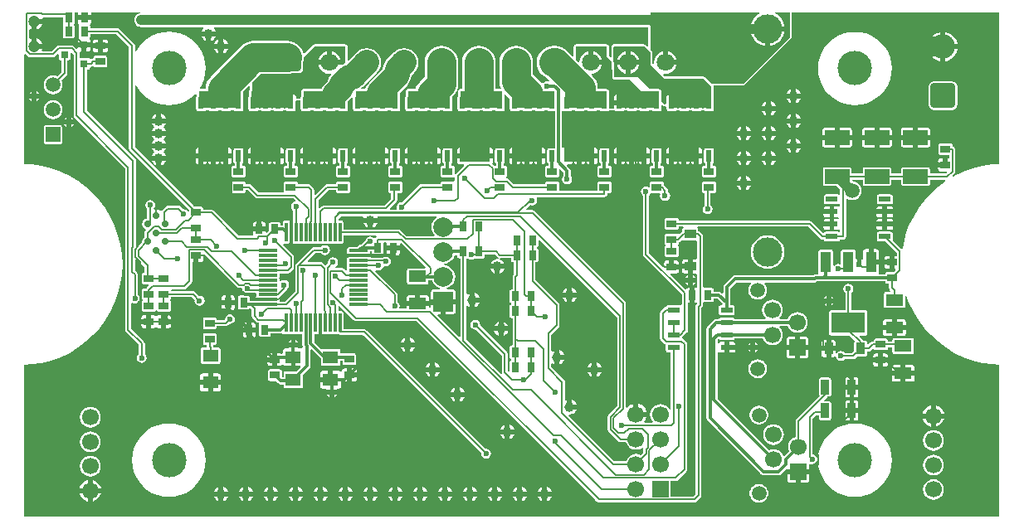
<source format=gtl>
G04 Layer_Physical_Order=1*
G04 Layer_Color=255*
%FSLAX25Y25*%
%MOIN*%
G70*
G01*
G75*
%ADD10R,0.03150X0.03937*%
%ADD11R,0.03937X0.03150*%
%ADD12R,0.09842X0.05905*%
%ADD13C,0.02756*%
%ADD14R,0.02362X0.04724*%
%ADD15R,0.04803X0.03583*%
%ADD16R,0.04724X0.02362*%
%ADD17R,0.07087X0.04724*%
%ADD18R,0.01181X0.07677*%
%ADD19R,0.07677X0.01181*%
%ADD20R,0.06299X0.05118*%
%ADD21R,0.06299X0.05118*%
%ADD22R,0.06299X0.05118*%
%ADD23R,0.03150X0.03150*%
%ADD24R,0.04331X0.08465*%
%ADD25R,0.04331X0.08465*%
%ADD26R,0.13780X0.08465*%
%ADD27R,0.03248X0.06000*%
%ADD28R,0.03583X0.04803*%
%ADD29C,0.07874*%
%ADD30C,0.09842*%
%ADD31C,0.11811*%
%ADD32C,0.01181*%
%ADD33C,0.00787*%
%ADD34C,0.03937*%
%ADD35R,0.12000X0.12000*%
%ADD36R,0.17000X0.07000*%
%ADD37R,1.44000X0.11500*%
%ADD38R,0.59000X0.11500*%
%ADD39C,0.13780*%
G04:AMPARAMS|DCode=40|XSize=70.87mil|YSize=70.87mil|CornerRadius=8.86mil|HoleSize=0mil|Usage=FLASHONLY|Rotation=0.000|XOffset=0mil|YOffset=0mil|HoleType=Round|Shape=RoundedRectangle|*
%AMROUNDEDRECTD40*
21,1,0.07087,0.05315,0,0,0.0*
21,1,0.05315,0.07087,0,0,0.0*
1,1,0.01772,0.02657,-0.02657*
1,1,0.01772,-0.02657,-0.02657*
1,1,0.01772,-0.02657,0.02657*
1,1,0.01772,0.02657,0.02657*
%
%ADD40ROUNDEDRECTD40*%
%ADD41C,0.07087*%
%ADD42C,0.06693*%
%ADD43R,0.06693X0.06693*%
%ADD44C,0.07874*%
%ADD45R,0.07874X0.07874*%
%ADD46C,0.05905*%
%ADD47R,0.05905X0.05905*%
%ADD48R,0.06693X0.06693*%
%ADD49C,0.05905*%
%ADD50C,0.11811*%
G04:AMPARAMS|DCode=51|XSize=98.42mil|YSize=98.42mil|CornerRadius=12.3mil|HoleSize=0mil|Usage=FLASHONLY|Rotation=90.000|XOffset=0mil|YOffset=0mil|HoleType=Round|Shape=RoundedRectangle|*
%AMROUNDEDRECTD51*
21,1,0.09842,0.07382,0,0,90.0*
21,1,0.07382,0.09842,0,0,90.0*
1,1,0.02461,0.03691,0.03691*
1,1,0.02461,0.03691,-0.03691*
1,1,0.02461,-0.03691,-0.03691*
1,1,0.02461,-0.03691,0.03691*
%
%ADD51ROUNDEDRECTD51*%
%ADD52C,0.09842*%
%ADD53C,0.04724*%
%ADD54C,0.03937*%
%ADD55C,0.02362*%
G36*
X370937Y136330D02*
X370850Y135656D01*
X368070Y133594D01*
X365132Y130931D01*
X362469Y127994D01*
X360107Y124809D01*
X358069Y121408D01*
X356373Y117824D01*
X355038Y114091D01*
X354074Y110244D01*
X353844Y108696D01*
X353313Y108520D01*
X349748Y112085D01*
X349795Y112319D01*
Y114681D01*
X349734Y114988D01*
X349560Y115249D01*
X349299Y115423D01*
X348992Y115484D01*
X344268D01*
X343960Y115423D01*
X343700Y115249D01*
X343526Y114988D01*
X343465Y114681D01*
Y112319D01*
X343526Y112012D01*
X343700Y111751D01*
X343960Y111577D01*
X344268Y111516D01*
X346911D01*
X351468Y106959D01*
Y105744D01*
X350484D01*
Y103150D01*
Y100555D01*
X350795D01*
X351002Y100055D01*
X350174Y99228D01*
X347531D01*
X347224Y99167D01*
X346964Y98993D01*
X346790Y98733D01*
X346729Y98425D01*
Y98255D01*
X344500D01*
X344197Y98755D01*
X344240Y98972D01*
Y102220D01*
X341055D01*
Y103205D01*
X340071D01*
Y108457D01*
X338890D01*
X338500Y108379D01*
X338169Y108158D01*
X337948Y107827D01*
X337870Y107437D01*
Y104522D01*
X337429Y104286D01*
X337357Y104335D01*
Y102369D01*
X335388D01*
Y104360D01*
X334968Y104584D01*
Y107437D01*
X334907Y107744D01*
X334733Y108005D01*
X334472Y108179D01*
X334165Y108240D01*
X329835D01*
X329527Y108179D01*
X329267Y108005D01*
X329093Y107744D01*
X329032Y107437D01*
Y102734D01*
X328532Y102401D01*
X328000Y102507D01*
X327232Y102354D01*
X326581Y101919D01*
X326413Y101668D01*
X325913Y101820D01*
Y107437D01*
X325852Y107744D01*
X325678Y108005D01*
X325417Y108179D01*
X325110Y108240D01*
X320780D01*
X320472Y108179D01*
X320212Y108005D01*
X320038Y107744D01*
X319977Y107437D01*
Y98972D01*
X320020Y98755D01*
X319845Y98424D01*
X319710Y98255D01*
X318850D01*
X318313Y98149D01*
X317948Y97905D01*
X286500D01*
X285962Y97798D01*
X285962Y97798D01*
X285507Y97493D01*
X282137Y94123D01*
X281832Y93668D01*
X281832Y93668D01*
X281725Y93130D01*
Y90915D01*
X281263Y90724D01*
X280993Y90993D01*
X280538Y91298D01*
X280000Y91405D01*
X278027D01*
Y91969D01*
X277966Y92276D01*
X277792Y92536D01*
X277532Y92710D01*
X277224Y92771D01*
X274075D01*
X273704Y93208D01*
Y113610D01*
X273704Y113610D01*
X273613Y114070D01*
X273352Y114461D01*
X273352Y114461D01*
X272524Y115289D01*
X272133Y115550D01*
X271704Y115635D01*
Y116228D01*
X271643Y116536D01*
X271469Y116796D01*
X271246Y116945D01*
X271241Y116982D01*
X271547Y117445D01*
X316005D01*
X320802Y112649D01*
X320802Y112649D01*
X321193Y112388D01*
X321654Y112296D01*
X322210D01*
X322266Y112012D01*
X322440Y111751D01*
X322701Y111577D01*
X323008Y111516D01*
X327732D01*
X328040Y111577D01*
X328300Y111751D01*
X328474Y112012D01*
X328531Y112296D01*
X329772D01*
X329772Y112296D01*
X330233Y112388D01*
X330624Y112649D01*
X330724Y112749D01*
X330985Y113139D01*
X331077Y113600D01*
Y128580D01*
X331525Y128801D01*
X331614Y128733D01*
X332524Y128356D01*
X333500Y128228D01*
X334476Y128356D01*
X335386Y128733D01*
X336168Y129332D01*
X336767Y130114D01*
X337144Y131024D01*
X337272Y132000D01*
X337144Y132976D01*
X336767Y133886D01*
X336168Y134668D01*
X335386Y135267D01*
X334476Y135644D01*
X333872Y135723D01*
X333603Y136263D01*
X333693Y136422D01*
X337776D01*
Y134673D01*
X337837Y134366D01*
X338011Y134106D01*
X338271Y133932D01*
X338579Y133870D01*
X348421D01*
X348728Y133932D01*
X348989Y134106D01*
X349163Y134366D01*
X349224Y134673D01*
Y136422D01*
X353276D01*
Y134673D01*
X353337Y134366D01*
X353511Y134106D01*
X353771Y133932D01*
X354079Y133870D01*
X363921D01*
X364228Y133932D01*
X364489Y134106D01*
X364663Y134366D01*
X364724Y134673D01*
Y136422D01*
X370865D01*
X370937Y136330D01*
D02*
G37*
G36*
X166551Y121215D02*
X165922Y120732D01*
X165165Y119745D01*
X164689Y118596D01*
X164526Y117362D01*
X164689Y116129D01*
X165165Y114980D01*
X165745Y114223D01*
X165498Y113723D01*
X154571D01*
X152224Y116071D01*
X151833Y116332D01*
X151373Y116423D01*
X151373Y116423D01*
X129220D01*
Y119047D01*
X129159Y119354D01*
X128985Y119615D01*
X128725Y119789D01*
X128417Y119850D01*
X127236D01*
X127063Y119993D01*
Y120706D01*
X128071Y121715D01*
X136971D01*
X137290Y121215D01*
X137195Y120984D01*
X142805D01*
X142710Y121215D01*
X143028Y121715D01*
X166382D01*
X166551Y121215D01*
D02*
G37*
G36*
X252500Y187500D02*
Y182500D01*
X258000Y177000D01*
X274000D01*
X277000Y174000D01*
Y170512D01*
X276984D01*
Y167130D01*
X276000D01*
Y166146D01*
X273799D01*
Y165000D01*
X273201D01*
Y166146D01*
X271000D01*
X268799D01*
Y165000D01*
X268201D01*
Y166146D01*
X266000D01*
X263799D01*
Y165000D01*
X263201D01*
Y166146D01*
X261000D01*
Y167130D01*
X260016D01*
Y170512D01*
X259819D01*
X259429Y170434D01*
X259098Y170213D01*
X258877Y169882D01*
X258799Y169492D01*
Y166854D01*
X258337Y166663D01*
X256984Y168016D01*
Y169492D01*
X256923Y169799D01*
X256803Y169979D01*
Y172000D01*
X256742Y172307D01*
X256568Y172568D01*
X256307Y172742D01*
X256000Y172803D01*
X252197D01*
X247500Y177500D01*
X238000D01*
X237514Y189639D01*
X237861Y190000D01*
X250000D01*
X252500Y187500D01*
D02*
G37*
G36*
X392697Y142716D02*
X389741Y142571D01*
X385819Y141989D01*
X381973Y141025D01*
X378239Y139690D01*
X374655Y137994D01*
X374163Y137700D01*
X373853Y138097D01*
X374624Y138868D01*
X374885Y139258D01*
X374977Y139719D01*
X374977Y139719D01*
Y148550D01*
X374885Y149011D01*
X374624Y149401D01*
X374524Y149501D01*
X374133Y149762D01*
X373771Y149834D01*
Y150224D01*
X373710Y150532D01*
X373536Y150792D01*
X373276Y150966D01*
X372968Y151027D01*
X369031D01*
X368724Y150966D01*
X368464Y150792D01*
X368290Y150532D01*
X368229Y150224D01*
Y147075D01*
X368290Y146768D01*
X368464Y146507D01*
X368724Y146333D01*
X369031Y146272D01*
X372568D01*
Y144945D01*
X371984D01*
Y142350D01*
X371000D01*
Y141366D01*
X368012D01*
Y140776D01*
X368090Y140385D01*
X368310Y140055D01*
X368641Y139834D01*
X369031Y139756D01*
X371453D01*
X371644Y139294D01*
X371181Y138830D01*
X364724D01*
Y140579D01*
X364663Y140886D01*
X364489Y141147D01*
X364228Y141321D01*
X363921Y141382D01*
X354079D01*
X353771Y141321D01*
X353511Y141147D01*
X353337Y140886D01*
X353276Y140579D01*
Y138830D01*
X349224D01*
Y140579D01*
X349163Y140886D01*
X348989Y141147D01*
X348728Y141321D01*
X348421Y141382D01*
X338579D01*
X338271Y141321D01*
X338011Y141147D01*
X337837Y140886D01*
X337776Y140579D01*
Y138830D01*
X333224D01*
Y140579D01*
X333163Y140886D01*
X332989Y141147D01*
X332728Y141321D01*
X332421Y141382D01*
X322579D01*
X322271Y141321D01*
X322011Y141147D01*
X321837Y140886D01*
X321776Y140579D01*
Y134673D01*
X321837Y134366D01*
X322011Y134106D01*
X322271Y133932D01*
X322579Y133870D01*
X327325D01*
X328668Y132527D01*
Y130558D01*
X328604Y130505D01*
X328168Y130337D01*
X328040Y130423D01*
X327732Y130484D01*
X323008D01*
X322701Y130423D01*
X322440Y130249D01*
X322266Y129988D01*
X322205Y129681D01*
Y127319D01*
X322266Y127012D01*
X322440Y126751D01*
X322701Y126577D01*
X323008Y126516D01*
X327732D01*
X328040Y126577D01*
X328168Y126663D01*
X328604Y126496D01*
X328668Y126442D01*
Y125860D01*
X328168Y125593D01*
X328122Y125623D01*
X327732Y125701D01*
X326354D01*
Y123500D01*
Y121299D01*
X327732D01*
X327923Y121337D01*
X328344Y121046D01*
X328374Y121000D01*
X328344Y120954D01*
X327923Y120663D01*
X327732Y120701D01*
X326354D01*
Y118500D01*
Y116299D01*
X327732D01*
X328122Y116377D01*
X328168Y116408D01*
X328668Y116140D01*
Y115558D01*
X328604Y115505D01*
X328168Y115337D01*
X328040Y115423D01*
X327732Y115484D01*
X323008D01*
X322701Y115423D01*
X322440Y115249D01*
X322390Y115174D01*
X321872Y115063D01*
X321775Y115082D01*
X317355Y119501D01*
X316965Y119762D01*
X316504Y119854D01*
X316504Y119854D01*
X263771D01*
Y120224D01*
X263710Y120532D01*
X263536Y120792D01*
X263276Y120966D01*
X262968Y121027D01*
X259031D01*
X258724Y120966D01*
X258464Y120792D01*
X258290Y120532D01*
X258229Y120224D01*
Y117075D01*
X258290Y116768D01*
X258464Y116507D01*
X258724Y116333D01*
X259031Y116272D01*
X262968D01*
X263276Y116333D01*
X263536Y116507D01*
X263710Y116768D01*
X263771Y117075D01*
Y117445D01*
X265453D01*
X265758Y116982D01*
X265754Y116945D01*
X265531Y116796D01*
X265357Y116536D01*
X265296Y116228D01*
Y115548D01*
X264908Y115289D01*
X264908Y115289D01*
X264126Y114507D01*
X263536Y114493D01*
X263276Y114667D01*
X262968Y114728D01*
X259031D01*
X258724Y114667D01*
X258464Y114493D01*
X258290Y114233D01*
X258229Y113925D01*
Y110776D01*
X258290Y110468D01*
X258464Y110208D01*
Y109792D01*
X258290Y109532D01*
X258229Y109224D01*
Y106075D01*
X258290Y105768D01*
X258464Y105507D01*
X258724Y105333D01*
X259031Y105272D01*
X262968D01*
X263276Y105333D01*
X263536Y105507D01*
X263710Y105768D01*
X263771Y106075D01*
Y109224D01*
X263710Y109532D01*
X263536Y109792D01*
Y110208D01*
X263710Y110468D01*
X263771Y110776D01*
Y111166D01*
X264133Y111238D01*
X264524Y111499D01*
X265142Y112116D01*
X265531Y112078D01*
X265791Y111904D01*
X266098Y111843D01*
X270901D01*
X271296Y111411D01*
Y104805D01*
X270901Y104374D01*
X269484D01*
Y101563D01*
Y98752D01*
X270901D01*
X271296Y98321D01*
Y93292D01*
X270925Y92988D01*
X270335D01*
Y90000D01*
Y87012D01*
X270925D01*
X271060Y86901D01*
X271086Y86289D01*
X270921Y86124D01*
X270660Y85733D01*
X270568Y85273D01*
X270568Y85273D01*
Y10018D01*
X269574Y9023D01*
X260649D01*
Y15296D01*
X262703D01*
X262703Y15296D01*
X263164Y15387D01*
X263555Y15649D01*
X266976Y19069D01*
X266976Y19069D01*
X267237Y19460D01*
X267329Y19921D01*
Y70267D01*
X267237Y70728D01*
X266976Y71119D01*
X265824Y72271D01*
X265433Y72532D01*
X265317Y72555D01*
X265211Y73086D01*
X265305Y73149D01*
X267124Y74967D01*
X267124Y74968D01*
X267385Y75358D01*
X267477Y75819D01*
Y86767D01*
X267776Y87012D01*
X268366D01*
Y90000D01*
Y92988D01*
X267776D01*
X267385Y92911D01*
X267055Y92690D01*
X266957Y92544D01*
X266375Y92420D01*
X260501Y98294D01*
X260692Y98756D01*
X262968D01*
X263359Y98834D01*
X263689Y99055D01*
X263910Y99385D01*
X263988Y99776D01*
Y100366D01*
X261000D01*
Y101350D01*
X260016D01*
Y103945D01*
X259031D01*
X258641Y103867D01*
X258311Y103646D01*
X258089Y103315D01*
X258012Y102925D01*
Y101436D01*
X257550Y101245D01*
X251877Y106918D01*
Y130056D01*
X252092Y130200D01*
X252527Y130851D01*
X252549Y130961D01*
X252724Y131034D01*
X253031Y130973D01*
X256220D01*
X256495Y130473D01*
X256365Y129819D01*
X256518Y129051D01*
X256953Y128400D01*
X257605Y127965D01*
X258372Y127812D01*
X259141Y127965D01*
X259792Y128400D01*
X260227Y129051D01*
X260380Y129819D01*
X260227Y130587D01*
X259792Y131238D01*
X259577Y131382D01*
Y132069D01*
X259485Y132530D01*
X259224Y132921D01*
X259224Y132921D01*
X257943Y134202D01*
X257771Y134317D01*
Y134925D01*
X257710Y135232D01*
X257536Y135493D01*
X257276Y135667D01*
X256968Y135728D01*
X253031D01*
X252724Y135667D01*
X252464Y135493D01*
X252290Y135232D01*
X252229Y134925D01*
Y133548D01*
X251729Y133281D01*
X251441Y133473D01*
X250673Y133626D01*
X249904Y133473D01*
X249253Y133038D01*
X248818Y132387D01*
X248665Y131619D01*
X248818Y130851D01*
X249253Y130200D01*
X249468Y130056D01*
Y106419D01*
X249468Y106419D01*
X249560Y105958D01*
X249821Y105568D01*
X265068Y90320D01*
Y86171D01*
X264568Y85904D01*
X264540Y85923D01*
X264232Y85984D01*
X259508D01*
X259201Y85923D01*
X258940Y85749D01*
X258766Y85488D01*
X258707Y85191D01*
X258312Y85113D01*
X257921Y84852D01*
X257921Y84852D01*
X256648Y83579D01*
X256387Y83188D01*
X256296Y82727D01*
X256296Y82727D01*
Y72692D01*
X256296Y72692D01*
X256387Y72231D01*
X256648Y71840D01*
X257921Y70568D01*
X257921Y70568D01*
X258312Y70306D01*
X258714Y70227D01*
X258705Y70181D01*
Y67819D01*
X258766Y67512D01*
X258940Y67251D01*
X259201Y67077D01*
X259508Y67016D01*
X260668D01*
Y44046D01*
X260168Y43946D01*
X260111Y44085D01*
X259448Y44948D01*
X258585Y45611D01*
X257579Y46027D01*
X256500Y46170D01*
X255421Y46027D01*
X254415Y45611D01*
X253552Y44948D01*
X252889Y44085D01*
X252472Y43079D01*
X252330Y42000D01*
X252472Y40921D01*
X252889Y39915D01*
X253435Y39204D01*
X253230Y38704D01*
X250237D01*
X249991Y39204D01*
X250454Y39808D01*
X250892Y40865D01*
X250912Y41016D01*
X246657D01*
Y42000D01*
X245673D01*
Y46255D01*
X245523Y46235D01*
X244466Y45797D01*
X243558Y45100D01*
X243202Y44636D01*
X242702Y44806D01*
Y86594D01*
X242610Y87055D01*
X242349Y87445D01*
X206024Y123771D01*
X205633Y124032D01*
X205172Y124123D01*
X205172Y124123D01*
X202633D01*
X202442Y124585D01*
X204094Y126238D01*
X204232Y126146D01*
X205000Y125993D01*
X205768Y126146D01*
X206419Y126581D01*
X206854Y127232D01*
X207007Y128000D01*
X206854Y128768D01*
X206734Y128949D01*
X206969Y129390D01*
X233959D01*
X234166Y129431D01*
X234374Y129463D01*
X234395Y129476D01*
X234420Y129481D01*
X234595Y129598D01*
X234775Y129708D01*
X234790Y129728D01*
X234811Y129742D01*
X234928Y129918D01*
X235052Y130088D01*
X235058Y130112D01*
X235072Y130133D01*
X235113Y130340D01*
X235162Y130544D01*
X235180Y130973D01*
X235968D01*
X236276Y131034D01*
X236536Y131208D01*
X236710Y131468D01*
X236771Y131776D01*
Y134925D01*
X236710Y135232D01*
X236536Y135493D01*
X236276Y135667D01*
X235968Y135728D01*
X232031D01*
X231724Y135667D01*
X231464Y135493D01*
X231290Y135232D01*
X231229Y134925D01*
Y131798D01*
X215771D01*
Y134925D01*
X215710Y135232D01*
X215536Y135493D01*
X215276Y135667D01*
X214968Y135728D01*
X211031D01*
X210724Y135667D01*
X210464Y135493D01*
X210290Y135232D01*
X210229Y134925D01*
Y134555D01*
X197640D01*
X195624Y136571D01*
X195233Y136832D01*
X194773Y136923D01*
X194773Y136923D01*
X194562D01*
X194411Y137423D01*
X194536Y137507D01*
X194710Y137768D01*
X194771Y138075D01*
Y141225D01*
X194710Y141532D01*
X194536Y141792D01*
X194276Y141966D01*
X193968Y142027D01*
X193405D01*
Y142750D01*
X193488Y142766D01*
X193749Y142940D01*
X193923Y143201D01*
X193984Y143508D01*
Y148232D01*
X193923Y148539D01*
X193749Y148800D01*
X193488Y148974D01*
X193181Y149035D01*
X190819D01*
X190512Y148974D01*
X190251Y148800D01*
X190077Y148539D01*
X190016Y148232D01*
Y143508D01*
X190077Y143201D01*
X190251Y142940D01*
X190512Y142766D01*
X190595Y142750D01*
Y142027D01*
X190031D01*
X189728Y141967D01*
X188904Y142790D01*
X189123Y143118D01*
X189201Y143508D01*
Y144886D01*
X187000D01*
X184799D01*
Y143523D01*
X184201D01*
Y144886D01*
X182000D01*
X179799D01*
Y144028D01*
X179701Y143968D01*
X179390Y144095D01*
X179201Y144332D01*
Y144886D01*
X177000D01*
X174799D01*
Y143508D01*
X174877Y143118D01*
X175098Y142787D01*
X175429Y142566D01*
X175819Y142488D01*
X177385D01*
X177577Y142026D01*
X174271Y138721D01*
X174063Y138751D01*
X173771Y138898D01*
Y141225D01*
X173710Y141532D01*
X173536Y141792D01*
X173276Y141966D01*
X172968Y142027D01*
X172405D01*
Y142750D01*
X172488Y142766D01*
X172749Y142940D01*
X172923Y143201D01*
X172984Y143508D01*
Y148232D01*
X172923Y148539D01*
X172749Y148800D01*
X172488Y148974D01*
X172181Y149035D01*
X169819D01*
X169512Y148974D01*
X169251Y148800D01*
X169077Y148539D01*
X169016Y148232D01*
Y143508D01*
X169077Y143201D01*
X169251Y142940D01*
X169512Y142766D01*
X169595Y142750D01*
Y142027D01*
X169031D01*
X168724Y141966D01*
X168464Y141792D01*
X168290Y141532D01*
X168229Y141225D01*
Y138075D01*
X168290Y137768D01*
X168464Y137507D01*
X168724Y137333D01*
X169031Y137272D01*
X172968D01*
X173276Y137333D01*
X173368Y137395D01*
X173868Y137173D01*
Y135827D01*
X173368Y135605D01*
X173276Y135667D01*
X172968Y135728D01*
X169031D01*
X168724Y135667D01*
X168464Y135493D01*
X168290Y135232D01*
X168229Y134925D01*
Y134555D01*
X160504D01*
X160043Y134463D01*
X159652Y134202D01*
X159652Y134202D01*
X152826Y127376D01*
X152573Y127426D01*
X151804Y127273D01*
X151153Y126838D01*
X150718Y126187D01*
X150566Y125419D01*
X150684Y124823D01*
X150382Y124323D01*
X148033D01*
X147842Y124785D01*
X150424Y127367D01*
X150424Y127368D01*
X150685Y127758D01*
X150777Y128219D01*
X150777Y128219D01*
Y130973D01*
X151968D01*
X152276Y131034D01*
X152536Y131208D01*
X152710Y131468D01*
X152771Y131776D01*
Y134925D01*
X152710Y135232D01*
X152536Y135493D01*
X152276Y135667D01*
X151968Y135728D01*
X148031D01*
X147724Y135667D01*
X147464Y135493D01*
X147290Y135232D01*
X147229Y134925D01*
Y131776D01*
X147290Y131468D01*
X147464Y131208D01*
X147724Y131034D01*
X148031Y130973D01*
X148368D01*
Y128718D01*
X145704Y126054D01*
X121323D01*
X121323Y126054D01*
X120862Y125962D01*
X120471Y125701D01*
X119650Y124880D01*
X119189Y125072D01*
Y128164D01*
X123171Y132146D01*
X126229D01*
Y131776D01*
X126290Y131468D01*
X126464Y131208D01*
X126724Y131034D01*
X127031Y130973D01*
X130968D01*
X131276Y131034D01*
X131536Y131208D01*
X131710Y131468D01*
X131771Y131776D01*
Y134925D01*
X131710Y135232D01*
X131536Y135493D01*
X131276Y135667D01*
X130968Y135728D01*
X127031D01*
X126724Y135667D01*
X126464Y135493D01*
X126290Y135232D01*
X126229Y134925D01*
Y134555D01*
X122673D01*
X122672Y134555D01*
X122212Y134463D01*
X121821Y134202D01*
X121821Y134202D01*
X117901Y130282D01*
X117439Y130473D01*
Y132188D01*
X117439Y132188D01*
X117347Y132649D01*
X117086Y133040D01*
X115924Y134202D01*
X115533Y134463D01*
X115073Y134555D01*
X115073Y134555D01*
X110771D01*
Y134925D01*
X110710Y135232D01*
X110536Y135493D01*
X110276Y135667D01*
X109968Y135728D01*
X106031D01*
X105724Y135667D01*
X105464Y135493D01*
X105290Y135232D01*
X105229Y134925D01*
Y131776D01*
X105239Y131723D01*
X104898Y131223D01*
X95103D01*
X92124Y134202D01*
X91733Y134463D01*
X91272Y134555D01*
X91272Y134555D01*
X89771D01*
Y134925D01*
X89710Y135232D01*
X89536Y135493D01*
X89276Y135667D01*
X88968Y135728D01*
X85031D01*
X84724Y135667D01*
X84464Y135493D01*
X84290Y135232D01*
X84229Y134925D01*
Y131776D01*
X84290Y131468D01*
X84464Y131208D01*
X84724Y131034D01*
X85031Y130973D01*
X88968D01*
X89276Y131034D01*
X89536Y131208D01*
X89710Y131468D01*
X89771Y131776D01*
Y132146D01*
X90774D01*
X93752Y129168D01*
X94143Y128907D01*
X94604Y128815D01*
X109149D01*
X109906Y128058D01*
X109741Y127515D01*
X109342Y127436D01*
X108691Y127001D01*
X108256Y126349D01*
X108103Y125582D01*
X108256Y124813D01*
X108691Y124162D01*
X108906Y124019D01*
Y120209D01*
X108732Y120067D01*
X107551D01*
X107161Y119989D01*
X106909Y119821D01*
X106764Y119850D01*
X105583D01*
X105275Y119789D01*
X105015Y119615D01*
X104841Y119354D01*
X104780Y119047D01*
Y117905D01*
X104027D01*
Y118469D01*
X103966Y118776D01*
X103792Y119036D01*
X103532Y119210D01*
X103224Y119271D01*
X100075D01*
X99768Y119210D01*
X99507Y119036D01*
X99333Y118776D01*
X99272Y118469D01*
Y115825D01*
X98445Y114998D01*
X97945Y115205D01*
Y115516D01*
X95350D01*
X92756D01*
Y114532D01*
X92792Y114351D01*
X92472Y113851D01*
X87143D01*
X76994Y124001D01*
X76603Y124262D01*
X76142Y124354D01*
X76142Y124354D01*
X72771D01*
Y124724D01*
X72710Y125032D01*
X72536Y125292D01*
X72276Y125466D01*
X71968Y125527D01*
X69325D01*
X45377Y149476D01*
Y174126D01*
X45845Y174359D01*
X45877Y174351D01*
X47074Y172398D01*
X48583Y170631D01*
X50350Y169121D01*
X52332Y167907D01*
X54479Y167018D01*
X56738Y166475D01*
X59055Y166293D01*
X61372Y166475D01*
X63631Y167018D01*
X65778Y167907D01*
X67760Y169121D01*
X69527Y170631D01*
X69728Y170866D01*
X70197Y170693D01*
Y169979D01*
X70077Y169799D01*
X70016Y169492D01*
Y164768D01*
X70077Y164460D01*
X70251Y164200D01*
X70512Y164026D01*
X70819Y163965D01*
X73181D01*
X73488Y164026D01*
X73745Y164197D01*
X75255D01*
X75512Y164026D01*
X75819Y163965D01*
X78181D01*
X78488Y164026D01*
X78745Y164197D01*
X80255D01*
X80512Y164026D01*
X80819Y163965D01*
X83181D01*
X83488Y164026D01*
X83745Y164197D01*
X85255D01*
X85512Y164026D01*
X85819Y163965D01*
X88181D01*
X88488Y164026D01*
X88749Y164200D01*
X88923Y164460D01*
X88984Y164768D01*
Y169492D01*
X88923Y169799D01*
X88803Y169979D01*
Y171792D01*
X91235Y174224D01*
X91697Y174033D01*
X91697Y172743D01*
X91693Y172742D01*
X91432Y172568D01*
X91258Y172307D01*
X91197Y172000D01*
Y169979D01*
X91077Y169799D01*
X91016Y169492D01*
Y164768D01*
X91077Y164460D01*
X91251Y164200D01*
X91512Y164026D01*
X91819Y163965D01*
X94181D01*
X94488Y164026D01*
X94745Y164197D01*
X95200D01*
X95201Y164197D01*
X95799D01*
X95800Y164197D01*
X96255D01*
X96512Y164026D01*
X96819Y163965D01*
X99181D01*
X99488Y164026D01*
X99745Y164197D01*
X100200D01*
X100201Y164197D01*
X100799D01*
X100800Y164197D01*
X101255D01*
X101512Y164026D01*
X101819Y163965D01*
X104181D01*
X104488Y164026D01*
X104745Y164197D01*
X105200D01*
X105201Y164197D01*
X105799D01*
X105800Y164197D01*
X106255D01*
X106512Y164026D01*
X106819Y163965D01*
X109181D01*
X109488Y164026D01*
X109749Y164200D01*
X109923Y164460D01*
X109984Y164768D01*
Y168019D01*
X110201Y168197D01*
X112016D01*
Y164768D01*
X112077Y164460D01*
X112251Y164200D01*
X112512Y164026D01*
X112819Y163965D01*
X115181D01*
X115488Y164026D01*
X115745Y164197D01*
X117255D01*
X117512Y164026D01*
X117819Y163965D01*
X120181D01*
X120488Y164026D01*
X120745Y164197D01*
X122255D01*
X122512Y164026D01*
X122819Y163965D01*
X125181D01*
X125488Y164026D01*
X125745Y164197D01*
X127255D01*
X127512Y164026D01*
X127819Y163965D01*
X130181D01*
X130488Y164026D01*
X130749Y164200D01*
X130923Y164460D01*
X130984Y164768D01*
Y167841D01*
X132363Y169220D01*
X132363Y169220D01*
X132363Y169220D01*
X132516Y169420D01*
X133016Y169250D01*
Y164768D01*
X133077Y164460D01*
X133251Y164200D01*
X133512Y164026D01*
X133819Y163965D01*
X136181D01*
X136488Y164026D01*
X136745Y164197D01*
X138255D01*
X138512Y164026D01*
X138819Y163965D01*
X141181D01*
X141488Y164026D01*
X141745Y164197D01*
X143255D01*
X143512Y164026D01*
X143819Y163965D01*
X146181D01*
X146488Y164026D01*
X146745Y164197D01*
X148255D01*
X148512Y164026D01*
X148819Y163965D01*
X151181D01*
X151488Y164026D01*
X151749Y164200D01*
X151923Y164460D01*
X151984Y164768D01*
Y169492D01*
X151923Y169799D01*
X151803Y169979D01*
Y171391D01*
X154782Y174371D01*
X155697Y175563D01*
X156273Y176952D01*
X156451Y178308D01*
X157571Y179429D01*
X158486Y180621D01*
X159062Y182010D01*
X159258Y183500D01*
X159062Y184990D01*
X158486Y186379D01*
X157571Y187572D01*
X156379Y188487D01*
X154990Y189062D01*
X153500Y189258D01*
X152010Y189062D01*
X150621Y188487D01*
X149428Y187572D01*
X146640Y184783D01*
X145724Y183590D01*
X145149Y182201D01*
X144971Y180845D01*
X139428Y175303D01*
X138513Y174110D01*
X137972Y172803D01*
X136514D01*
X136345Y173303D01*
X136780Y173637D01*
X136780Y173637D01*
X136780Y173637D01*
X142571Y179429D01*
X143486Y180621D01*
X144062Y182010D01*
X144258Y183500D01*
X144062Y184990D01*
X143486Y186379D01*
X142571Y187572D01*
X141379Y188487D01*
X139990Y189062D01*
X138500Y189258D01*
X137010Y189062D01*
X135621Y188487D01*
X134428Y187572D01*
X131265Y184408D01*
X130803Y184599D01*
Y190000D01*
X130742Y190307D01*
X130568Y190568D01*
X130307Y190742D01*
X130000Y190803D01*
X117500D01*
X117193Y190742D01*
X116932Y190568D01*
X113516Y187151D01*
X112950Y187293D01*
X112713Y188074D01*
X112092Y189236D01*
X111255Y190256D01*
X110236Y191092D01*
X109074Y191713D01*
X107812Y192096D01*
X106500Y192225D01*
X93000D01*
X91688Y192096D01*
X90426Y191713D01*
X89264Y191092D01*
X88244Y190256D01*
X75744Y177756D01*
X74908Y176736D01*
X74287Y175574D01*
X73904Y174312D01*
X73775Y173000D01*
X73596Y172803D01*
X71796D01*
X71552Y173239D01*
X72250Y174379D01*
X73140Y176526D01*
X73682Y178786D01*
X73865Y181102D01*
X73682Y183419D01*
X73140Y185679D01*
X72250Y187826D01*
X71036Y189807D01*
X69527Y191574D01*
X67760Y193083D01*
X65778Y194298D01*
X63631Y195187D01*
X61372Y195729D01*
X59055Y195912D01*
X56738Y195729D01*
X54479Y195187D01*
X52332Y194298D01*
X50350Y193083D01*
X48583Y191574D01*
X47074Y189807D01*
X45877Y187853D01*
X45845Y187845D01*
X45377Y188078D01*
Y190319D01*
X45377Y190319D01*
X45285Y190780D01*
X45024Y191171D01*
X45024Y191171D01*
X39324Y196871D01*
X38933Y197132D01*
X38473Y197223D01*
X38473Y197223D01*
X27527D01*
Y197969D01*
X27466Y198276D01*
X27292Y198536D01*
X27549Y198966D01*
X27666Y199141D01*
X27744Y199532D01*
Y200516D01*
X25150D01*
X22555D01*
Y199532D01*
X22633Y199141D01*
X22750Y198966D01*
X23007Y198536D01*
X22833Y198276D01*
X22772Y197969D01*
Y194032D01*
X22833Y193724D01*
X22973Y193514D01*
X22990Y193376D01*
X22906Y192930D01*
X22704Y192796D01*
X22483Y192465D01*
X22406Y192075D01*
Y191484D01*
X25000D01*
X27594D01*
Y192075D01*
X27517Y192465D01*
X27296Y192796D01*
X27210Y192853D01*
X27209Y192856D01*
X27244Y193432D01*
X27292Y193464D01*
X27466Y193724D01*
X27527Y194032D01*
Y194815D01*
X37974D01*
X42968Y189820D01*
Y148977D01*
X42968Y148977D01*
X43060Y148516D01*
X43321Y148126D01*
X67229Y124218D01*
Y123608D01*
X66729Y123456D01*
X66419Y123919D01*
X65768Y124354D01*
X65000Y124507D01*
X64906Y124488D01*
X63824Y125571D01*
X63433Y125832D01*
X62972Y125923D01*
X62972Y125923D01*
X58673D01*
X58672Y125923D01*
X58212Y125832D01*
X57821Y125571D01*
X56421Y124171D01*
X56245Y123907D01*
X55808Y123820D01*
X55661Y123837D01*
X54928Y124327D01*
X54000Y124511D01*
X53285Y124369D01*
X53132Y124574D01*
X53037Y124829D01*
X53427Y125413D01*
X53580Y126181D01*
X53427Y126949D01*
X52992Y127601D01*
X52341Y128036D01*
X51573Y128188D01*
X50805Y128036D01*
X50153Y127601D01*
X49718Y126949D01*
X49566Y126181D01*
X49718Y125413D01*
X50153Y124762D01*
X50368Y124618D01*
Y120733D01*
X49612Y120583D01*
X48896Y120104D01*
X48417Y119388D01*
X48249Y118543D01*
X48417Y117698D01*
X48896Y116982D01*
X49601Y116511D01*
X49675Y116458D01*
X49762Y115965D01*
X49605Y115808D01*
X49344Y115418D01*
X49253Y114957D01*
X49253Y114957D01*
Y113256D01*
X48896Y113018D01*
X48417Y112302D01*
X48249Y111457D01*
X48319Y111106D01*
X46377Y109165D01*
X45877Y109372D01*
Y143919D01*
X45877Y143919D01*
X45785Y144380D01*
X45524Y144771D01*
X45524Y144771D01*
X26204Y164091D01*
Y180642D01*
X26575D01*
X26882Y180703D01*
X27142Y180877D01*
X27316Y181138D01*
X27378Y181445D01*
Y181524D01*
X27773Y181815D01*
X28233Y181907D01*
X28285Y181942D01*
X28775Y181968D01*
X28911Y181787D01*
X28964Y181708D01*
X29224Y181534D01*
X29531Y181473D01*
X33468D01*
X33776Y181534D01*
X34036Y181708D01*
X34210Y181968D01*
X34271Y182276D01*
Y185425D01*
X34210Y185732D01*
X34036Y185993D01*
X33776Y186167D01*
X33468Y186228D01*
X29531D01*
X29224Y186167D01*
X28964Y185993D01*
X28790Y185732D01*
X28746Y185515D01*
X28603Y185055D01*
X28142Y184963D01*
X27853Y184769D01*
X27403Y184868D01*
X27288Y184945D01*
X27142Y185162D01*
X26882Y185336D01*
X26575Y185397D01*
X23425D01*
X23177Y185601D01*
Y187228D01*
X23177Y187229D01*
X23132Y187454D01*
X23301Y187715D01*
X23478Y187888D01*
X23513Y187906D01*
X24016D01*
Y189516D01*
X22406D01*
Y189206D01*
X21905Y188998D01*
X20924Y189980D01*
X20533Y190241D01*
X20073Y190333D01*
X20073Y190333D01*
X14773D01*
X14312Y190241D01*
X13921Y189980D01*
X13921Y189980D01*
X11964Y188023D01*
X8309D01*
X8027Y188523D01*
X8231Y189016D01*
X5000D01*
Y190000D01*
X4016D01*
Y193232D01*
X3477Y193008D01*
X2977Y193263D01*
Y196738D01*
X3477Y196992D01*
X4016Y196769D01*
Y200000D01*
X5000D01*
Y200984D01*
X8231D01*
X8177Y201115D01*
X8512Y201615D01*
X16473D01*
Y199532D01*
X16534Y199224D01*
X16708Y198964D01*
Y198536D01*
X16534Y198276D01*
X16473Y197969D01*
Y194032D01*
X16534Y193724D01*
X16708Y193464D01*
X16968Y193290D01*
X17276Y193229D01*
X20425D01*
X20732Y193290D01*
X20993Y193464D01*
X21167Y193724D01*
X21228Y194032D01*
Y197969D01*
X21167Y198276D01*
X20993Y198536D01*
Y198964D01*
X21167Y199224D01*
X21228Y199532D01*
Y203469D01*
X21435Y203721D01*
X22348D01*
X22555Y203469D01*
Y202484D01*
X25150D01*
X27744D01*
Y203469D01*
X27951Y203721D01*
X47521D01*
X47553Y203221D01*
X47281Y203185D01*
X46610Y202907D01*
X46035Y202466D01*
X45593Y201890D01*
X45315Y201219D01*
X45220Y200500D01*
X45315Y199781D01*
X45593Y199110D01*
X46035Y198535D01*
X46610Y198093D01*
X47281Y197815D01*
X48000Y197720D01*
X72848D01*
X73017Y197220D01*
X72883Y197117D01*
X72407Y196497D01*
X72195Y195984D01*
X77805D01*
X77593Y196497D01*
X77117Y197117D01*
X76983Y197220D01*
X77152Y197720D01*
X251697D01*
Y190092D01*
X251235Y189900D01*
X250568Y190568D01*
X250307Y190742D01*
X250000Y190803D01*
X237861D01*
X237853Y190801D01*
X237845Y190803D01*
X237700Y190771D01*
X237554Y190742D01*
X237547Y190737D01*
X237539Y190735D01*
X237417Y190650D01*
X237293Y190568D01*
X237289Y190561D01*
X237282Y190556D01*
X236935Y190196D01*
X236931Y190189D01*
X236925Y190184D01*
X236847Y190057D01*
X236767Y189932D01*
X236765Y189924D01*
X236761Y189917D01*
X236738Y189770D01*
X236712Y189623D01*
X236714Y189615D01*
X236712Y189607D01*
X236859Y185935D01*
X236401Y185734D01*
X235803Y186332D01*
Y190000D01*
X235742Y190307D01*
X235568Y190568D01*
X235307Y190742D01*
X235000Y190803D01*
X222500D01*
X222193Y190742D01*
X221932Y190568D01*
X221758Y190307D01*
X221697Y190000D01*
Y186168D01*
X221235Y185977D01*
X218957Y188256D01*
X217937Y189092D01*
X216775Y189713D01*
X215513Y190096D01*
X214201Y190225D01*
X213500D01*
X212188Y190096D01*
X210926Y189713D01*
X209764Y189092D01*
X208744Y188256D01*
X207908Y187236D01*
X207287Y186074D01*
X206904Y184812D01*
X206775Y183500D01*
X206904Y182188D01*
X207287Y180926D01*
X207908Y179764D01*
X208744Y178745D01*
X209764Y177908D01*
X210877Y177313D01*
X211841Y176350D01*
X211594Y175889D01*
X211000Y176007D01*
X210232Y175854D01*
X209581Y175419D01*
X209400Y175149D01*
X208778Y175118D01*
X208255Y175756D01*
X205225Y178786D01*
Y183500D01*
X205096Y184812D01*
X204713Y186074D01*
X204092Y187236D01*
X203255Y188256D01*
X202236Y189092D01*
X201074Y189713D01*
X199812Y190096D01*
X198500Y190225D01*
X197188Y190096D01*
X195926Y189713D01*
X194764Y189092D01*
X193744Y188256D01*
X192908Y187236D01*
X192287Y186074D01*
X191904Y184812D01*
X191775Y183500D01*
Y176000D01*
X191904Y174688D01*
X192287Y173426D01*
X192391Y173232D01*
X192134Y172803D01*
X190225D01*
Y183500D01*
X190096Y184812D01*
X189713Y186074D01*
X189092Y187236D01*
X188255Y188256D01*
X187236Y189092D01*
X186074Y189713D01*
X184812Y190096D01*
X183500Y190225D01*
X182188Y190096D01*
X180926Y189713D01*
X179764Y189092D01*
X178744Y188256D01*
X177908Y187236D01*
X177287Y186074D01*
X176904Y184812D01*
X176775Y183500D01*
Y172803D01*
X176000D01*
X175693Y172742D01*
X175432Y172568D01*
X175258Y172307D01*
X175197Y172000D01*
Y169979D01*
X175077Y169799D01*
X175016Y169492D01*
Y164768D01*
X175077Y164460D01*
X175251Y164200D01*
X175512Y164026D01*
X175819Y163965D01*
X178181D01*
X178488Y164026D01*
X178745Y164197D01*
X180255D01*
X180512Y164026D01*
X180819Y163965D01*
X183181D01*
X183488Y164026D01*
X183745Y164197D01*
X185255D01*
X185512Y164026D01*
X185819Y163965D01*
X188181D01*
X188488Y164026D01*
X188745Y164197D01*
X190255D01*
X190512Y164026D01*
X190819Y163965D01*
X193181D01*
X193488Y164026D01*
X193749Y164200D01*
X193923Y164460D01*
X193984Y164768D01*
Y169492D01*
X193923Y169799D01*
X193803Y169979D01*
Y170533D01*
X194265Y170724D01*
X196016Y168973D01*
Y164768D01*
X196077Y164460D01*
X196251Y164200D01*
X196512Y164026D01*
X196819Y163965D01*
X199181D01*
X199488Y164026D01*
X199745Y164197D01*
X201255D01*
X201512Y164026D01*
X201819Y163965D01*
X204181D01*
X204488Y164026D01*
X204745Y164197D01*
X206255D01*
X206512Y164026D01*
X206819Y163965D01*
X209181D01*
X209488Y164026D01*
X209745Y164197D01*
X211255D01*
X211512Y164026D01*
X211819Y163965D01*
X214095D01*
Y149035D01*
X211819D01*
X211512Y148974D01*
X211251Y148800D01*
X211077Y148539D01*
X211016Y148232D01*
Y143508D01*
X211077Y143201D01*
X211251Y142940D01*
X211512Y142766D01*
X211595Y142750D01*
Y142027D01*
X211031D01*
X210724Y141966D01*
X210464Y141792D01*
X210290Y141532D01*
X210229Y141225D01*
Y138075D01*
X210290Y137768D01*
X210464Y137507D01*
X210724Y137333D01*
X211031Y137272D01*
X214968D01*
X215276Y137333D01*
X215536Y137507D01*
X215710Y137768D01*
X215771Y138075D01*
Y140535D01*
X216271Y140742D01*
X217595Y139418D01*
Y137929D01*
X217581Y137919D01*
X217146Y137268D01*
X216993Y136500D01*
X217146Y135732D01*
X217581Y135081D01*
X218232Y134646D01*
X219000Y134493D01*
X219768Y134646D01*
X220419Y135081D01*
X220854Y135732D01*
X221007Y136500D01*
X220854Y137268D01*
X220419Y137919D01*
X220405Y137929D01*
Y140000D01*
X220298Y140538D01*
X219993Y140993D01*
X218961Y142026D01*
X219152Y142488D01*
X220181D01*
X220571Y142566D01*
X220902Y142787D01*
X221123Y143118D01*
X221201Y143508D01*
Y144886D01*
X219000D01*
Y145870D01*
X218016D01*
Y149252D01*
X217819D01*
X217429Y149174D01*
X217405Y149158D01*
X216905Y149426D01*
Y163876D01*
X216926Y163896D01*
X217405Y164097D01*
X217512Y164026D01*
X217819Y163965D01*
X220181D01*
X220488Y164026D01*
X220745Y164197D01*
X222255D01*
X222512Y164026D01*
X222819Y163965D01*
X225181D01*
X225488Y164026D01*
X225745Y164197D01*
X227255D01*
X227512Y164026D01*
X227819Y163965D01*
X230181D01*
X230488Y164026D01*
X230745Y164197D01*
X232255D01*
X232512Y164026D01*
X232819Y163965D01*
X235181D01*
X235488Y164026D01*
X235749Y164200D01*
X235775Y164239D01*
X235984Y164197D01*
X237799D01*
X238106Y164258D01*
X238180Y164307D01*
X238251Y164200D01*
X238512Y164026D01*
X238819Y163965D01*
X241181D01*
X241488Y164026D01*
X241745Y164197D01*
X242200D01*
X242201Y164197D01*
X242799D01*
X242800Y164197D01*
X243255D01*
X243512Y164026D01*
X243819Y163965D01*
X246181D01*
X246488Y164026D01*
X246745Y164197D01*
X247200D01*
X247201Y164197D01*
X247799D01*
X247800Y164197D01*
X248255D01*
X248512Y164026D01*
X248819Y163965D01*
X251181D01*
X251488Y164026D01*
X251745Y164197D01*
X253255D01*
X253512Y164026D01*
X253819Y163965D01*
X256181D01*
X256488Y164026D01*
X256749Y164200D01*
X256923Y164460D01*
X256984Y164768D01*
Y166227D01*
X257446Y166419D01*
X257770Y166095D01*
X258030Y165921D01*
X258337Y165860D01*
X258516Y165895D01*
X259016Y165614D01*
Y164768D01*
X259077Y164460D01*
X259251Y164200D01*
X259512Y164026D01*
X259819Y163965D01*
X262181D01*
X262488Y164026D01*
X262745Y164197D01*
X263200D01*
X263201Y164197D01*
X263799D01*
X263800Y164197D01*
X264255D01*
X264512Y164026D01*
X264819Y163965D01*
X267181D01*
X267488Y164026D01*
X267745Y164197D01*
X268200D01*
X268201Y164197D01*
X268799D01*
X268800Y164197D01*
X269255D01*
X269512Y164026D01*
X269819Y163965D01*
X272181D01*
X272488Y164026D01*
X272745Y164197D01*
X273200D01*
X273201Y164197D01*
X273799D01*
X273800Y164197D01*
X274255D01*
X274512Y164026D01*
X274819Y163965D01*
X277181D01*
X277488Y164026D01*
X277749Y164200D01*
X277923Y164460D01*
X277984Y164768D01*
Y169492D01*
X277923Y169799D01*
X277803Y169979D01*
Y170511D01*
X277803Y170512D01*
Y174000D01*
X277965Y174197D01*
X289761D01*
X290068Y174258D01*
X290329Y174432D01*
X309068Y193171D01*
X309242Y193432D01*
X309303Y193739D01*
Y203721D01*
X392697D01*
Y142716D01*
D02*
G37*
G36*
X130000Y183210D02*
X128756Y182695D01*
X128450Y182460D01*
X128353Y182516D01*
X119047D01*
X119074Y182314D01*
X119531Y181209D01*
X120260Y180260D01*
X121209Y179532D01*
X122314Y179074D01*
X123500Y178918D01*
X124069Y178992D01*
X124303Y178519D01*
X124220Y178436D01*
X123305Y177244D01*
X122742Y175885D01*
X121429Y174572D01*
X120514Y173379D01*
X120275Y172803D01*
X113000D01*
X112693Y172742D01*
X112432Y172568D01*
X112258Y172307D01*
X112197Y172000D01*
Y169979D01*
X112077Y169799D01*
X112016Y169492D01*
Y169000D01*
X110201D01*
Y169492D01*
X110123Y169882D01*
X109902Y170213D01*
X109571Y170434D01*
X109181Y170512D01*
X108984D01*
Y167130D01*
X108000D01*
Y166146D01*
X105799D01*
Y165000D01*
X105201D01*
Y166146D01*
X103000D01*
X100799D01*
Y165000D01*
X100201D01*
Y166146D01*
X98000D01*
X95799D01*
Y165000D01*
X95201D01*
Y166146D01*
X93000D01*
Y168114D01*
X95201D01*
Y169492D01*
X95123Y169882D01*
X94902Y170213D01*
X94571Y170434D01*
X94181Y170512D01*
X92500D01*
X92500Y175489D01*
X95786Y178775D01*
X106500D01*
X107812Y178904D01*
X108579Y179137D01*
X111157D01*
X111810Y179267D01*
X112364Y179636D01*
X112734Y180190D01*
X112863Y180843D01*
Y183421D01*
X113096Y184188D01*
X113225Y185500D01*
X113205Y185705D01*
X117500Y190000D01*
X130000D01*
Y183210D01*
D02*
G37*
G36*
X20768Y186730D02*
Y162119D01*
X20768Y162119D01*
X20860Y161658D01*
X21121Y161268D01*
X41468Y140920D01*
Y76019D01*
X41468Y76019D01*
X41560Y75558D01*
X41821Y75168D01*
X46968Y70020D01*
Y66282D01*
X46753Y66138D01*
X46318Y65487D01*
X46165Y64719D01*
X46318Y63951D01*
X46753Y63300D01*
X47405Y62865D01*
X48173Y62712D01*
X48941Y62865D01*
X49592Y63300D01*
X50027Y63951D01*
X50180Y64719D01*
X50027Y65487D01*
X49592Y66138D01*
X49377Y66282D01*
Y70519D01*
X49285Y70980D01*
X49024Y71371D01*
X49024Y71371D01*
X43877Y76518D01*
Y86616D01*
X44377Y86883D01*
X44732Y86646D01*
X45500Y86493D01*
X46268Y86646D01*
X46919Y87081D01*
X47354Y87732D01*
X47507Y88500D01*
X47354Y89268D01*
X46919Y89919D01*
X46704Y90063D01*
Y98192D01*
X46613Y98652D01*
X46352Y99043D01*
X45540Y99855D01*
Y104430D01*
X46040Y104637D01*
X49253Y101424D01*
Y99027D01*
X49031D01*
X48724Y98966D01*
X48464Y98792D01*
X48290Y98532D01*
X48229Y98225D01*
Y95075D01*
X48290Y94768D01*
X48464Y94507D01*
X48724Y94333D01*
X49031Y94272D01*
X50847D01*
X51038Y93810D01*
X50148Y92921D01*
X50020Y92728D01*
X49031D01*
X48724Y92667D01*
X48464Y92493D01*
X48290Y92233D01*
X48229Y91925D01*
Y88776D01*
X48290Y88468D01*
X48464Y88208D01*
Y87792D01*
X48290Y87532D01*
X48229Y87225D01*
Y84075D01*
X48290Y83768D01*
X48464Y83507D01*
X48724Y83333D01*
X49031Y83272D01*
X52968D01*
X53276Y83333D01*
X53536Y83507D01*
X53710Y83768D01*
X53745Y83943D01*
X54255D01*
X54290Y83768D01*
X54464Y83507D01*
X54724Y83333D01*
X55031Y83272D01*
X58968D01*
X59276Y83333D01*
X59536Y83507D01*
X59710Y83768D01*
X59771Y84075D01*
Y87225D01*
X59710Y87532D01*
X59536Y87792D01*
Y88208D01*
X59710Y88468D01*
X59771Y88776D01*
Y89146D01*
X68242D01*
X69416Y87973D01*
X69366Y87719D01*
X69518Y86951D01*
X69953Y86300D01*
X70604Y85865D01*
X71372Y85712D01*
X72141Y85865D01*
X72792Y86300D01*
X73227Y86951D01*
X73380Y87719D01*
X73227Y88487D01*
X72792Y89138D01*
X72141Y89573D01*
X71372Y89726D01*
X71119Y89676D01*
X69593Y91202D01*
X69202Y91463D01*
X68741Y91555D01*
X68741Y91555D01*
X60107D01*
X59970Y91912D01*
X60305Y92315D01*
X65073D01*
X65073Y92315D01*
X65533Y92406D01*
X65924Y92668D01*
X68089Y94833D01*
X68089Y94833D01*
X68350Y95223D01*
X68442Y95684D01*
X68442Y95684D01*
Y103256D01*
X69016D01*
Y105851D01*
X70984D01*
Y103256D01*
X71968D01*
X72359Y103334D01*
X72689Y103555D01*
X72910Y103885D01*
X72988Y104276D01*
Y106063D01*
X73450Y106254D01*
X86508Y93196D01*
X86899Y92935D01*
X87360Y92843D01*
X88211D01*
X88493Y92500D01*
X88646Y91732D01*
X89081Y91081D01*
X89732Y90646D01*
X90500Y90493D01*
X91268Y90646D01*
X91610Y90874D01*
X94007D01*
X94150Y90701D01*
Y89520D01*
X94179Y89374D01*
X94011Y89122D01*
X93933Y88732D01*
Y87578D01*
X91527D01*
Y88969D01*
X91466Y89276D01*
X91292Y89536D01*
X91032Y89710D01*
X90724Y89771D01*
X87575D01*
X87268Y89710D01*
X87007Y89536D01*
X86833Y89276D01*
X86772Y88969D01*
Y85032D01*
X86833Y84724D01*
X87007Y84464D01*
X87268Y84290D01*
X87575Y84229D01*
X90724D01*
X91032Y84290D01*
X91292Y84464D01*
X91314Y84497D01*
X91898Y84564D01*
X91911Y84559D01*
X92296Y84175D01*
Y81500D01*
X92296Y81500D01*
X92387Y81039D01*
X92649Y80648D01*
X94148Y79149D01*
X94539Y78887D01*
X95000Y78796D01*
X95000Y78796D01*
X95079D01*
X95346Y78296D01*
X95333Y78276D01*
X95272Y77969D01*
Y74032D01*
X95333Y73724D01*
X95507Y73464D01*
X95767Y73290D01*
X96075Y73229D01*
X99224D01*
X99532Y73290D01*
X99792Y73464D01*
X99966Y73724D01*
X100027Y74032D01*
Y74595D01*
X104000D01*
X104328Y74660D01*
X104616Y74652D01*
X104999Y74409D01*
X105015Y74385D01*
X105275Y74211D01*
X105583Y74150D01*
X106764D01*
X107071Y74211D01*
X107157Y74269D01*
X107244Y74211D01*
X107551Y74150D01*
X108732D01*
X109039Y74211D01*
X109126Y74269D01*
X109213Y74211D01*
X109520Y74150D01*
X110701D01*
X111008Y74211D01*
X111094Y74269D01*
X111181Y74211D01*
X111488Y74150D01*
X112642D01*
Y69953D01*
X112749Y69415D01*
X112858Y69253D01*
X112804Y68983D01*
X112791Y68958D01*
X112268Y68618D01*
X112189Y68634D01*
X111254D01*
X111029Y69055D01*
X107050D01*
X106825Y68634D01*
X105890D01*
X105500Y68556D01*
X105169Y68335D01*
X104948Y68005D01*
X104870Y67614D01*
Y66504D01*
X104370Y66352D01*
X104362Y66364D01*
X104031Y66585D01*
X103641Y66663D01*
X102657D01*
Y64069D01*
Y61474D01*
X103641D01*
X104031Y61552D01*
X104362Y61773D01*
X104488Y61962D01*
X104551Y61982D01*
X104976Y61983D01*
X105044Y61962D01*
X105169Y61775D01*
X105500Y61554D01*
X105890Y61477D01*
X108055D01*
Y65055D01*
X110024D01*
Y61477D01*
X111822D01*
X112029Y60977D01*
X110414Y59362D01*
X105890D01*
X105582Y59301D01*
X105322Y59127D01*
X105148Y58866D01*
X105087Y58559D01*
Y56905D01*
X104524D01*
X104444Y56985D01*
Y59344D01*
X104383Y59651D01*
X104209Y59912D01*
X103948Y60086D01*
X103641Y60147D01*
X99704D01*
X99397Y60086D01*
X99136Y59912D01*
X98962Y59651D01*
X98901Y59344D01*
Y56195D01*
X98962Y55888D01*
X99136Y55627D01*
X99397Y55453D01*
X99704Y55392D01*
X102063D01*
X102948Y54507D01*
X103404Y54202D01*
X103942Y54095D01*
X105087D01*
Y53441D01*
X105148Y53134D01*
X105322Y52873D01*
X105582Y52699D01*
X105890Y52638D01*
X112189D01*
X112496Y52699D01*
X112757Y52873D01*
X112931Y53134D01*
X112992Y53441D01*
Y57966D01*
X115493Y60467D01*
X115798Y60923D01*
X115905Y61461D01*
Y67955D01*
X116367Y68146D01*
X120047Y64466D01*
Y62496D01*
X120109Y62189D01*
X120283Y61928D01*
X120543Y61755D01*
X120850Y61693D01*
X127149D01*
X127457Y61755D01*
X127717Y61928D01*
X127891Y62189D01*
X127952Y62496D01*
Y63650D01*
X128729D01*
Y62575D01*
X128790Y62268D01*
X128964Y62007D01*
X129224Y61833D01*
X129531Y61772D01*
X133468D01*
X133776Y61833D01*
X134036Y62007D01*
X134210Y62268D01*
X134271Y62575D01*
Y65724D01*
X134210Y66032D01*
X134036Y66292D01*
X133776Y66466D01*
X133468Y66527D01*
X129531D01*
X129224Y66466D01*
X129215Y66460D01*
X127952D01*
Y67614D01*
X127891Y67922D01*
X127717Y68182D01*
X127457Y68356D01*
X127149Y68417D01*
X120850D01*
X120543Y68356D01*
X120296Y68191D01*
X117421Y71066D01*
Y74150D01*
X118575D01*
X118720Y74179D01*
X118968Y74013D01*
Y74269D01*
X119143Y74385D01*
X119317Y74645D01*
X119378Y74953D01*
Y78791D01*
X120528D01*
Y74953D01*
X120589Y74645D01*
X120763Y74385D01*
X120937Y74269D01*
Y74013D01*
X121185Y74179D01*
X121331Y74150D01*
X122512D01*
X122819Y74211D01*
X122906Y74269D01*
X122992Y74211D01*
X123299Y74150D01*
X124480D01*
X124787Y74211D01*
X124874Y74269D01*
X124961Y74211D01*
X125268Y74150D01*
X126449D01*
X126756Y74211D01*
X126842Y74269D01*
X126929Y74211D01*
X127236Y74150D01*
X127301D01*
X127366Y74107D01*
X127827Y74015D01*
X136974D01*
X184516Y26473D01*
X184466Y26219D01*
X184618Y25451D01*
X185053Y24800D01*
X185705Y24365D01*
X186472Y24212D01*
X187241Y24365D01*
X187892Y24800D01*
X188327Y25451D01*
X188480Y26219D01*
X188327Y26987D01*
X187892Y27638D01*
X187241Y28073D01*
X186472Y28226D01*
X186219Y28176D01*
X138324Y76071D01*
X137933Y76332D01*
X137472Y76423D01*
X137472Y76423D01*
X129220D01*
Y82630D01*
X129159Y82937D01*
X128985Y83198D01*
X128725Y83372D01*
X128417Y83433D01*
X127236D01*
X127063Y83575D01*
Y85469D01*
X127563Y85676D01*
X133371Y79868D01*
X133371Y79868D01*
X133762Y79606D01*
X134223Y79515D01*
X134223Y79515D01*
X158440D01*
X230988Y6967D01*
X231378Y6707D01*
X231839Y6615D01*
X231839Y6615D01*
X270073D01*
X270073Y6615D01*
X270533Y6707D01*
X270924Y6967D01*
X272624Y8668D01*
X272624Y8668D01*
X272885Y9058D01*
X272977Y9519D01*
Y84774D01*
X273352Y85149D01*
X273352Y85149D01*
X273613Y85539D01*
X273704Y86000D01*
Y86793D01*
X274075Y87229D01*
X277224D01*
X277532Y87290D01*
X277792Y87464D01*
X277966Y87724D01*
X278027Y88032D01*
Y88595D01*
X279418D01*
X281529Y86484D01*
X281322Y85984D01*
X280768D01*
X280461Y85923D01*
X280200Y85749D01*
X280026Y85488D01*
X279965Y85181D01*
Y82819D01*
X280026Y82512D01*
X280200Y82251D01*
X280461Y82077D01*
X280768Y82016D01*
X285492D01*
X285799Y82077D01*
X286060Y82251D01*
X286234Y82512D01*
X286295Y82819D01*
Y85181D01*
X286234Y85488D01*
X286060Y85749D01*
X285799Y85923D01*
X285492Y85984D01*
X284535D01*
Y92548D01*
X287082Y95095D01*
X292801D01*
X292970Y94688D01*
X292981Y94595D01*
X292948Y94557D01*
X292927Y94542D01*
X292911Y94521D01*
X292851Y94469D01*
X292378Y93852D01*
X292343Y93781D01*
X292327Y93760D01*
X292317Y93736D01*
X292273Y93670D01*
X291976Y92952D01*
X291960Y92874D01*
X291950Y92851D01*
X291947Y92825D01*
X291922Y92750D01*
X291820Y91979D01*
X291824Y91926D01*
X291813Y91874D01*
X291824Y91822D01*
X291820Y91769D01*
X291922Y90999D01*
X291947Y90924D01*
X291950Y90898D01*
X291960Y90874D01*
X291976Y90796D01*
X292273Y90078D01*
X292317Y90012D01*
X292327Y89988D01*
X292343Y89967D01*
X292378Y89896D01*
X292851Y89279D01*
X292911Y89227D01*
X292927Y89207D01*
X292948Y89191D01*
X293000Y89131D01*
X293617Y88658D01*
X293688Y88623D01*
X293708Y88607D01*
X293732Y88597D01*
X293798Y88553D01*
X294516Y88256D01*
X294594Y88240D01*
X294618Y88230D01*
X294644Y88227D01*
X294719Y88201D01*
X295490Y88100D01*
X295568Y88105D01*
X295594Y88102D01*
X295620Y88105D01*
X295699Y88100D01*
X296470Y88201D01*
X296545Y88227D01*
X296571Y88230D01*
X296595Y88240D01*
X296672Y88256D01*
X297391Y88553D01*
X297457Y88597D01*
X297481Y88607D01*
X297501Y88623D01*
X297572Y88658D01*
X298189Y89131D01*
X298241Y89191D01*
X298262Y89207D01*
X298278Y89227D01*
X298337Y89279D01*
X298811Y89896D01*
X298846Y89967D01*
X298861Y89988D01*
X298871Y90012D01*
X298915Y90078D01*
X299213Y90796D01*
X299228Y90874D01*
X299238Y90898D01*
X299242Y90924D01*
X299267Y90999D01*
X299369Y91769D01*
X299365Y91822D01*
X299375Y91874D01*
X299365Y91926D01*
X299369Y91979D01*
X299267Y92750D01*
X299242Y92825D01*
X299238Y92851D01*
X299228Y92874D01*
X299213Y92952D01*
X298915Y93670D01*
X298871Y93736D01*
X298861Y93760D01*
X298846Y93781D01*
X298811Y93852D01*
X298337Y94469D01*
X298278Y94521D01*
X298262Y94542D01*
X298241Y94557D01*
X298208Y94595D01*
X298218Y94688D01*
X298387Y95095D01*
X318500D01*
X319038Y95202D01*
X319402Y95446D01*
X346729D01*
Y95276D01*
X346790Y94968D01*
X346964Y94708D01*
X347224Y94534D01*
X347531Y94473D01*
X348296D01*
Y92919D01*
X348296Y92919D01*
X348387Y92458D01*
X348648Y92068D01*
X349039Y91677D01*
X348832Y91177D01*
X346957D01*
X346649Y91116D01*
X346389Y90942D01*
X346215Y90681D01*
X346154Y90374D01*
Y85650D01*
X346215Y85342D01*
X346389Y85082D01*
X346649Y84908D01*
X346957Y84847D01*
X354043D01*
X354350Y84908D01*
X354611Y85082D01*
X354785Y85342D01*
X354846Y85650D01*
Y89685D01*
X355346Y89772D01*
X356373Y86901D01*
X358069Y83316D01*
X360107Y79915D01*
X362469Y76731D01*
X365132Y73793D01*
X368070Y71130D01*
X371254Y68768D01*
X374655Y66730D01*
X378239Y65035D01*
X381973Y63699D01*
X385819Y62735D01*
X389741Y62154D01*
X392697Y62008D01*
Y1003D01*
X1003D01*
Y62008D01*
X3960Y62154D01*
X7882Y62735D01*
X11728Y63699D01*
X15462Y65035D01*
X19046Y66730D01*
X22447Y68768D01*
X25631Y71130D01*
X28569Y73793D01*
X31232Y76731D01*
X33594Y79915D01*
X35632Y83316D01*
X37328Y86901D01*
X38663Y90634D01*
X39627Y94480D01*
X40209Y98402D01*
X40403Y102362D01*
X40209Y106322D01*
X39627Y110244D01*
X38663Y114091D01*
X37328Y117824D01*
X35632Y121408D01*
X33594Y124809D01*
X31232Y127994D01*
X28569Y130931D01*
X25631Y133594D01*
X22447Y135956D01*
X19046Y137994D01*
X15462Y139690D01*
X11728Y141025D01*
X7882Y141989D01*
X3960Y142571D01*
X1003Y142716D01*
Y186732D01*
X1465Y186923D01*
X2421Y185968D01*
X2812Y185706D01*
X3272Y185615D01*
X3273Y185615D01*
X12463D01*
X12463Y185615D01*
X12924Y185706D01*
X13315Y185968D01*
X14286Y186939D01*
X14748Y186748D01*
Y185185D01*
X14809Y184878D01*
X14983Y184617D01*
X15244Y184443D01*
X15551Y184382D01*
X15922D01*
Y179625D01*
X14158Y177861D01*
X13476Y178144D01*
X12500Y178272D01*
X11524Y178144D01*
X10614Y177767D01*
X9832Y177168D01*
X9233Y176386D01*
X8856Y175476D01*
X8727Y174500D01*
X8856Y173524D01*
X9233Y172614D01*
X9832Y171833D01*
X10614Y171233D01*
X11524Y170856D01*
X12500Y170728D01*
X13476Y170856D01*
X14386Y171233D01*
X15167Y171833D01*
X15767Y172614D01*
X16144Y173524D01*
X16272Y174500D01*
X16144Y175476D01*
X15861Y176158D01*
X17977Y178275D01*
X17977Y178275D01*
X18238Y178665D01*
X18330Y179126D01*
Y184382D01*
X18701D01*
X19008Y184443D01*
X19268Y184617D01*
X19443Y184878D01*
X19504Y185185D01*
Y187287D01*
X20004Y187494D01*
X20768Y186730D01*
D02*
G37*
G36*
X191121Y105149D02*
X191430Y104942D01*
X191374Y104546D01*
X191335Y104450D01*
X191000Y104494D01*
X190225Y104392D01*
X189503Y104093D01*
X188883Y103617D01*
X188407Y102997D01*
X188195Y102484D01*
X193805D01*
X193593Y102997D01*
X193117Y103617D01*
X192497Y104093D01*
X192007Y104296D01*
X192107Y104796D01*
X196473D01*
Y104032D01*
X196534Y103724D01*
X196708Y103464D01*
X196968Y103290D01*
X197275Y103229D01*
X197646D01*
Y98418D01*
X197499Y98271D01*
X197238Y97880D01*
X197146Y97419D01*
X197146Y97419D01*
Y92271D01*
X196775D01*
X196468Y92210D01*
X196208Y92036D01*
X196034Y91776D01*
X195973Y91469D01*
Y87532D01*
X196034Y87224D01*
X196208Y86964D01*
X196468Y86790D01*
X196644Y86755D01*
Y86245D01*
X196468Y86210D01*
X196208Y86036D01*
X196034Y85776D01*
X195973Y85469D01*
Y81532D01*
X196034Y81224D01*
X196208Y80964D01*
X196468Y80790D01*
X196775Y80729D01*
X197146D01*
Y72396D01*
X197146Y72396D01*
X197146Y72396D01*
Y69771D01*
X196775D01*
X196468Y69710D01*
X196208Y69536D01*
X196034Y69276D01*
X195973Y68969D01*
Y65032D01*
X196034Y64724D01*
X196208Y64464D01*
X196468Y64290D01*
X196644Y64255D01*
Y63745D01*
X196468Y63710D01*
X196208Y63536D01*
X196034Y63276D01*
X195973Y62969D01*
Y59602D01*
X195493Y59389D01*
X195204Y59615D01*
Y66192D01*
X195113Y66653D01*
X194852Y67043D01*
X194852Y67043D01*
X184129Y77766D01*
X184180Y78019D01*
X184027Y78787D01*
X183592Y79438D01*
X182941Y79873D01*
X182173Y80026D01*
X181404Y79873D01*
X180753Y79438D01*
X180318Y78787D01*
X180166Y78019D01*
X180318Y77251D01*
X180753Y76600D01*
X181404Y76165D01*
X182173Y76012D01*
X182426Y76063D01*
X192796Y65693D01*
Y59000D01*
X192796Y59000D01*
X192869Y58633D01*
X192598Y58404D01*
X192456Y58338D01*
X178555Y72240D01*
Y85527D01*
X179055Y85751D01*
X179503Y85407D01*
X180016Y85195D01*
Y88000D01*
Y90805D01*
X179503Y90593D01*
X179055Y90249D01*
X178555Y90473D01*
Y104729D01*
X178925D01*
X179110Y104765D01*
X179153Y104700D01*
X179805Y104265D01*
X180572Y104112D01*
X181341Y104265D01*
X181992Y104700D01*
X182018Y104740D01*
X182075Y104729D01*
X185224D01*
X185532Y104790D01*
X185792Y104964D01*
X185966Y105224D01*
X186027Y105532D01*
Y106296D01*
X189974D01*
X191121Y105149D01*
D02*
G37*
G36*
X109718Y100391D02*
Y91536D01*
X105560Y87378D01*
X103792D01*
X103649Y87551D01*
Y88732D01*
X103573Y89115D01*
X103789Y89259D01*
X106206Y91676D01*
X106207Y91676D01*
X106467Y92067D01*
X106549Y92474D01*
X106774Y92625D01*
X107209Y93276D01*
X107362Y94044D01*
X107209Y94812D01*
X106774Y95464D01*
X106123Y95899D01*
X105355Y96051D01*
X104587Y95899D01*
X103936Y95464D01*
X103933Y95459D01*
X103433Y95611D01*
Y96606D01*
X103372Y96913D01*
X103314Y97000D01*
X103372Y97087D01*
X103433Y97394D01*
Y98575D01*
X103575Y98748D01*
X106953D01*
X106953Y98748D01*
X107413Y98840D01*
X107804Y99101D01*
X109164Y100461D01*
X109164Y100461D01*
X109218Y100542D01*
X109718Y100391D01*
D02*
G37*
G36*
X239106Y81082D02*
Y45309D01*
X235648Y41851D01*
X235387Y41461D01*
X235296Y41000D01*
X235296Y41000D01*
Y36000D01*
X235296Y36000D01*
X235387Y35539D01*
X235648Y35149D01*
X239648Y31149D01*
X240039Y30887D01*
X240500Y30796D01*
X242682D01*
X243047Y29915D01*
X243709Y29052D01*
X244573Y28389D01*
X245578Y27973D01*
X246657Y27831D01*
X247737Y27973D01*
X248742Y28389D01*
X249376Y28876D01*
X249746Y28529D01*
X249685Y28438D01*
X249593Y27977D01*
X249593Y27977D01*
Y26639D01*
X248617Y25663D01*
X247737Y26028D01*
X246657Y26170D01*
X245578Y26028D01*
X244573Y25611D01*
X243709Y24948D01*
X243047Y24085D01*
X242682Y23204D01*
X237999D01*
X219656Y41547D01*
X219890Y42020D01*
X220000Y42006D01*
X220775Y42108D01*
X221497Y42407D01*
X222117Y42883D01*
X222593Y43503D01*
X222805Y44016D01*
X220000D01*
Y45000D01*
X219016D01*
Y47805D01*
X218704Y47676D01*
X218204Y47948D01*
Y55000D01*
X218113Y55461D01*
X217851Y55852D01*
X217851Y55852D01*
X212704Y60999D01*
Y62390D01*
X213204Y62636D01*
X213503Y62407D01*
X214016Y62195D01*
Y65000D01*
Y67805D01*
X213503Y67593D01*
X213204Y67364D01*
X212704Y67610D01*
Y74001D01*
X215663Y76960D01*
X215663Y76960D01*
X215924Y77350D01*
X216015Y77811D01*
X216015Y77811D01*
Y86058D01*
X215924Y86518D01*
X215663Y86909D01*
X215663Y86909D01*
X206354Y96218D01*
Y103229D01*
X206724D01*
X207032Y103290D01*
X207292Y103464D01*
X207466Y103724D01*
X207527Y104032D01*
Y107969D01*
X207466Y108276D01*
X207292Y108536D01*
X207032Y108710D01*
X206856Y108745D01*
Y109255D01*
X207032Y109290D01*
X207292Y109464D01*
X207466Y109724D01*
X207527Y110032D01*
Y112008D01*
X207989Y112199D01*
X239106Y81082D01*
D02*
G37*
G36*
X235000Y186000D02*
X236934Y184066D01*
X237198Y177468D01*
X237231Y177331D01*
X237258Y177193D01*
X237267Y177179D01*
X237271Y177163D01*
X237354Y177049D01*
X237432Y176932D01*
X237446Y176923D01*
X237456Y176910D01*
X237576Y176837D01*
X237693Y176758D01*
X237709Y176755D01*
X237723Y176747D01*
X237862Y176725D01*
X238000Y176697D01*
X244303D01*
X250026Y170974D01*
X249835Y170512D01*
X248819D01*
X248429Y170434D01*
X248098Y170213D01*
X247877Y169882D01*
X247799Y169492D01*
Y168114D01*
X250000D01*
Y166146D01*
X247799D01*
Y165000D01*
X247201D01*
Y166146D01*
X245000D01*
X242799D01*
Y165000D01*
X242201D01*
Y166146D01*
X240000D01*
X237799D01*
Y165000D01*
X235984D01*
Y169492D01*
X235923Y169799D01*
X235803Y169979D01*
Y172000D01*
X235742Y172307D01*
X235568Y172568D01*
X235307Y172742D01*
X235000Y172803D01*
X231225D01*
Y173201D01*
X231096Y174513D01*
X230713Y175775D01*
X230092Y176938D01*
X229255Y177957D01*
X228764Y178448D01*
X228943Y178976D01*
X229686Y179074D01*
X230791Y179532D01*
X231740Y180260D01*
X232469Y181209D01*
X232926Y182314D01*
X232953Y182516D01*
X228500D01*
Y183500D01*
X227516D01*
Y187953D01*
X227314Y187926D01*
X226209Y187469D01*
X225260Y186740D01*
X224531Y185791D01*
X224074Y184686D01*
X223976Y183943D01*
X223448Y183764D01*
X222500Y184712D01*
Y190000D01*
X235000D01*
Y186000D01*
D02*
G37*
G36*
X108717Y111370D02*
X108778Y111063D01*
X108952Y110802D01*
X109126Y110686D01*
Y110431D01*
X109374Y110596D01*
X109520Y110567D01*
X110701D01*
X111008Y110628D01*
X111094Y110686D01*
X111181Y110628D01*
X111488Y110567D01*
X112669D01*
X112977Y110628D01*
X113063Y110686D01*
X113150Y110628D01*
X113457Y110567D01*
X114638D01*
X114945Y110628D01*
X115032Y110686D01*
X115118Y110628D01*
X115425Y110567D01*
X116606D01*
X116913Y110628D01*
X117000Y110686D01*
X117087Y110628D01*
X117394Y110567D01*
X118575D01*
X118882Y110628D01*
X118968Y110686D01*
X119055Y110628D01*
X119362Y110567D01*
X120543D01*
X120851Y110628D01*
X120937Y110686D01*
X121024Y110628D01*
X121331Y110567D01*
X122512D01*
X122819Y110628D01*
X122906Y110686D01*
X122992Y110628D01*
X123299Y110567D01*
X124480D01*
X124787Y110628D01*
X124874Y110686D01*
X124961Y110628D01*
X125268Y110567D01*
X126449D01*
X126756Y110628D01*
X126842Y110686D01*
X126929Y110628D01*
X127236Y110567D01*
X128417D01*
X128725Y110628D01*
X128985Y110802D01*
X129159Y111063D01*
X129220Y111370D01*
Y114015D01*
X142271D01*
X142471Y113552D01*
X142464Y113515D01*
X142309Y113411D01*
X142124Y113295D01*
X142114Y113281D01*
X142099Y113271D01*
X141978Y113090D01*
X141941Y113038D01*
X141513Y112941D01*
X141491Y112942D01*
X141346Y112968D01*
X140768Y113354D01*
X140000Y113507D01*
X139232Y113354D01*
X138581Y112919D01*
X138146Y112268D01*
X138141Y112243D01*
X136283Y110385D01*
X136076Y110344D01*
X135844Y110298D01*
X135844Y110298D01*
X135844Y110298D01*
X135590Y110128D01*
X135389Y109994D01*
X135389Y109994D01*
X135388Y109994D01*
X134615Y109220D01*
X131370D01*
X131063Y109159D01*
X130803Y108985D01*
X130628Y108724D01*
X130567Y108417D01*
Y107236D01*
X130596Y107091D01*
X130430Y106843D01*
X130686D01*
X130802Y106668D01*
X131063Y106494D01*
X131370Y106433D01*
X135151D01*
X135209Y106422D01*
Y105283D01*
X131370D01*
X131063Y105222D01*
X130802Y105048D01*
X130686Y104874D01*
X130430D01*
X130596Y104626D01*
X130567Y104480D01*
Y103299D01*
X130628Y102992D01*
X130686Y102905D01*
X130628Y102819D01*
X130567Y102512D01*
Y101331D01*
X130628Y101023D01*
X130686Y100937D01*
X130628Y100850D01*
X130567Y100543D01*
Y100016D01*
X130067Y99809D01*
X129331Y100545D01*
X128940Y100806D01*
X128479Y100898D01*
X128479Y100898D01*
X126039D01*
X125891Y101398D01*
X126417Y101750D01*
X126852Y102401D01*
X127005Y103169D01*
X126852Y103937D01*
X126417Y104588D01*
X125766Y105023D01*
X124998Y105176D01*
X124230Y105023D01*
X123579Y104588D01*
X123144Y103937D01*
X122991Y103169D01*
X123041Y102916D01*
X121979Y101853D01*
X120924Y102908D01*
X120533Y103169D01*
X120072Y103261D01*
X120072Y103261D01*
X114921D01*
X114729Y103723D01*
X117821Y106815D01*
X120210D01*
X120353Y106600D01*
X121004Y106165D01*
X121773Y106012D01*
X122541Y106165D01*
X123192Y106600D01*
X123627Y107251D01*
X123780Y108019D01*
X123627Y108787D01*
X123192Y109438D01*
X122541Y109873D01*
X121773Y110026D01*
X121004Y109873D01*
X120353Y109438D01*
X120210Y109223D01*
X117323D01*
X117323Y109223D01*
X116862Y109132D01*
X116471Y108871D01*
X116471Y108871D01*
X110071Y102471D01*
X110017Y102390D01*
X109517Y102541D01*
Y105187D01*
X109425Y105648D01*
X109164Y106039D01*
X104976Y110227D01*
X105275Y110628D01*
X105583Y110567D01*
X106764D01*
X106909Y110596D01*
X107158Y110431D01*
Y110686D01*
X107332Y110802D01*
X107506Y111063D01*
X107567Y111370D01*
Y115150D01*
X107578Y115209D01*
X107578Y115209D01*
X108717D01*
Y111370D01*
D02*
G37*
G36*
X146555Y110969D02*
Y109984D01*
X149150D01*
X151744D01*
Y110738D01*
X152244Y110945D01*
X162050Y101139D01*
X161858Y100677D01*
X155457D01*
X155149Y100616D01*
X154889Y100442D01*
X154715Y100181D01*
X154654Y99874D01*
Y95150D01*
X154715Y94842D01*
X154889Y94582D01*
X155149Y94408D01*
X155457Y94347D01*
X162543D01*
X162850Y94408D01*
X163111Y94582D01*
X163285Y94842D01*
X163346Y95150D01*
Y95957D01*
X164760D01*
X165165Y94980D01*
X165922Y93993D01*
X166909Y93235D01*
X167915Y92819D01*
X167815Y92319D01*
X165354D01*
X164964Y92241D01*
X164633Y92020D01*
X164412Y91689D01*
X164335Y91299D01*
Y88346D01*
X169291D01*
X174248D01*
Y91299D01*
X174170Y91689D01*
X173949Y92020D01*
X173618Y92241D01*
X173228Y92319D01*
X170768D01*
X170668Y92819D01*
X171674Y93235D01*
X172661Y93993D01*
X173418Y94980D01*
X173894Y96129D01*
X174056Y97362D01*
X173894Y98596D01*
X173418Y99745D01*
X172661Y100732D01*
X171674Y101489D01*
X170525Y101965D01*
X169423Y102110D01*
Y102614D01*
X170525Y102760D01*
X171674Y103235D01*
X172661Y103993D01*
X173418Y104980D01*
X173880Y106095D01*
X174973D01*
Y105532D01*
X175034Y105224D01*
X175208Y104964D01*
X175468Y104790D01*
X175776Y104729D01*
X176146D01*
Y73302D01*
X175684Y73111D01*
X166851Y81944D01*
X167042Y82406D01*
X168307D01*
Y86378D01*
X164335D01*
Y85265D01*
X163853Y84874D01*
X163564Y84936D01*
X163563Y84939D01*
Y85504D01*
X159000D01*
X154437D01*
Y84523D01*
X151963D01*
X151661Y85023D01*
X151780Y85619D01*
X151627Y86387D01*
X151192Y87038D01*
X150977Y87182D01*
Y90153D01*
X150885Y90614D01*
X150624Y91004D01*
X150624Y91004D01*
X141984Y99645D01*
X142302Y100033D01*
X142404Y99965D01*
X143173Y99812D01*
X143941Y99965D01*
X144592Y100400D01*
X145027Y101051D01*
X145103Y101432D01*
X145501Y101762D01*
X145635Y101739D01*
X146272Y101612D01*
X147040Y101765D01*
X147691Y102200D01*
X148126Y102851D01*
X148279Y103619D01*
X148126Y104387D01*
X147691Y105038D01*
X147040Y105473D01*
X146272Y105626D01*
X145504Y105473D01*
X144936Y105094D01*
X140210D01*
X140067Y105268D01*
Y106449D01*
X139989Y106839D01*
X139821Y107091D01*
X139850Y107236D01*
Y107595D01*
X140473D01*
Y107032D01*
X140534Y106724D01*
X140708Y106464D01*
X140968Y106290D01*
X141276Y106229D01*
X144425D01*
X144732Y106290D01*
X144993Y106464D01*
X145167Y106724D01*
X145228Y107032D01*
Y110969D01*
X145430Y111215D01*
X146353D01*
X146555Y110969D01*
D02*
G37*
G36*
X308500Y193739D02*
X289761Y175000D01*
X277135D01*
X274568Y177568D01*
X274307Y177742D01*
X274000Y177803D01*
X258332D01*
X257604Y178531D01*
X257838Y179005D01*
X258500Y178918D01*
X259686Y179074D01*
X260791Y179532D01*
X261740Y180260D01*
X262469Y181209D01*
X262926Y182314D01*
X262953Y182516D01*
X258500D01*
Y183500D01*
X257516D01*
Y187953D01*
X257314Y187926D01*
X256209Y187469D01*
X255260Y186740D01*
X254531Y185791D01*
X254074Y184686D01*
X253917Y183500D01*
X253959Y183184D01*
X253491Y182907D01*
X253303Y183045D01*
Y187500D01*
X253303Y187500D01*
X253242Y187807D01*
X253068Y188068D01*
X252500Y188635D01*
Y203721D01*
X296364D01*
X296489Y203221D01*
X295645Y202770D01*
X294593Y201907D01*
X293730Y200855D01*
X293089Y199655D01*
X292694Y198354D01*
X292658Y197984D01*
X299500D01*
X306342D01*
X306306Y198354D01*
X305911Y199655D01*
X305269Y200855D01*
X304406Y201907D01*
X303355Y202770D01*
X302511Y203221D01*
X302636Y203721D01*
X308500D01*
Y193739D01*
D02*
G37*
%LPC*%
G36*
X348516Y102165D02*
X346512D01*
Y101575D01*
X346589Y101185D01*
X346811Y100854D01*
X347141Y100633D01*
X347531Y100555D01*
X348516D01*
Y102165D01*
D02*
G37*
G36*
X299500Y114040D02*
X298188Y113911D01*
X296926Y113528D01*
X295764Y112907D01*
X294744Y112071D01*
X293908Y111051D01*
X293287Y109889D01*
X292904Y108627D01*
X292775Y107315D01*
X292904Y106003D01*
X293287Y104741D01*
X293908Y103579D01*
X294744Y102560D01*
X295764Y101723D01*
X296926Y101102D01*
X298188Y100719D01*
X299500Y100590D01*
X300812Y100719D01*
X302074Y101102D01*
X303236Y101723D01*
X304255Y102560D01*
X305092Y103579D01*
X305713Y104741D01*
X306096Y106003D01*
X306225Y107315D01*
X306096Y108627D01*
X305713Y109889D01*
X305092Y111051D01*
X304255Y112071D01*
X303236Y112907D01*
X302074Y113528D01*
X300812Y113911D01*
X299500Y114040D01*
D02*
G37*
G36*
X348516Y105744D02*
X347531D01*
X347141Y105666D01*
X346811Y105445D01*
X346589Y105115D01*
X346512Y104725D01*
Y104134D01*
X348516D01*
Y105744D01*
D02*
G37*
G36*
X350012Y117516D02*
X347614D01*
Y116299D01*
X348992D01*
X349382Y116377D01*
X349713Y116598D01*
X349934Y116929D01*
X350012Y117319D01*
Y117516D01*
D02*
G37*
G36*
X345646Y120701D02*
X344268D01*
X343878Y120623D01*
X343547Y120402D01*
X343326Y120071D01*
X343248Y119681D01*
Y119484D01*
X345646D01*
Y120701D01*
D02*
G37*
G36*
Y117516D02*
X343248D01*
Y117319D01*
X343326Y116929D01*
X343547Y116598D01*
X343878Y116377D01*
X344268Y116299D01*
X345646D01*
Y117516D01*
D02*
G37*
G36*
X343220Y108457D02*
X342039D01*
Y104189D01*
X344240D01*
Y107437D01*
X344163Y107827D01*
X343941Y108158D01*
X343611Y108379D01*
X343220Y108457D01*
D02*
G37*
G36*
X348992Y120701D02*
X347614D01*
Y119484D01*
X350012D01*
Y119681D01*
X349934Y120071D01*
X349713Y120402D01*
X349382Y120623D01*
X348992Y120701D01*
D02*
G37*
G36*
Y130484D02*
X344268D01*
X343960Y130423D01*
X343700Y130249D01*
X343526Y129988D01*
X343465Y129681D01*
Y127319D01*
X343526Y127012D01*
X343700Y126751D01*
X343960Y126577D01*
X344268Y126516D01*
X348992D01*
X349299Y126577D01*
X349560Y126751D01*
X349734Y127012D01*
X349795Y127319D01*
Y129681D01*
X349734Y129988D01*
X349560Y130249D01*
X349299Y130423D01*
X348992Y130484D01*
D02*
G37*
G36*
Y125701D02*
X347614D01*
Y124484D01*
X350012D01*
Y124681D01*
X349934Y125071D01*
X349713Y125402D01*
X349382Y125623D01*
X348992Y125701D01*
D02*
G37*
G36*
X345646D02*
X344268D01*
X343878Y125623D01*
X343547Y125402D01*
X343326Y125071D01*
X343248Y124681D01*
Y124484D01*
X345646D01*
Y125701D01*
D02*
G37*
G36*
X350012Y122516D02*
X347614D01*
Y121299D01*
X348992D01*
X349382Y121377D01*
X349713Y121598D01*
X349934Y121929D01*
X350012Y122319D01*
Y122516D01*
D02*
G37*
G36*
X345646D02*
X343248D01*
Y122319D01*
X343326Y121929D01*
X343547Y121598D01*
X343878Y121377D01*
X344268Y121299D01*
X345646D01*
Y122516D01*
D02*
G37*
G36*
X142805Y119016D02*
X140984D01*
Y117195D01*
X141497Y117407D01*
X142117Y117883D01*
X142593Y118503D01*
X142805Y119016D01*
D02*
G37*
G36*
X139016D02*
X137195D01*
X137407Y118503D01*
X137883Y117883D01*
X138503Y117407D01*
X139016Y117195D01*
Y119016D01*
D02*
G37*
G36*
X244484Y187953D02*
Y184484D01*
X247953D01*
X247926Y184686D01*
X247468Y185791D01*
X246740Y186740D01*
X245791Y187469D01*
X244686Y187926D01*
X244484Y187953D01*
D02*
G37*
G36*
X242516D02*
X242314Y187926D01*
X241209Y187469D01*
X240260Y186740D01*
X239531Y185791D01*
X239074Y184686D01*
X239047Y184484D01*
X242516D01*
Y187953D01*
D02*
G37*
G36*
X267181Y170512D02*
X266984D01*
Y168114D01*
X268201D01*
Y169492D01*
X268123Y169882D01*
X267902Y170213D01*
X267571Y170434D01*
X267181Y170512D01*
D02*
G37*
G36*
X272181D02*
X271984D01*
Y168114D01*
X273201D01*
Y169492D01*
X273123Y169882D01*
X272902Y170213D01*
X272571Y170434D01*
X272181Y170512D01*
D02*
G37*
G36*
X242516Y182516D02*
X239047D01*
X239074Y182314D01*
X239531Y181209D01*
X240260Y180260D01*
X241209Y179532D01*
X242314Y179074D01*
X242516Y179047D01*
Y182516D01*
D02*
G37*
G36*
X247953D02*
X244484D01*
Y179047D01*
X244686Y179074D01*
X245791Y179532D01*
X246740Y180260D01*
X247468Y181209D01*
X247926Y182314D01*
X247953Y182516D01*
D02*
G37*
G36*
X275016Y170512D02*
X274819D01*
X274429Y170434D01*
X274098Y170213D01*
X273877Y169882D01*
X273799Y169492D01*
Y168114D01*
X275016D01*
Y170512D01*
D02*
G37*
G36*
X265016D02*
X264819D01*
X264429Y170434D01*
X264098Y170213D01*
X263877Y169882D01*
X263799Y169492D01*
Y168114D01*
X265016D01*
Y170512D01*
D02*
G37*
G36*
X270016D02*
X269819D01*
X269429Y170434D01*
X269098Y170213D01*
X268877Y169882D01*
X268799Y169492D01*
Y168114D01*
X270016D01*
Y170512D01*
D02*
G37*
G36*
X262181D02*
X261984D01*
Y168114D01*
X263201D01*
Y169492D01*
X263123Y169882D01*
X262902Y170213D01*
X262571Y170434D01*
X262181Y170512D01*
D02*
G37*
G36*
X267516Y100579D02*
X265079D01*
Y99772D01*
X265156Y99382D01*
X265377Y99051D01*
X265708Y98830D01*
X266098Y98752D01*
X267516D01*
Y100579D01*
D02*
G37*
G36*
X158201Y144886D02*
X156984D01*
Y142488D01*
X157181D01*
X157571Y142566D01*
X157902Y142787D01*
X158123Y143118D01*
X158201Y143508D01*
Y144886D01*
D02*
G37*
G36*
X267516Y104374D02*
X266098D01*
X265708Y104296D01*
X265377Y104075D01*
X265156Y103745D01*
X265079Y103354D01*
Y102547D01*
X267516D01*
Y104374D01*
D02*
G37*
G36*
X262968Y103945D02*
X261984D01*
Y102335D01*
X263988D01*
Y102925D01*
X263910Y103315D01*
X263689Y103646D01*
X263359Y103867D01*
X262968Y103945D01*
D02*
G37*
G36*
X267488Y95035D02*
X266507D01*
X266900Y94447D01*
X267488Y94054D01*
Y95035D01*
D02*
G37*
G36*
X269457Y97985D02*
Y97003D01*
X270438D01*
X270045Y97592D01*
X269457Y97985D01*
D02*
G37*
G36*
X267488D02*
X266900Y97592D01*
X266507Y97003D01*
X267488D01*
Y97985D01*
D02*
G37*
G36*
X270438Y95035D02*
X269457D01*
Y94054D01*
X270045Y94447D01*
X270438Y95035D01*
D02*
G37*
G36*
X292805Y144016D02*
X290984D01*
Y142195D01*
X291497Y142407D01*
X292117Y142883D01*
X292593Y143503D01*
X292805Y144016D01*
D02*
G37*
G36*
X289016D02*
X287195D01*
X287407Y143503D01*
X287883Y142883D01*
X288503Y142407D01*
X289016Y142195D01*
Y144016D01*
D02*
G37*
G36*
X57805D02*
X55984D01*
Y142195D01*
X56497Y142407D01*
X57117Y142883D01*
X57593Y143503D01*
X57805Y144016D01*
D02*
G37*
G36*
X299016D02*
X297195D01*
X297407Y143503D01*
X297883Y142883D01*
X298503Y142407D01*
X299016Y142195D01*
Y144016D01*
D02*
G37*
G36*
X71016Y144886D02*
X69799D01*
Y143508D01*
X69877Y143118D01*
X70098Y142787D01*
X70429Y142566D01*
X70819Y142488D01*
X71016D01*
Y144886D01*
D02*
G37*
G36*
X302805Y144016D02*
X300984D01*
Y142195D01*
X301497Y142407D01*
X302117Y142883D01*
X302593Y143503D01*
X302805Y144016D01*
D02*
G37*
G36*
X126201Y144886D02*
X124984D01*
Y142488D01*
X125181D01*
X125571Y142566D01*
X125902Y142787D01*
X126123Y143118D01*
X126201Y143508D01*
Y144886D01*
D02*
G37*
G36*
X54016Y144016D02*
X52195D01*
X52407Y143503D01*
X52883Y142883D01*
X53503Y142407D01*
X54016Y142195D01*
Y144016D01*
D02*
G37*
G36*
X130181Y149035D02*
X127819D01*
X127512Y148974D01*
X127251Y148800D01*
X127077Y148539D01*
X127016Y148232D01*
Y143508D01*
X127077Y143201D01*
X127251Y142940D01*
X127512Y142766D01*
X127595Y142750D01*
Y142027D01*
X127031D01*
X126724Y141966D01*
X126464Y141792D01*
X126290Y141532D01*
X126229Y141225D01*
Y138075D01*
X126290Y137768D01*
X126464Y137507D01*
X126724Y137333D01*
X127031Y137272D01*
X130968D01*
X131276Y137333D01*
X131536Y137507D01*
X131710Y137768D01*
X131771Y138075D01*
Y141225D01*
X131710Y141532D01*
X131536Y141792D01*
X131276Y141966D01*
X130968Y142027D01*
X130405D01*
Y142750D01*
X130488Y142766D01*
X130749Y142940D01*
X130923Y143201D01*
X130984Y143508D01*
Y148232D01*
X130923Y148539D01*
X130749Y148800D01*
X130488Y148974D01*
X130181Y149035D01*
D02*
G37*
G36*
X109181D02*
X106819D01*
X106512Y148974D01*
X106251Y148800D01*
X106077Y148539D01*
X106016Y148232D01*
Y143508D01*
X106077Y143201D01*
X106251Y142940D01*
X106512Y142766D01*
X106595Y142750D01*
Y142027D01*
X106031D01*
X105724Y141966D01*
X105464Y141792D01*
X105290Y141532D01*
X105229Y141225D01*
Y138075D01*
X105290Y137768D01*
X105464Y137507D01*
X105724Y137333D01*
X106031Y137272D01*
X109968D01*
X110276Y137333D01*
X110536Y137507D01*
X110710Y137768D01*
X110771Y138075D01*
Y141225D01*
X110710Y141532D01*
X110536Y141792D01*
X110276Y141966D01*
X109968Y142027D01*
X109405D01*
Y142750D01*
X109488Y142766D01*
X109749Y142940D01*
X109923Y143201D01*
X109984Y143508D01*
Y148232D01*
X109923Y148539D01*
X109749Y148800D01*
X109488Y148974D01*
X109181Y149035D01*
D02*
G37*
G36*
X88181D02*
X85819D01*
X85512Y148974D01*
X85251Y148800D01*
X85077Y148539D01*
X85016Y148232D01*
Y143508D01*
X85077Y143201D01*
X85251Y142940D01*
X85512Y142766D01*
X85595Y142750D01*
Y142027D01*
X85031D01*
X84724Y141966D01*
X84464Y141792D01*
X84290Y141532D01*
X84229Y141225D01*
Y138075D01*
X84290Y137768D01*
X84464Y137507D01*
X84724Y137333D01*
X85031Y137272D01*
X88968D01*
X89276Y137333D01*
X89536Y137507D01*
X89710Y137768D01*
X89771Y138075D01*
Y141225D01*
X89710Y141532D01*
X89536Y141792D01*
X89276Y141966D01*
X88968Y142027D01*
X88405D01*
Y142750D01*
X88488Y142766D01*
X88749Y142940D01*
X88923Y143201D01*
X88984Y143508D01*
Y148232D01*
X88923Y148539D01*
X88749Y148800D01*
X88488Y148974D01*
X88181Y149035D01*
D02*
G37*
G36*
X151181D02*
X148819D01*
X148512Y148974D01*
X148251Y148800D01*
X148077Y148539D01*
X148016Y148232D01*
Y143508D01*
X148077Y143201D01*
X148251Y142940D01*
X148512Y142766D01*
X148595Y142750D01*
Y142027D01*
X148031D01*
X147724Y141966D01*
X147464Y141792D01*
X147290Y141532D01*
X147229Y141225D01*
Y138075D01*
X147290Y137768D01*
X147464Y137507D01*
X147724Y137333D01*
X148031Y137272D01*
X151968D01*
X152276Y137333D01*
X152536Y137507D01*
X152710Y137768D01*
X152771Y138075D01*
Y141225D01*
X152710Y141532D01*
X152536Y141792D01*
X152276Y141966D01*
X151968Y142027D01*
X151405D01*
Y142750D01*
X151488Y142766D01*
X151749Y142940D01*
X151923Y143201D01*
X151984Y143508D01*
Y148232D01*
X151923Y148539D01*
X151749Y148800D01*
X151488Y148974D01*
X151181Y149035D01*
D02*
G37*
G36*
X277181D02*
X274819D01*
X274512Y148974D01*
X274251Y148800D01*
X274077Y148539D01*
X274016Y148232D01*
Y143508D01*
X274077Y143201D01*
X274251Y142940D01*
X274512Y142766D01*
X274595Y142750D01*
Y142027D01*
X274031D01*
X273724Y141966D01*
X273464Y141792D01*
X273290Y141532D01*
X273229Y141225D01*
Y138075D01*
X273290Y137768D01*
X273464Y137507D01*
X273724Y137333D01*
X274031Y137272D01*
X277968D01*
X278276Y137333D01*
X278536Y137507D01*
X278710Y137768D01*
X278771Y138075D01*
Y141225D01*
X278710Y141532D01*
X278536Y141792D01*
X278276Y141966D01*
X277968Y142027D01*
X277405D01*
Y142750D01*
X277488Y142766D01*
X277749Y142940D01*
X277923Y143201D01*
X277984Y143508D01*
Y148232D01*
X277923Y148539D01*
X277749Y148800D01*
X277488Y148974D01*
X277181Y149035D01*
D02*
G37*
G36*
X256181D02*
X253819D01*
X253512Y148974D01*
X253251Y148800D01*
X253077Y148539D01*
X253016Y148232D01*
Y143508D01*
X253077Y143201D01*
X253251Y142940D01*
X253512Y142766D01*
X253595Y142750D01*
Y142027D01*
X253031D01*
X252724Y141966D01*
X252464Y141792D01*
X252290Y141532D01*
X252229Y141225D01*
Y138075D01*
X252290Y137768D01*
X252464Y137507D01*
X252724Y137333D01*
X253031Y137272D01*
X256968D01*
X257276Y137333D01*
X257536Y137507D01*
X257710Y137768D01*
X257771Y138075D01*
Y141225D01*
X257710Y141532D01*
X257536Y141792D01*
X257276Y141966D01*
X256968Y142027D01*
X256405D01*
Y142750D01*
X256488Y142766D01*
X256749Y142940D01*
X256923Y143201D01*
X256984Y143508D01*
Y148232D01*
X256923Y148539D01*
X256749Y148800D01*
X256488Y148974D01*
X256181Y149035D01*
D02*
G37*
G36*
X235181D02*
X232819D01*
X232512Y148974D01*
X232251Y148800D01*
X232077Y148539D01*
X232016Y148232D01*
Y143508D01*
X232077Y143201D01*
X232251Y142940D01*
X232512Y142766D01*
X232595Y142750D01*
Y142027D01*
X232031D01*
X231724Y141966D01*
X231464Y141792D01*
X231290Y141532D01*
X231229Y141225D01*
Y138075D01*
X231290Y137768D01*
X231464Y137507D01*
X231724Y137333D01*
X232031Y137272D01*
X235968D01*
X236276Y137333D01*
X236536Y137507D01*
X236710Y137768D01*
X236771Y138075D01*
Y141225D01*
X236710Y141532D01*
X236536Y141792D01*
X236276Y141966D01*
X235968Y142027D01*
X235405D01*
Y142750D01*
X235488Y142766D01*
X235749Y142940D01*
X235923Y143201D01*
X235984Y143508D01*
Y148232D01*
X235923Y148539D01*
X235749Y148800D01*
X235488Y148974D01*
X235181Y149035D01*
D02*
G37*
G36*
X123016Y144886D02*
X121799D01*
Y143508D01*
X121877Y143118D01*
X122098Y142787D01*
X122429Y142566D01*
X122819Y142488D01*
X123016D01*
Y144886D01*
D02*
G37*
G36*
X105201D02*
X103984D01*
Y142488D01*
X104181D01*
X104571Y142566D01*
X104902Y142787D01*
X105123Y143118D01*
X105201Y143508D01*
Y144886D01*
D02*
G37*
G36*
X102016D02*
X100799D01*
Y143508D01*
X100877Y143118D01*
X101098Y142787D01*
X101429Y142566D01*
X101819Y142488D01*
X102016D01*
Y144886D01*
D02*
G37*
G36*
X100201D02*
X98984D01*
Y142488D01*
X99181D01*
X99571Y142566D01*
X99902Y142787D01*
X100123Y143118D01*
X100201Y143508D01*
Y144886D01*
D02*
G37*
G36*
X113016D02*
X111799D01*
Y143508D01*
X111877Y143118D01*
X112098Y142787D01*
X112429Y142566D01*
X112819Y142488D01*
X113016D01*
Y144886D01*
D02*
G37*
G36*
X118016D02*
X116799D01*
Y143508D01*
X116877Y143118D01*
X117098Y142787D01*
X117429Y142566D01*
X117819Y142488D01*
X118016D01*
Y144886D01*
D02*
G37*
G36*
X121201D02*
X119984D01*
Y142488D01*
X120181D01*
X120571Y142566D01*
X120902Y142787D01*
X121123Y143118D01*
X121201Y143508D01*
Y144886D01*
D02*
G37*
G36*
X116201D02*
X114984D01*
Y142488D01*
X115181D01*
X115571Y142566D01*
X115902Y142787D01*
X116123Y143118D01*
X116201Y143508D01*
Y144886D01*
D02*
G37*
G36*
X97016D02*
X95799D01*
Y143508D01*
X95877Y143118D01*
X96098Y142787D01*
X96429Y142566D01*
X96819Y142488D01*
X97016D01*
Y144886D01*
D02*
G37*
G36*
X79201D02*
X77984D01*
Y142488D01*
X78181D01*
X78571Y142566D01*
X78902Y142787D01*
X79123Y143118D01*
X79201Y143508D01*
Y144886D01*
D02*
G37*
G36*
X76016D02*
X74799D01*
Y143508D01*
X74877Y143118D01*
X75098Y142787D01*
X75429Y142566D01*
X75819Y142488D01*
X76016D01*
Y144886D01*
D02*
G37*
G36*
X74201D02*
X72984D01*
Y142488D01*
X73181D01*
X73571Y142566D01*
X73902Y142787D01*
X74123Y143118D01*
X74201Y143508D01*
Y144886D01*
D02*
G37*
G36*
X81016D02*
X79799D01*
Y143508D01*
X79877Y143118D01*
X80098Y142787D01*
X80429Y142566D01*
X80819Y142488D01*
X81016D01*
Y144886D01*
D02*
G37*
G36*
X95201D02*
X93984D01*
Y142488D01*
X94181D01*
X94571Y142566D01*
X94902Y142787D01*
X95123Y143118D01*
X95201Y143508D01*
Y144886D01*
D02*
G37*
G36*
X92016D02*
X90799D01*
Y143508D01*
X90877Y143118D01*
X91098Y142787D01*
X91429Y142566D01*
X91819Y142488D01*
X92016D01*
Y144886D01*
D02*
G37*
G36*
X84201D02*
X82984D01*
Y142488D01*
X83181D01*
X83571Y142566D01*
X83902Y142787D01*
X84123Y143118D01*
X84201Y143508D01*
Y144886D01*
D02*
G37*
G36*
X290984Y137805D02*
Y135984D01*
X292805D01*
X292593Y136497D01*
X292117Y137117D01*
X291497Y137593D01*
X290984Y137805D01*
D02*
G37*
G36*
X94366Y119488D02*
X93775D01*
X93385Y119411D01*
X93055Y119190D01*
X92834Y118859D01*
X92756Y118469D01*
Y117484D01*
X94366D01*
Y119488D01*
D02*
G37*
G36*
X324386Y120701D02*
X323008D01*
X322618Y120623D01*
X322287Y120402D01*
X322066Y120071D01*
X321988Y119681D01*
Y119484D01*
X324386D01*
Y120701D01*
D02*
G37*
G36*
X96925Y119488D02*
X96335D01*
Y117484D01*
X97945D01*
Y118469D01*
X97867Y118859D01*
X97646Y119190D01*
X97315Y119411D01*
X96925Y119488D01*
D02*
G37*
G36*
X155016Y144886D02*
X153799D01*
Y143508D01*
X153877Y143118D01*
X154098Y142787D01*
X154429Y142566D01*
X154819Y142488D01*
X155016D01*
Y144886D01*
D02*
G37*
G36*
X324386Y117516D02*
X321988D01*
Y117319D01*
X322066Y116929D01*
X322287Y116598D01*
X322618Y116377D01*
X323008Y116299D01*
X324386D01*
Y117516D01*
D02*
G37*
G36*
X144016Y144886D02*
X142799D01*
Y143508D01*
X142877Y143118D01*
X143098Y142787D01*
X143429Y142566D01*
X143819Y142488D01*
X144016D01*
Y144886D01*
D02*
G37*
G36*
X147201D02*
X145984D01*
Y142488D01*
X146181D01*
X146571Y142566D01*
X146902Y142787D01*
X147123Y143118D01*
X147201Y143508D01*
Y144886D01*
D02*
G37*
G36*
X324386Y125701D02*
X323008D01*
X322618Y125623D01*
X322287Y125402D01*
X322066Y125071D01*
X321988Y124681D01*
Y124484D01*
X324386D01*
Y125701D01*
D02*
G37*
G36*
X289016Y134016D02*
X287195D01*
X287407Y133503D01*
X287883Y132883D01*
X288503Y132407D01*
X289016Y132195D01*
Y134016D01*
D02*
G37*
G36*
Y137805D02*
X288503Y137593D01*
X287883Y137117D01*
X287407Y136497D01*
X287195Y135984D01*
X289016D01*
Y137805D01*
D02*
G37*
G36*
X134016Y144886D02*
X132799D01*
Y143508D01*
X132877Y143118D01*
X133098Y142787D01*
X133429Y142566D01*
X133819Y142488D01*
X134016D01*
Y144886D01*
D02*
G37*
G36*
X292805Y134016D02*
X290984D01*
Y132195D01*
X291497Y132407D01*
X292117Y132883D01*
X292593Y133503D01*
X292805Y134016D01*
D02*
G37*
G36*
X137201Y144886D02*
X135984D01*
Y142488D01*
X136181D01*
X136571Y142566D01*
X136902Y142787D01*
X137123Y143118D01*
X137201Y143508D01*
Y144886D01*
D02*
G37*
G36*
X139016D02*
X137799D01*
Y143508D01*
X137877Y143118D01*
X138098Y142787D01*
X138429Y142566D01*
X138819Y142488D01*
X139016D01*
Y144886D01*
D02*
G37*
G36*
X142201D02*
X140984D01*
Y142488D01*
X141181D01*
X141571Y142566D01*
X141902Y142787D01*
X142123Y143118D01*
X142201Y143508D01*
Y144886D01*
D02*
G37*
G36*
X324386Y122516D02*
X321988D01*
Y122319D01*
X322066Y121929D01*
X322287Y121598D01*
X322618Y121377D01*
X323008Y121299D01*
X324386D01*
Y122516D01*
D02*
G37*
G36*
X277968Y135728D02*
X274031D01*
X273724Y135667D01*
X273464Y135493D01*
X273290Y135232D01*
X273229Y134925D01*
Y131776D01*
X273290Y131468D01*
X273464Y131208D01*
X273724Y131034D01*
X274031Y130973D01*
X274296D01*
Y126063D01*
X274081Y125919D01*
X273646Y125268D01*
X273493Y124500D01*
X273646Y123732D01*
X274081Y123081D01*
X274732Y122646D01*
X275500Y122493D01*
X276268Y122646D01*
X276919Y123081D01*
X277354Y123732D01*
X277507Y124500D01*
X277354Y125268D01*
X276919Y125919D01*
X276704Y126063D01*
Y130973D01*
X277968D01*
X278276Y131034D01*
X278536Y131208D01*
X278710Y131468D01*
X278771Y131776D01*
Y134925D01*
X278710Y135232D01*
X278536Y135493D01*
X278276Y135667D01*
X277968Y135728D01*
D02*
G37*
G36*
X247642Y46255D02*
Y42984D01*
X250912D01*
X250892Y43135D01*
X250454Y44192D01*
X249758Y45100D01*
X248850Y45797D01*
X247792Y46235D01*
X247642Y46255D01*
D02*
G37*
G36*
X160016Y144886D02*
X158799D01*
Y143508D01*
X158877Y143118D01*
X159098Y142787D01*
X159429Y142566D01*
X159819Y142488D01*
X160016D01*
Y144886D01*
D02*
G37*
G36*
X165984Y157806D02*
Y155984D01*
X167805D01*
X167593Y156497D01*
X167117Y157117D01*
X166497Y157593D01*
X165984Y157806D01*
D02*
G37*
G36*
X174016D02*
X173503Y157593D01*
X172883Y157117D01*
X172407Y156497D01*
X172195Y155984D01*
X174016D01*
Y157806D01*
D02*
G37*
G36*
X155984D02*
Y155984D01*
X157805D01*
X157593Y156497D01*
X157117Y157117D01*
X156497Y157593D01*
X155984Y157806D01*
D02*
G37*
G36*
X164016D02*
X163503Y157593D01*
X162883Y157117D01*
X162407Y156497D01*
X162195Y155984D01*
X164016D01*
Y157806D01*
D02*
G37*
G36*
X185984D02*
Y155984D01*
X187805D01*
X187593Y156497D01*
X187117Y157117D01*
X186497Y157593D01*
X185984Y157806D01*
D02*
G37*
G36*
X194016D02*
X193503Y157593D01*
X192883Y157117D01*
X192407Y156497D01*
X192194Y155984D01*
X194016D01*
Y157806D01*
D02*
G37*
G36*
X175984D02*
Y155984D01*
X177805D01*
X177593Y156497D01*
X177117Y157117D01*
X176497Y157593D01*
X175984Y157806D01*
D02*
G37*
G36*
X184016D02*
X183503Y157593D01*
X182883Y157117D01*
X182407Y156497D01*
X182194Y155984D01*
X184016D01*
Y157806D01*
D02*
G37*
G36*
X125984D02*
Y155984D01*
X127805D01*
X127593Y156497D01*
X127117Y157117D01*
X126497Y157593D01*
X125984Y157806D01*
D02*
G37*
G36*
X134016D02*
X133503Y157593D01*
X132883Y157117D01*
X132407Y156497D01*
X132194Y155984D01*
X134016D01*
Y157806D01*
D02*
G37*
G36*
X115984D02*
Y155984D01*
X117805D01*
X117593Y156497D01*
X117117Y157117D01*
X116497Y157593D01*
X115984Y157806D01*
D02*
G37*
G36*
X124016D02*
X123503Y157593D01*
X122883Y157117D01*
X122407Y156497D01*
X122195Y155984D01*
X124016D01*
Y157806D01*
D02*
G37*
G36*
X145984D02*
Y155984D01*
X147805D01*
X147593Y156497D01*
X147117Y157117D01*
X146497Y157593D01*
X145984Y157806D01*
D02*
G37*
G36*
X154016D02*
X153503Y157593D01*
X152883Y157117D01*
X152407Y156497D01*
X152194Y155984D01*
X154016D01*
Y157806D01*
D02*
G37*
G36*
X135984D02*
Y155984D01*
X137805D01*
X137593Y156497D01*
X137117Y157117D01*
X136497Y157593D01*
X135984Y157806D01*
D02*
G37*
G36*
X144016D02*
X143503Y157593D01*
X142883Y157117D01*
X142407Y156497D01*
X142194Y155984D01*
X144016D01*
Y157806D01*
D02*
G37*
G36*
X195984D02*
Y155984D01*
X197805D01*
X197593Y156497D01*
X197117Y157117D01*
X196497Y157593D01*
X195984Y157806D01*
D02*
G37*
G36*
X264016D02*
X263503Y157593D01*
X262883Y157117D01*
X262407Y156497D01*
X262194Y155984D01*
X264016D01*
Y157806D01*
D02*
G37*
G36*
X265984D02*
Y155984D01*
X267805D01*
X267593Y156497D01*
X267117Y157117D01*
X266497Y157593D01*
X265984Y157806D01*
D02*
G37*
G36*
X254016D02*
X253503Y157593D01*
X252883Y157117D01*
X252407Y156497D01*
X252194Y155984D01*
X254016D01*
Y157806D01*
D02*
G37*
G36*
X255984D02*
Y155984D01*
X257805D01*
X257593Y156497D01*
X257117Y157117D01*
X256497Y157593D01*
X255984Y157806D01*
D02*
G37*
G36*
X309016Y159016D02*
X307195D01*
X307407Y158503D01*
X307883Y157883D01*
X308503Y157407D01*
X309016Y157195D01*
Y159016D01*
D02*
G37*
G36*
X312805D02*
X310984D01*
Y157195D01*
X311497Y157407D01*
X312117Y157883D01*
X312593Y158503D01*
X312805Y159016D01*
D02*
G37*
G36*
X274016Y157806D02*
X273503Y157593D01*
X272883Y157117D01*
X272407Y156497D01*
X272195Y155984D01*
X274016D01*
Y157806D01*
D02*
G37*
G36*
X275984D02*
Y155984D01*
X277805D01*
X277593Y156497D01*
X277117Y157117D01*
X276497Y157593D01*
X275984Y157806D01*
D02*
G37*
G36*
X224016D02*
X223503Y157593D01*
X222883Y157117D01*
X222407Y156497D01*
X222195Y155984D01*
X224016D01*
Y157806D01*
D02*
G37*
G36*
X225984D02*
Y155984D01*
X227805D01*
X227593Y156497D01*
X227117Y157117D01*
X226497Y157593D01*
X225984Y157806D01*
D02*
G37*
G36*
X204016D02*
X203503Y157593D01*
X202883Y157117D01*
X202407Y156497D01*
X202194Y155984D01*
X204016D01*
Y157806D01*
D02*
G37*
G36*
X205984D02*
Y155984D01*
X207805D01*
X207593Y156497D01*
X207117Y157117D01*
X206497Y157593D01*
X205984Y157806D01*
D02*
G37*
G36*
X244016D02*
X243503Y157593D01*
X242883Y157117D01*
X242407Y156497D01*
X242195Y155984D01*
X244016D01*
Y157806D01*
D02*
G37*
G36*
X245984D02*
Y155984D01*
X247805D01*
X247593Y156497D01*
X247117Y157117D01*
X246497Y157593D01*
X245984Y157806D01*
D02*
G37*
G36*
X234016D02*
X233503Y157593D01*
X232883Y157117D01*
X232407Y156497D01*
X232194Y155984D01*
X234016D01*
Y157806D01*
D02*
G37*
G36*
X235984D02*
Y155984D01*
X237805D01*
X237593Y156497D01*
X237117Y157117D01*
X236497Y157593D01*
X235984Y157806D01*
D02*
G37*
G36*
X267805Y154016D02*
X265984D01*
Y152195D01*
X266497Y152407D01*
X267117Y152883D01*
X267593Y153503D01*
X267805Y154016D01*
D02*
G37*
G36*
X274016D02*
X272195D01*
X272407Y153503D01*
X272883Y152883D01*
X273503Y152407D01*
X274016Y152195D01*
Y154016D01*
D02*
G37*
G36*
X257805D02*
X255984D01*
Y152195D01*
X256497Y152407D01*
X257117Y152883D01*
X257593Y153503D01*
X257805Y154016D01*
D02*
G37*
G36*
X264016D02*
X262194D01*
X262407Y153503D01*
X262883Y152883D01*
X263503Y152407D01*
X264016Y152195D01*
Y154016D01*
D02*
G37*
G36*
X342516Y157346D02*
X338579D01*
X338189Y157269D01*
X337858Y157048D01*
X337637Y156717D01*
X337559Y156327D01*
Y154358D01*
X342516D01*
Y157346D01*
D02*
G37*
G36*
X358016D02*
X354079D01*
X353689Y157269D01*
X353358Y157048D01*
X353137Y156717D01*
X353059Y156327D01*
Y154358D01*
X358016D01*
Y157346D01*
D02*
G37*
G36*
X277805Y154016D02*
X275984D01*
Y152195D01*
X276497Y152407D01*
X277117Y152883D01*
X277593Y153503D01*
X277805Y154016D01*
D02*
G37*
G36*
X326516Y157346D02*
X322579D01*
X322188Y157269D01*
X321858Y157048D01*
X321637Y156717D01*
X321559Y156327D01*
Y154358D01*
X326516D01*
Y157346D01*
D02*
G37*
G36*
X227805Y154016D02*
X225984D01*
Y152195D01*
X226497Y152407D01*
X227117Y152883D01*
X227593Y153503D01*
X227805Y154016D01*
D02*
G37*
G36*
X234016D02*
X232194D01*
X232407Y153503D01*
X232883Y152883D01*
X233503Y152407D01*
X234016Y152195D01*
Y154016D01*
D02*
G37*
G36*
X207805D02*
X205984D01*
Y152195D01*
X206497Y152407D01*
X207117Y152883D01*
X207593Y153503D01*
X207805Y154016D01*
D02*
G37*
G36*
X224016D02*
X222195D01*
X222407Y153503D01*
X222883Y152883D01*
X223503Y152407D01*
X224016Y152195D01*
Y154016D01*
D02*
G37*
G36*
X247805D02*
X245984D01*
Y152195D01*
X246497Y152407D01*
X247117Y152883D01*
X247593Y153503D01*
X247805Y154016D01*
D02*
G37*
G36*
X254016D02*
X252194D01*
X252407Y153503D01*
X252883Y152883D01*
X253503Y152407D01*
X254016Y152195D01*
Y154016D01*
D02*
G37*
G36*
X237805D02*
X235984D01*
Y152195D01*
X236497Y152407D01*
X237117Y152883D01*
X237593Y153503D01*
X237805Y154016D01*
D02*
G37*
G36*
X244016D02*
X242195D01*
X242407Y153503D01*
X242883Y152883D01*
X243503Y152407D01*
X244016Y152195D01*
Y154016D01*
D02*
G37*
G36*
X332421Y157346D02*
X328484D01*
Y154358D01*
X333441D01*
Y156327D01*
X333363Y156717D01*
X333142Y157048D01*
X332811Y157269D01*
X332421Y157346D01*
D02*
G37*
G36*
X85984Y157806D02*
Y155984D01*
X87805D01*
X87593Y156497D01*
X87117Y157117D01*
X86497Y157593D01*
X85984Y157806D01*
D02*
G37*
G36*
X94016D02*
X93503Y157593D01*
X92883Y157117D01*
X92407Y156497D01*
X92194Y155984D01*
X94016D01*
Y157806D01*
D02*
G37*
G36*
X75984D02*
Y155984D01*
X77805D01*
X77593Y156497D01*
X77117Y157117D01*
X76497Y157593D01*
X75984Y157806D01*
D02*
G37*
G36*
X84016D02*
X83503Y157593D01*
X82883Y157117D01*
X82407Y156497D01*
X82195Y155984D01*
X84016D01*
Y157806D01*
D02*
G37*
G36*
X105984D02*
Y155984D01*
X107805D01*
X107593Y156497D01*
X107117Y157117D01*
X106497Y157593D01*
X105984Y157806D01*
D02*
G37*
G36*
X114016D02*
X113503Y157593D01*
X112883Y157117D01*
X112407Y156497D01*
X112195Y155984D01*
X114016D01*
Y157806D01*
D02*
G37*
G36*
X95984D02*
Y155984D01*
X97805D01*
X97593Y156497D01*
X97117Y157117D01*
X96497Y157593D01*
X95984Y157806D01*
D02*
G37*
G36*
X104016D02*
X103503Y157593D01*
X102883Y157117D01*
X102407Y156497D01*
X102194Y155984D01*
X104016D01*
Y157806D01*
D02*
G37*
G36*
X57805Y159016D02*
X52195D01*
X52407Y158503D01*
X52883Y157883D01*
X53056Y157750D01*
Y157250D01*
X52883Y157117D01*
X52407Y156497D01*
X52195Y155984D01*
X57805D01*
X57593Y156497D01*
X57117Y157117D01*
X56944Y157250D01*
Y157750D01*
X57117Y157883D01*
X57593Y158503D01*
X57805Y159016D01*
D02*
G37*
G36*
X289016Y157805D02*
X288503Y157593D01*
X287883Y157117D01*
X287407Y156497D01*
X287195Y155984D01*
X289016D01*
Y157805D01*
D02*
G37*
G36*
X348421Y157346D02*
X344484D01*
Y154358D01*
X349441D01*
Y156327D01*
X349363Y156717D01*
X349142Y157048D01*
X348811Y157269D01*
X348421Y157346D01*
D02*
G37*
G36*
X363921D02*
X359984D01*
Y154358D01*
X364941D01*
Y156327D01*
X364863Y156717D01*
X364642Y157048D01*
X364311Y157269D01*
X363921Y157346D01*
D02*
G37*
G36*
X300984Y157805D02*
Y155984D01*
X302805D01*
X302593Y156497D01*
X302117Y157117D01*
X301497Y157593D01*
X300984Y157805D01*
D02*
G37*
G36*
X74016Y157806D02*
X73503Y157593D01*
X72883Y157117D01*
X72407Y156497D01*
X72194Y155984D01*
X74016D01*
Y157806D01*
D02*
G37*
G36*
X290984Y157805D02*
Y155984D01*
X292805D01*
X292593Y156497D01*
X292117Y157117D01*
X291497Y157593D01*
X290984Y157805D01*
D02*
G37*
G36*
X299016D02*
X298503Y157593D01*
X297883Y157117D01*
X297407Y156497D01*
X297195Y155984D01*
X299016D01*
Y157805D01*
D02*
G37*
G36*
X369016Y188858D02*
X364147D01*
X364164Y188682D01*
X364503Y187566D01*
X365053Y186537D01*
X365793Y185635D01*
X366694Y184895D01*
X367723Y184345D01*
X368839Y184007D01*
X369016Y183990D01*
Y188858D01*
D02*
G37*
G36*
X375853D02*
X370984D01*
Y183990D01*
X371161Y184007D01*
X372277Y184345D01*
X373306Y184895D01*
X374207Y185635D01*
X374947Y186537D01*
X375497Y187566D01*
X375835Y188682D01*
X375853Y188858D01*
D02*
G37*
G36*
X309016Y172805D02*
X308503Y172593D01*
X307883Y172117D01*
X307407Y171497D01*
X307195Y170984D01*
X309016D01*
Y172805D01*
D02*
G37*
G36*
X310984D02*
Y170984D01*
X312805D01*
X312593Y171497D01*
X312117Y172117D01*
X311497Y172593D01*
X310984Y172805D01*
D02*
G37*
G36*
X79016Y189016D02*
X77195D01*
X77407Y188503D01*
X77883Y187883D01*
X78503Y187407D01*
X79016Y187195D01*
Y189016D01*
D02*
G37*
G36*
X5984Y193232D02*
Y190984D01*
X8231D01*
X7937Y191696D01*
X7398Y192398D01*
X6696Y192937D01*
X5984Y193232D01*
D02*
G37*
G36*
X30516Y192744D02*
X29531D01*
X29141Y192666D01*
X28811Y192445D01*
X28589Y192115D01*
X28512Y191725D01*
Y191134D01*
X30516D01*
Y192744D01*
D02*
G37*
G36*
X79016Y192805D02*
X78503Y192593D01*
X77883Y192117D01*
X77407Y191497D01*
X77195Y190984D01*
X79016D01*
Y192805D01*
D02*
G37*
G36*
X80984D02*
Y190984D01*
X82805D01*
X82593Y191497D01*
X82117Y192117D01*
X81497Y192593D01*
X80984Y192805D01*
D02*
G37*
G36*
X77805Y194016D02*
X75984D01*
Y192195D01*
X76497Y192407D01*
X77117Y192883D01*
X77593Y193503D01*
X77805Y194016D01*
D02*
G37*
G36*
X8231Y199016D02*
X5984D01*
Y196769D01*
X6696Y197063D01*
X7398Y197602D01*
X7937Y198304D01*
X8231Y199016D01*
D02*
G37*
G36*
X33468Y192744D02*
X32484D01*
Y191134D01*
X34488D01*
Y191725D01*
X34410Y192115D01*
X34189Y192445D01*
X33859Y192666D01*
X33468Y192744D01*
D02*
G37*
G36*
X74016Y194016D02*
X72195D01*
X72407Y193503D01*
X72883Y192883D01*
X73503Y192407D01*
X74016Y192195D01*
Y194016D01*
D02*
G37*
G36*
X34488Y189165D02*
X32484D01*
Y187555D01*
X33468D01*
X33859Y187633D01*
X34189Y187854D01*
X34410Y188185D01*
X34488Y188575D01*
Y189165D01*
D02*
G37*
G36*
X27594Y189516D02*
X25984D01*
Y187906D01*
X26575D01*
X26965Y187983D01*
X27296Y188204D01*
X27517Y188535D01*
X27594Y188925D01*
Y189516D01*
D02*
G37*
G36*
X82805Y189016D02*
X80984D01*
Y187195D01*
X81497Y187407D01*
X82117Y187883D01*
X82593Y188503D01*
X82805Y189016D01*
D02*
G37*
G36*
X30516Y189165D02*
X28512D01*
Y188575D01*
X28589Y188185D01*
X28811Y187854D01*
X29141Y187633D01*
X29531Y187555D01*
X30516D01*
Y189165D01*
D02*
G37*
G36*
X369016Y195695D02*
X368839Y195678D01*
X367723Y195340D01*
X366694Y194790D01*
X365793Y194050D01*
X365053Y193148D01*
X364503Y192119D01*
X364164Y191003D01*
X364147Y190827D01*
X369016D01*
Y195695D01*
D02*
G37*
G36*
X370984D02*
Y190827D01*
X375853D01*
X375835Y191003D01*
X375497Y192119D01*
X374947Y193148D01*
X374207Y194050D01*
X373306Y194790D01*
X372277Y195340D01*
X371161Y195678D01*
X370984Y195695D01*
D02*
G37*
G36*
X302805Y164016D02*
X300984D01*
Y162195D01*
X301497Y162407D01*
X302117Y162883D01*
X302593Y163503D01*
X302805Y164016D01*
D02*
G37*
G36*
X168500Y190225D02*
X167188Y190096D01*
X165926Y189713D01*
X164764Y189092D01*
X163744Y188256D01*
X162908Y187236D01*
X162287Y186074D01*
X161904Y184812D01*
X161775Y183500D01*
Y177786D01*
X159744Y175756D01*
X158908Y174736D01*
X158287Y173574D01*
X158053Y172803D01*
X155000D01*
X154693Y172742D01*
X154432Y172568D01*
X154258Y172307D01*
X154197Y172000D01*
Y169979D01*
X154077Y169799D01*
X154016Y169492D01*
Y164768D01*
X154077Y164460D01*
X154251Y164200D01*
X154512Y164026D01*
X154819Y163965D01*
X157181D01*
X157488Y164026D01*
X157745Y164197D01*
X159255D01*
X159512Y164026D01*
X159819Y163965D01*
X162181D01*
X162488Y164026D01*
X162745Y164197D01*
X164255D01*
X164512Y164026D01*
X164819Y163965D01*
X167181D01*
X167488Y164026D01*
X167745Y164197D01*
X169255D01*
X169512Y164026D01*
X169819Y163965D01*
X172181D01*
X172488Y164026D01*
X172749Y164200D01*
X172923Y164460D01*
X172984Y164768D01*
Y169492D01*
X172923Y169799D01*
X172878Y169867D01*
X173255Y170245D01*
X174092Y171264D01*
X174713Y172426D01*
X175096Y173688D01*
X175225Y175000D01*
Y183500D01*
X175096Y184812D01*
X174713Y186074D01*
X174092Y187236D01*
X173255Y188256D01*
X172236Y189092D01*
X171074Y189713D01*
X169812Y190096D01*
X168500Y190225D01*
D02*
G37*
G36*
X310984Y162805D02*
Y160984D01*
X312805D01*
X312593Y161497D01*
X312117Y162117D01*
X311497Y162593D01*
X310984Y162805D01*
D02*
G37*
G36*
X299016Y164016D02*
X297195D01*
X297407Y163503D01*
X297883Y162883D01*
X298503Y162407D01*
X299016Y162195D01*
Y164016D01*
D02*
G37*
G36*
X300984Y167805D02*
Y165984D01*
X302805D01*
X302593Y166497D01*
X302117Y167117D01*
X301497Y167593D01*
X300984Y167805D01*
D02*
G37*
G36*
X334646Y195912D02*
X332329Y195729D01*
X330069Y195187D01*
X327922Y194298D01*
X325941Y193083D01*
X324174Y191574D01*
X322665Y189807D01*
X321450Y187826D01*
X320561Y185679D01*
X320019Y183419D01*
X319836Y181102D01*
X320019Y178786D01*
X320561Y176526D01*
X321450Y174379D01*
X322665Y172398D01*
X324174Y170631D01*
X325941Y169121D01*
X327922Y167907D01*
X330069Y167018D01*
X332329Y166475D01*
X334646Y166293D01*
X336962Y166475D01*
X339222Y167018D01*
X341369Y167907D01*
X343350Y169121D01*
X345117Y170631D01*
X346627Y172398D01*
X347841Y174379D01*
X348730Y176526D01*
X349273Y178786D01*
X349455Y181102D01*
X349273Y183419D01*
X348730Y185679D01*
X347841Y187826D01*
X346627Y189807D01*
X345117Y191574D01*
X343350Y193083D01*
X341369Y194298D01*
X339222Y195187D01*
X336962Y195729D01*
X334646Y195912D01*
D02*
G37*
G36*
X373691Y175906D02*
X366309D01*
X365522Y175749D01*
X364854Y175303D01*
X364408Y174636D01*
X364252Y173848D01*
Y166466D01*
X364408Y165679D01*
X364854Y165012D01*
X365522Y164566D01*
X366309Y164409D01*
X373691D01*
X374478Y164566D01*
X375146Y165012D01*
X375591Y165679D01*
X375748Y166466D01*
Y173848D01*
X375591Y174636D01*
X375146Y175303D01*
X374478Y175749D01*
X373691Y175906D01*
D02*
G37*
G36*
X299016Y167805D02*
X298503Y167593D01*
X297883Y167117D01*
X297407Y166497D01*
X297195Y165984D01*
X299016D01*
Y167805D01*
D02*
G37*
G36*
X55984Y162805D02*
Y160984D01*
X57805D01*
X57593Y161497D01*
X57117Y162117D01*
X56497Y162593D01*
X55984Y162805D01*
D02*
G37*
G36*
X309016D02*
X308503Y162593D01*
X307883Y162117D01*
X307407Y161497D01*
X307195Y160984D01*
X309016D01*
Y162805D01*
D02*
G37*
G36*
X54016D02*
X53503Y162593D01*
X52883Y162117D01*
X52407Y161497D01*
X52195Y160984D01*
X54016D01*
Y162805D01*
D02*
G37*
G36*
X309016Y169016D02*
X307195D01*
X307407Y168503D01*
X307883Y167883D01*
X308503Y167407D01*
X309016Y167195D01*
Y169016D01*
D02*
G37*
G36*
X312805D02*
X310984D01*
Y167195D01*
X311497Y167407D01*
X312117Y167883D01*
X312593Y168503D01*
X312805Y169016D01*
D02*
G37*
G36*
X204016Y154016D02*
X202194D01*
X202407Y153503D01*
X202883Y152883D01*
X203503Y152407D01*
X204016Y152195D01*
Y154016D01*
D02*
G37*
G36*
X239016Y149252D02*
X238819D01*
X238429Y149174D01*
X238098Y148953D01*
X237877Y148623D01*
X237799Y148232D01*
Y146854D01*
X239016D01*
Y149252D01*
D02*
G37*
G36*
X244016D02*
X243819D01*
X243429Y149174D01*
X243098Y148953D01*
X242877Y148623D01*
X242799Y148232D01*
Y146854D01*
X244016D01*
Y149252D01*
D02*
G37*
G36*
X223016D02*
X222819D01*
X222429Y149174D01*
X222098Y148953D01*
X221877Y148623D01*
X221799Y148232D01*
Y146854D01*
X223016D01*
Y149252D01*
D02*
G37*
G36*
X228016D02*
X227819D01*
X227429Y149174D01*
X227098Y148953D01*
X226877Y148623D01*
X226799Y148232D01*
Y146854D01*
X228016D01*
Y149252D01*
D02*
G37*
G36*
X265016D02*
X264819D01*
X264429Y149174D01*
X264098Y148953D01*
X263877Y148623D01*
X263799Y148232D01*
Y146854D01*
X265016D01*
Y149252D01*
D02*
G37*
G36*
X270016D02*
X269819D01*
X269429Y149174D01*
X269098Y148953D01*
X268877Y148623D01*
X268799Y148232D01*
Y146854D01*
X270016D01*
Y149252D01*
D02*
G37*
G36*
X249016D02*
X248819D01*
X248429Y149174D01*
X248098Y148953D01*
X247877Y148623D01*
X247799Y148232D01*
Y146854D01*
X249016D01*
Y149252D01*
D02*
G37*
G36*
X260016D02*
X259819D01*
X259429Y149174D01*
X259098Y148953D01*
X258877Y148623D01*
X258799Y148232D01*
Y146854D01*
X260016D01*
Y149252D01*
D02*
G37*
G36*
X176016D02*
X175819D01*
X175429Y149174D01*
X175098Y148953D01*
X174877Y148623D01*
X174799Y148232D01*
Y146854D01*
X176016D01*
Y149252D01*
D02*
G37*
G36*
X181016D02*
X180819D01*
X180429Y149174D01*
X180098Y148953D01*
X179877Y148623D01*
X179799Y148232D01*
Y146854D01*
X181016D01*
Y149252D01*
D02*
G37*
G36*
X160016D02*
X159819D01*
X159429Y149174D01*
X159098Y148953D01*
X158877Y148623D01*
X158799Y148232D01*
Y146854D01*
X160016D01*
Y149252D01*
D02*
G37*
G36*
X165016D02*
X164819D01*
X164429Y149174D01*
X164098Y148953D01*
X163877Y148623D01*
X163799Y148232D01*
Y146854D01*
X165016D01*
Y149252D01*
D02*
G37*
G36*
X202016D02*
X201819D01*
X201429Y149174D01*
X201098Y148953D01*
X200877Y148623D01*
X200799Y148232D01*
Y146854D01*
X202016D01*
Y149252D01*
D02*
G37*
G36*
X207016D02*
X206819D01*
X206429Y149174D01*
X206098Y148953D01*
X205877Y148623D01*
X205799Y148232D01*
Y146854D01*
X207016D01*
Y149252D01*
D02*
G37*
G36*
X186016D02*
X185819D01*
X185429Y149174D01*
X185098Y148953D01*
X184877Y148623D01*
X184799Y148232D01*
Y146854D01*
X186016D01*
Y149252D01*
D02*
G37*
G36*
X197016D02*
X196819D01*
X196429Y149174D01*
X196098Y148953D01*
X195877Y148623D01*
X195799Y148232D01*
Y146854D01*
X197016D01*
Y149252D01*
D02*
G37*
G36*
X71016D02*
X70819D01*
X70429Y149174D01*
X70098Y148953D01*
X69877Y148623D01*
X69799Y148232D01*
Y146854D01*
X71016D01*
Y149252D01*
D02*
G37*
G36*
X73181D02*
X72984D01*
Y146854D01*
X74201D01*
Y148232D01*
X74123Y148623D01*
X73902Y148953D01*
X73571Y149174D01*
X73181Y149252D01*
D02*
G37*
G36*
X78181D02*
X77984D01*
Y146854D01*
X79201D01*
Y148232D01*
X79123Y148623D01*
X78902Y148953D01*
X78571Y149174D01*
X78181Y149252D01*
D02*
G37*
G36*
X134016D02*
X133819D01*
X133429Y149174D01*
X133098Y148953D01*
X132877Y148623D01*
X132799Y148232D01*
Y146854D01*
X134016D01*
Y149252D01*
D02*
G37*
G36*
X139016D02*
X138819D01*
X138429Y149174D01*
X138098Y148953D01*
X137877Y148623D01*
X137799Y148232D01*
Y146854D01*
X139016D01*
Y149252D01*
D02*
G37*
G36*
X99181D02*
X98984D01*
Y146854D01*
X100201D01*
Y148232D01*
X100123Y148623D01*
X99902Y148953D01*
X99571Y149174D01*
X99181Y149252D01*
D02*
G37*
G36*
X104181D02*
X103984D01*
Y146854D01*
X105201D01*
Y148232D01*
X105123Y148623D01*
X104902Y148953D01*
X104571Y149174D01*
X104181Y149252D01*
D02*
G37*
G36*
X83181D02*
X82984D01*
Y146854D01*
X84201D01*
Y148232D01*
X84123Y148623D01*
X83902Y148953D01*
X83571Y149174D01*
X83181Y149252D01*
D02*
G37*
G36*
X94181D02*
X93984D01*
Y146854D01*
X95201D01*
Y148232D01*
X95123Y148623D01*
X94902Y148953D01*
X94571Y149174D01*
X94181Y149252D01*
D02*
G37*
G36*
X92016D02*
X91819D01*
X91429Y149174D01*
X91098Y148953D01*
X90877Y148623D01*
X90799Y148232D01*
Y146854D01*
X92016D01*
Y149252D01*
D02*
G37*
G36*
X97016D02*
X96819D01*
X96429Y149174D01*
X96098Y148953D01*
X95877Y148623D01*
X95799Y148232D01*
Y146854D01*
X97016D01*
Y149252D01*
D02*
G37*
G36*
X76016D02*
X75819D01*
X75429Y149174D01*
X75098Y148953D01*
X74877Y148623D01*
X74799Y148232D01*
Y146854D01*
X76016D01*
Y149252D01*
D02*
G37*
G36*
X81016D02*
X80819D01*
X80429Y149174D01*
X80098Y148953D01*
X79877Y148623D01*
X79799Y148232D01*
Y146854D01*
X81016D01*
Y149252D01*
D02*
G37*
G36*
X118016D02*
X117819D01*
X117429Y149174D01*
X117098Y148953D01*
X116877Y148623D01*
X116799Y148232D01*
Y146854D01*
X118016D01*
Y149252D01*
D02*
G37*
G36*
X123016D02*
X122819D01*
X122429Y149174D01*
X122098Y148953D01*
X121877Y148623D01*
X121799Y148232D01*
Y146854D01*
X123016D01*
Y149252D01*
D02*
G37*
G36*
X102016D02*
X101819D01*
X101429Y149174D01*
X101098Y148953D01*
X100877Y148623D01*
X100799Y148232D01*
Y146854D01*
X102016D01*
Y149252D01*
D02*
G37*
G36*
X113016D02*
X112819D01*
X112429Y149174D01*
X112098Y148953D01*
X111877Y148623D01*
X111799Y148232D01*
Y146854D01*
X113016D01*
Y149252D01*
D02*
G37*
G36*
X226201Y144886D02*
X224984D01*
Y142488D01*
X225181D01*
X225571Y142566D01*
X225902Y142787D01*
X226123Y143118D01*
X226201Y143508D01*
Y144886D01*
D02*
G37*
G36*
X228016D02*
X226799D01*
Y143508D01*
X226877Y143118D01*
X227098Y142787D01*
X227429Y142566D01*
X227819Y142488D01*
X228016D01*
Y144886D01*
D02*
G37*
G36*
X210201D02*
X208984D01*
Y142488D01*
X209181D01*
X209571Y142566D01*
X209902Y142787D01*
X210123Y143118D01*
X210201Y143508D01*
Y144886D01*
D02*
G37*
G36*
X223016D02*
X221799D01*
Y143508D01*
X221877Y143118D01*
X222098Y142787D01*
X222429Y142566D01*
X222819Y142488D01*
X223016D01*
Y144886D01*
D02*
G37*
G36*
X242201D02*
X240984D01*
Y142488D01*
X241181D01*
X241571Y142566D01*
X241902Y142787D01*
X242123Y143118D01*
X242201Y143508D01*
Y144886D01*
D02*
G37*
G36*
X244016D02*
X242799D01*
Y143508D01*
X242877Y143118D01*
X243098Y142787D01*
X243429Y142566D01*
X243819Y142488D01*
X244016D01*
Y144886D01*
D02*
G37*
G36*
X231201D02*
X229984D01*
Y142488D01*
X230181D01*
X230571Y142566D01*
X230902Y142787D01*
X231123Y143118D01*
X231201Y143508D01*
Y144886D01*
D02*
G37*
G36*
X239016D02*
X237799D01*
Y143508D01*
X237877Y143118D01*
X238098Y142787D01*
X238429Y142566D01*
X238819Y142488D01*
X239016D01*
Y144886D01*
D02*
G37*
G36*
X168201D02*
X166984D01*
Y142488D01*
X167181D01*
X167571Y142566D01*
X167902Y142787D01*
X168123Y143118D01*
X168201Y143508D01*
Y144886D01*
D02*
G37*
G36*
X197016D02*
X195799D01*
Y143508D01*
X195877Y143118D01*
X196098Y142787D01*
X196429Y142566D01*
X196819Y142488D01*
X197016D01*
Y144886D01*
D02*
G37*
G36*
X163201D02*
X161984D01*
Y142488D01*
X162181D01*
X162571Y142566D01*
X162902Y142787D01*
X163123Y143118D01*
X163201Y143508D01*
Y144886D01*
D02*
G37*
G36*
X165016D02*
X163799D01*
Y143508D01*
X163877Y143118D01*
X164098Y142787D01*
X164429Y142566D01*
X164819Y142488D01*
X165016D01*
Y144886D01*
D02*
G37*
G36*
X205201D02*
X203984D01*
Y142488D01*
X204181D01*
X204571Y142566D01*
X204902Y142787D01*
X205123Y143118D01*
X205201Y143508D01*
Y144886D01*
D02*
G37*
G36*
X207016D02*
X205799D01*
Y143508D01*
X205877Y143118D01*
X206098Y142787D01*
X206429Y142566D01*
X206819Y142488D01*
X207016D01*
Y144886D01*
D02*
G37*
G36*
X200201D02*
X198984D01*
Y142488D01*
X199181D01*
X199571Y142566D01*
X199902Y142787D01*
X200123Y143118D01*
X200201Y143508D01*
Y144886D01*
D02*
G37*
G36*
X202016D02*
X200799D01*
Y143508D01*
X200877Y143118D01*
X201098Y142787D01*
X201429Y142566D01*
X201819Y142488D01*
X202016D01*
Y144886D01*
D02*
G37*
G36*
X247201D02*
X245984D01*
Y142488D01*
X246181D01*
X246571Y142566D01*
X246902Y142787D01*
X247123Y143118D01*
X247201Y143508D01*
Y144886D01*
D02*
G37*
G36*
X289016Y147805D02*
X288503Y147593D01*
X287883Y147117D01*
X287407Y146497D01*
X287195Y145984D01*
X289016D01*
Y147805D01*
D02*
G37*
G36*
X290984D02*
Y145984D01*
X292805D01*
X292593Y146497D01*
X292117Y147117D01*
X291497Y147593D01*
X290984Y147805D01*
D02*
G37*
G36*
X370016Y144945D02*
X369031D01*
X368641Y144867D01*
X368310Y144646D01*
X368090Y144316D01*
X368012Y143925D01*
Y143335D01*
X370016D01*
Y144945D01*
D02*
G37*
G36*
X57805Y149016D02*
X52195D01*
X52407Y148503D01*
X52883Y147883D01*
X53056Y147750D01*
Y147250D01*
X52883Y147117D01*
X52407Y146497D01*
X52195Y145984D01*
X57805D01*
X57593Y146497D01*
X57117Y147117D01*
X56944Y147250D01*
Y147750D01*
X57117Y147883D01*
X57593Y148503D01*
X57805Y149016D01*
D02*
G37*
G36*
X144016Y149252D02*
X143819D01*
X143429Y149174D01*
X143098Y148953D01*
X142877Y148623D01*
X142799Y148232D01*
Y146854D01*
X144016D01*
Y149252D01*
D02*
G37*
G36*
X155016D02*
X154819D01*
X154429Y149174D01*
X154098Y148953D01*
X153877Y148623D01*
X153799Y148232D01*
Y146854D01*
X155016D01*
Y149252D01*
D02*
G37*
G36*
X299016Y147805D02*
X298503Y147593D01*
X297883Y147117D01*
X297407Y146497D01*
X297195Y145984D01*
X299016D01*
Y147805D01*
D02*
G37*
G36*
X300984D02*
Y145984D01*
X302805D01*
X302593Y146497D01*
X302117Y147117D01*
X301497Y147593D01*
X300984Y147805D01*
D02*
G37*
G36*
X260016Y144886D02*
X258799D01*
Y143508D01*
X258877Y143118D01*
X259098Y142787D01*
X259429Y142566D01*
X259819Y142488D01*
X260016D01*
Y144886D01*
D02*
G37*
G36*
X263201D02*
X261984D01*
Y142488D01*
X262181D01*
X262571Y142566D01*
X262902Y142787D01*
X263123Y143118D01*
X263201Y143508D01*
Y144886D01*
D02*
G37*
G36*
X249016D02*
X247799D01*
Y143508D01*
X247877Y143118D01*
X248098Y142787D01*
X248429Y142566D01*
X248819Y142488D01*
X249016D01*
Y144886D01*
D02*
G37*
G36*
X252201D02*
X250984D01*
Y142488D01*
X251181D01*
X251571Y142566D01*
X251902Y142787D01*
X252123Y143118D01*
X252201Y143508D01*
Y144886D01*
D02*
G37*
G36*
X270016D02*
X268799D01*
Y143508D01*
X268877Y143118D01*
X269098Y142787D01*
X269429Y142566D01*
X269819Y142488D01*
X270016D01*
Y144886D01*
D02*
G37*
G36*
X273201D02*
X271984D01*
Y142488D01*
X272181D01*
X272571Y142566D01*
X272902Y142787D01*
X273123Y143118D01*
X273201Y143508D01*
Y144886D01*
D02*
G37*
G36*
X265016D02*
X263799D01*
Y143508D01*
X263877Y143118D01*
X264098Y142787D01*
X264429Y142566D01*
X264819Y142488D01*
X265016D01*
Y144886D01*
D02*
G37*
G36*
X268201D02*
X266984D01*
Y142488D01*
X267181D01*
X267571Y142566D01*
X267902Y142787D01*
X268123Y143118D01*
X268201Y143508D01*
Y144886D01*
D02*
G37*
G36*
X87805Y154016D02*
X85984D01*
Y152195D01*
X86497Y152407D01*
X87117Y152883D01*
X87593Y153503D01*
X87805Y154016D01*
D02*
G37*
G36*
X94016D02*
X92194D01*
X92407Y153503D01*
X92883Y152883D01*
X93503Y152407D01*
X94016Y152195D01*
Y154016D01*
D02*
G37*
G36*
X77805D02*
X75984D01*
Y152195D01*
X76497Y152407D01*
X77117Y152883D01*
X77593Y153503D01*
X77805Y154016D01*
D02*
G37*
G36*
X84016D02*
X82195D01*
X82407Y153503D01*
X82883Y152883D01*
X83503Y152407D01*
X84016Y152195D01*
Y154016D01*
D02*
G37*
G36*
X107805D02*
X105984D01*
Y152195D01*
X106497Y152407D01*
X107117Y152883D01*
X107593Y153503D01*
X107805Y154016D01*
D02*
G37*
G36*
X114016D02*
X112195D01*
X112407Y153503D01*
X112883Y152883D01*
X113503Y152407D01*
X114016Y152195D01*
Y154016D01*
D02*
G37*
G36*
X97805D02*
X95984D01*
Y152195D01*
X96497Y152407D01*
X97117Y152883D01*
X97593Y153503D01*
X97805Y154016D01*
D02*
G37*
G36*
X104016D02*
X102194D01*
X102407Y153503D01*
X102883Y152883D01*
X103503Y152407D01*
X104016Y152195D01*
Y154016D01*
D02*
G37*
G36*
X310984Y152805D02*
Y150984D01*
X312805D01*
X312593Y151497D01*
X312117Y152117D01*
X311497Y152593D01*
X310984Y152805D01*
D02*
G37*
G36*
X289016Y154016D02*
X287195D01*
X287407Y153503D01*
X287883Y152883D01*
X288503Y152407D01*
X289016Y152195D01*
Y154016D01*
D02*
G37*
G36*
X57805D02*
X52195D01*
X52407Y153503D01*
X52883Y152883D01*
X53056Y152750D01*
Y152250D01*
X52883Y152117D01*
X52407Y151497D01*
X52195Y150984D01*
X57805D01*
X57593Y151497D01*
X57117Y152117D01*
X56944Y152250D01*
Y152750D01*
X57117Y152883D01*
X57593Y153503D01*
X57805Y154016D01*
D02*
G37*
G36*
X309016Y152805D02*
X308503Y152593D01*
X307883Y152117D01*
X307407Y151497D01*
X307195Y150984D01*
X309016D01*
Y152805D01*
D02*
G37*
G36*
X302805Y154016D02*
X300984D01*
Y152195D01*
X301497Y152407D01*
X302117Y152883D01*
X302593Y153503D01*
X302805Y154016D01*
D02*
G37*
G36*
X74016Y154016D02*
X72194D01*
X72407Y153503D01*
X72883Y152883D01*
X73503Y152407D01*
X74016Y152195D01*
Y154016D01*
D02*
G37*
G36*
X292805Y154016D02*
X290984D01*
Y152195D01*
X291497Y152407D01*
X292117Y152883D01*
X292593Y153503D01*
X292805Y154016D01*
D02*
G37*
G36*
X299016D02*
X297195D01*
X297407Y153503D01*
X297883Y152883D01*
X298503Y152407D01*
X299016Y152195D01*
Y154016D01*
D02*
G37*
G36*
X117805Y154016D02*
X115984D01*
Y152195D01*
X116497Y152407D01*
X117117Y152883D01*
X117593Y153503D01*
X117805Y154016D01*
D02*
G37*
G36*
X174016D02*
X172195D01*
X172407Y153503D01*
X172883Y152883D01*
X173503Y152407D01*
X174016Y152195D01*
Y154016D01*
D02*
G37*
G36*
X177805D02*
X175984D01*
Y152195D01*
X176497Y152407D01*
X177117Y152883D01*
X177593Y153503D01*
X177805Y154016D01*
D02*
G37*
G36*
X164016D02*
X162195D01*
X162407Y153503D01*
X162883Y152883D01*
X163503Y152407D01*
X164016Y152195D01*
Y154016D01*
D02*
G37*
G36*
X167805D02*
X165984D01*
Y152195D01*
X166497Y152407D01*
X167117Y152883D01*
X167593Y153503D01*
X167805Y154016D01*
D02*
G37*
G36*
X194016D02*
X192194D01*
X192407Y153503D01*
X192883Y152883D01*
X193503Y152407D01*
X194016Y152195D01*
Y154016D01*
D02*
G37*
G36*
X197805D02*
X195984D01*
Y152195D01*
X196497Y152407D01*
X197117Y152883D01*
X197593Y153503D01*
X197805Y154016D01*
D02*
G37*
G36*
X184016D02*
X182194D01*
X182407Y153503D01*
X182883Y152883D01*
X183503Y152407D01*
X184016Y152195D01*
Y154016D01*
D02*
G37*
G36*
X187805D02*
X185984D01*
Y152195D01*
X186497Y152407D01*
X187117Y152883D01*
X187593Y153503D01*
X187805Y154016D01*
D02*
G37*
G36*
X134016D02*
X132194D01*
X132407Y153503D01*
X132883Y152883D01*
X133503Y152407D01*
X134016Y152195D01*
Y154016D01*
D02*
G37*
G36*
X137805D02*
X135984D01*
Y152195D01*
X136497Y152407D01*
X137117Y152883D01*
X137593Y153503D01*
X137805Y154016D01*
D02*
G37*
G36*
X124016D02*
X122195D01*
X122407Y153503D01*
X122883Y152883D01*
X123503Y152407D01*
X124016Y152195D01*
Y154016D01*
D02*
G37*
G36*
X127805D02*
X125984D01*
Y152195D01*
X126497Y152407D01*
X127117Y152883D01*
X127593Y153503D01*
X127805Y154016D01*
D02*
G37*
G36*
X154016D02*
X152194D01*
X152407Y153503D01*
X152883Y152883D01*
X153503Y152407D01*
X154016Y152195D01*
Y154016D01*
D02*
G37*
G36*
X157805D02*
X155984D01*
Y152195D01*
X156497Y152407D01*
X157117Y152883D01*
X157593Y153503D01*
X157805Y154016D01*
D02*
G37*
G36*
X144016D02*
X142194D01*
X142407Y153503D01*
X142883Y152883D01*
X143503Y152407D01*
X144016Y152195D01*
Y154016D01*
D02*
G37*
G36*
X147805D02*
X145984D01*
Y152195D01*
X146497Y152407D01*
X147117Y152883D01*
X147593Y153503D01*
X147805Y154016D01*
D02*
G37*
G36*
X183181Y149252D02*
X182984D01*
Y146854D01*
X184201D01*
Y148232D01*
X184123Y148623D01*
X183902Y148953D01*
X183571Y149174D01*
X183181Y149252D01*
D02*
G37*
G36*
X188181D02*
X187984D01*
Y146854D01*
X189201D01*
Y148232D01*
X189123Y148623D01*
X188902Y148953D01*
X188571Y149174D01*
X188181Y149252D01*
D02*
G37*
G36*
X167181D02*
X166984D01*
Y146854D01*
X168201D01*
Y148232D01*
X168123Y148623D01*
X167902Y148953D01*
X167571Y149174D01*
X167181Y149252D01*
D02*
G37*
G36*
X178181D02*
X177984D01*
Y146854D01*
X179201D01*
Y148232D01*
X179123Y148623D01*
X178902Y148953D01*
X178571Y149174D01*
X178181Y149252D01*
D02*
G37*
G36*
X209181D02*
X208984D01*
Y146854D01*
X210201D01*
Y148232D01*
X210123Y148623D01*
X209902Y148953D01*
X209571Y149174D01*
X209181Y149252D01*
D02*
G37*
G36*
X220181D02*
X219984D01*
Y146854D01*
X221201D01*
Y148232D01*
X221123Y148623D01*
X220902Y148953D01*
X220571Y149174D01*
X220181Y149252D01*
D02*
G37*
G36*
X199181D02*
X198984D01*
Y146854D01*
X200201D01*
Y148232D01*
X200123Y148623D01*
X199902Y148953D01*
X199571Y149174D01*
X199181Y149252D01*
D02*
G37*
G36*
X204181D02*
X203984D01*
Y146854D01*
X205201D01*
Y148232D01*
X205123Y148623D01*
X204902Y148953D01*
X204571Y149174D01*
X204181Y149252D01*
D02*
G37*
G36*
X125181D02*
X124984D01*
Y146854D01*
X126201D01*
Y148232D01*
X126123Y148623D01*
X125902Y148953D01*
X125571Y149174D01*
X125181Y149252D01*
D02*
G37*
G36*
X136181D02*
X135984D01*
Y146854D01*
X137201D01*
Y148232D01*
X137123Y148623D01*
X136902Y148953D01*
X136571Y149174D01*
X136181Y149252D01*
D02*
G37*
G36*
X115181D02*
X114984D01*
Y146854D01*
X116201D01*
Y148232D01*
X116123Y148623D01*
X115902Y148953D01*
X115571Y149174D01*
X115181Y149252D01*
D02*
G37*
G36*
X120181D02*
X119984D01*
Y146854D01*
X121201D01*
Y148232D01*
X121123Y148623D01*
X120902Y148953D01*
X120571Y149174D01*
X120181Y149252D01*
D02*
G37*
G36*
X157181D02*
X156984D01*
Y146854D01*
X158201D01*
Y148232D01*
X158123Y148623D01*
X157902Y148953D01*
X157571Y149174D01*
X157181Y149252D01*
D02*
G37*
G36*
X162181D02*
X161984D01*
Y146854D01*
X163201D01*
Y148232D01*
X163123Y148623D01*
X162902Y148953D01*
X162571Y149174D01*
X162181Y149252D01*
D02*
G37*
G36*
X141181D02*
X140984D01*
Y146854D01*
X142201D01*
Y148232D01*
X142123Y148623D01*
X141902Y148953D01*
X141571Y149174D01*
X141181Y149252D01*
D02*
G37*
G36*
X146181D02*
X145984D01*
Y146854D01*
X147201D01*
Y148232D01*
X147123Y148623D01*
X146902Y148953D01*
X146571Y149174D01*
X146181Y149252D01*
D02*
G37*
G36*
X225181D02*
X224984D01*
Y146854D01*
X226201D01*
Y148232D01*
X226123Y148623D01*
X225902Y148953D01*
X225571Y149174D01*
X225181Y149252D01*
D02*
G37*
G36*
X333441Y152390D02*
X328484D01*
Y149402D01*
X332421D01*
X332811Y149479D01*
X333142Y149700D01*
X333363Y150031D01*
X333441Y150421D01*
Y152390D01*
D02*
G37*
G36*
X342516D02*
X337559D01*
Y150421D01*
X337637Y150031D01*
X337858Y149700D01*
X338189Y149479D01*
X338579Y149402D01*
X342516D01*
Y152390D01*
D02*
G37*
G36*
X312805Y149016D02*
X310984D01*
Y147195D01*
X311497Y147407D01*
X312117Y147883D01*
X312593Y148503D01*
X312805Y149016D01*
D02*
G37*
G36*
X326516Y152390D02*
X321559D01*
Y150421D01*
X321637Y150031D01*
X321858Y149700D01*
X322188Y149479D01*
X322579Y149402D01*
X326516D01*
Y152390D01*
D02*
G37*
G36*
X364941D02*
X359984D01*
Y149402D01*
X363921D01*
X364311Y149479D01*
X364642Y149700D01*
X364863Y150031D01*
X364941Y150421D01*
Y152390D01*
D02*
G37*
G36*
X349441D02*
X344484D01*
Y149402D01*
X348421D01*
X348811Y149479D01*
X349142Y149700D01*
X349363Y150031D01*
X349441Y150421D01*
Y152390D01*
D02*
G37*
G36*
X358016D02*
X353059D01*
Y150421D01*
X353137Y150031D01*
X353358Y149700D01*
X353689Y149479D01*
X354079Y149402D01*
X358016D01*
Y152390D01*
D02*
G37*
G36*
X246181Y149252D02*
X245984D01*
Y146854D01*
X247201D01*
Y148232D01*
X247123Y148623D01*
X246902Y148953D01*
X246571Y149174D01*
X246181Y149252D01*
D02*
G37*
G36*
X251181D02*
X250984D01*
Y146854D01*
X252201D01*
Y148232D01*
X252123Y148623D01*
X251902Y148953D01*
X251571Y149174D01*
X251181Y149252D01*
D02*
G37*
G36*
X230181D02*
X229984D01*
Y146854D01*
X231201D01*
Y148232D01*
X231123Y148623D01*
X230902Y148953D01*
X230571Y149174D01*
X230181Y149252D01*
D02*
G37*
G36*
X241181D02*
X240984D01*
Y146854D01*
X242201D01*
Y148232D01*
X242123Y148623D01*
X241902Y148953D01*
X241571Y149174D01*
X241181Y149252D01*
D02*
G37*
G36*
X272181D02*
X271984D01*
Y146854D01*
X273201D01*
Y148232D01*
X273123Y148623D01*
X272902Y148953D01*
X272571Y149174D01*
X272181Y149252D01*
D02*
G37*
G36*
X309016Y149016D02*
X307195D01*
X307407Y148503D01*
X307883Y147883D01*
X308503Y147407D01*
X309016Y147195D01*
Y149016D01*
D02*
G37*
G36*
X262181Y149252D02*
X261984D01*
Y146854D01*
X263201D01*
Y148232D01*
X263123Y148623D01*
X262902Y148953D01*
X262571Y149174D01*
X262181Y149252D01*
D02*
G37*
G36*
X267181D02*
X266984D01*
Y146854D01*
X268201D01*
Y148232D01*
X268123Y148623D01*
X267902Y148953D01*
X267571Y149174D01*
X267181Y149252D01*
D02*
G37*
G36*
X122516Y187953D02*
X122314Y187926D01*
X121209Y187469D01*
X120260Y186740D01*
X119531Y185791D01*
X119074Y184686D01*
X119047Y184484D01*
X122516D01*
Y187953D01*
D02*
G37*
G36*
X124484D02*
Y184484D01*
X127953D01*
X127926Y184686D01*
X127469Y185791D01*
X126740Y186740D01*
X125791Y187469D01*
X124686Y187926D01*
X124484Y187953D01*
D02*
G37*
G36*
X99181Y170512D02*
X98984D01*
Y168114D01*
X100201D01*
Y169492D01*
X100123Y169882D01*
X99902Y170213D01*
X99571Y170434D01*
X99181Y170512D01*
D02*
G37*
G36*
X104181D02*
X103984D01*
Y168114D01*
X105201D01*
Y169492D01*
X105123Y169882D01*
X104902Y170213D01*
X104571Y170434D01*
X104181Y170512D01*
D02*
G37*
G36*
X97016D02*
X96819D01*
X96429Y170434D01*
X96098Y170213D01*
X95877Y169882D01*
X95799Y169492D01*
Y168114D01*
X97016D01*
Y170512D01*
D02*
G37*
G36*
X102016D02*
X101819D01*
X101429Y170434D01*
X101098Y170213D01*
X100877Y169882D01*
X100799Y169492D01*
Y168114D01*
X102016D01*
Y170512D01*
D02*
G37*
G36*
X107016D02*
X106819D01*
X106429Y170434D01*
X106098Y170213D01*
X105877Y169882D01*
X105799Y169492D01*
Y168114D01*
X107016D01*
Y170512D01*
D02*
G37*
G36*
X323088Y89685D02*
X322500Y89292D01*
X322107Y88703D01*
X323088D01*
Y89685D01*
D02*
G37*
G36*
X84425Y89988D02*
X83835D01*
Y87984D01*
X85445D01*
Y88969D01*
X85367Y89359D01*
X85146Y89689D01*
X84815Y89911D01*
X84425Y89988D01*
D02*
G37*
G36*
X81866D02*
X81275D01*
X80885Y89911D01*
X80555Y89689D01*
X80334Y89359D01*
X80256Y88969D01*
Y87984D01*
X81866D01*
Y89988D01*
D02*
G37*
G36*
Y86016D02*
X80256D01*
Y85032D01*
X80334Y84641D01*
X80555Y84311D01*
X80885Y84090D01*
X81275Y84012D01*
X81866D01*
Y86016D01*
D02*
G37*
G36*
X301500Y88170D02*
X300421Y88028D01*
X299415Y87611D01*
X298552Y86948D01*
X297889Y86085D01*
X297473Y85079D01*
X297330Y84000D01*
X297473Y82921D01*
X297889Y81915D01*
X298552Y81052D01*
X298778Y80879D01*
X298617Y80405D01*
X286250D01*
X286234Y80488D01*
X286060Y80749D01*
X285799Y80923D01*
X285492Y80984D01*
X280768D01*
X280461Y80923D01*
X280200Y80749D01*
X280026Y80488D01*
X280009Y80405D01*
X279000D01*
X278462Y80298D01*
X278462Y80298D01*
X278462Y80298D01*
X278233Y80145D01*
X278007Y79993D01*
X278007Y79993D01*
X278006Y79993D01*
X275426Y77412D01*
X275274Y77185D01*
X275121Y76956D01*
X275121Y76956D01*
X275121Y76956D01*
X275014Y76419D01*
Y40581D01*
X275121Y40043D01*
X275426Y39588D01*
X297007Y18007D01*
X297462Y17702D01*
X298000Y17595D01*
X304000D01*
X304538Y17702D01*
X304993Y18007D01*
X307125Y20138D01*
X307587Y19947D01*
Y19858D01*
X311953D01*
X316319D01*
Y21820D01*
X316493Y21958D01*
X316819Y22128D01*
X317500Y21993D01*
X318268Y22146D01*
X318919Y22581D01*
X319354Y23232D01*
X319362Y23272D01*
X319866Y23242D01*
X320019Y21305D01*
X320561Y19046D01*
X321450Y16899D01*
X322665Y14917D01*
X324174Y13150D01*
X325941Y11641D01*
X327922Y10427D01*
X330069Y9538D01*
X332329Y8995D01*
X334646Y8813D01*
X336962Y8995D01*
X339222Y9538D01*
X341369Y10427D01*
X343350Y11641D01*
X345117Y13150D01*
X346627Y14917D01*
X347841Y16899D01*
X348730Y19046D01*
X349273Y21305D01*
X349455Y23622D01*
X349273Y25939D01*
X348730Y28198D01*
X347841Y30345D01*
X346627Y32327D01*
X345117Y34094D01*
X343350Y35603D01*
X341369Y36817D01*
X339222Y37707D01*
X336962Y38249D01*
X334646Y38432D01*
X332329Y38249D01*
X330069Y37707D01*
X327922Y36817D01*
X325941Y35603D01*
X324174Y34094D01*
X322665Y32327D01*
X321450Y30345D01*
X320561Y28198D01*
X320019Y25939D01*
X319909Y24543D01*
X319405Y24514D01*
X319354Y24768D01*
X318919Y25419D01*
X318268Y25854D01*
X317677Y25972D01*
Y40320D01*
X319071Y41715D01*
X320209D01*
Y40500D01*
X320270Y40193D01*
X320444Y39932D01*
X320705Y39758D01*
X321012Y39697D01*
X324260D01*
X324567Y39758D01*
X324827Y39932D01*
X325002Y40193D01*
X325063Y40500D01*
Y46500D01*
X325002Y46807D01*
X324827Y47068D01*
X324567Y47242D01*
X324260Y47303D01*
X322350D01*
X322158Y47765D01*
X323487Y49094D01*
X323487Y49094D01*
X323556Y49197D01*
X324260D01*
X324567Y49258D01*
X324827Y49432D01*
X325002Y49693D01*
X325063Y50000D01*
Y56000D01*
X325002Y56307D01*
X324827Y56568D01*
X324567Y56742D01*
X324260Y56803D01*
X321012D01*
X320705Y56742D01*
X320444Y56568D01*
X320270Y56307D01*
X320209Y56000D01*
Y50000D01*
X320270Y49693D01*
X320434Y49447D01*
X311101Y40114D01*
X310840Y39723D01*
X310749Y39263D01*
X310749Y39262D01*
Y32850D01*
X309868Y32485D01*
X309004Y31822D01*
X308342Y30959D01*
X307925Y29953D01*
X307783Y28874D01*
X307925Y27795D01*
X308207Y27115D01*
X306382Y25290D01*
X305792Y25407D01*
X305564Y25959D01*
X304901Y26822D01*
X304037Y27485D01*
X303032Y27902D01*
X301953Y28044D01*
X300874Y27902D01*
X300194Y27620D01*
X279405Y48409D01*
Y67177D01*
X279905Y67310D01*
X280047Y67098D01*
X280378Y66877D01*
X280768Y66799D01*
X282146D01*
Y69000D01*
Y71201D01*
X280768D01*
X280378Y71123D01*
X280047Y70902D01*
X279905Y70690D01*
X279405Y70823D01*
Y71918D01*
X279655Y72168D01*
X280200Y72251D01*
X280461Y72077D01*
X280768Y72016D01*
X285492D01*
X285799Y72077D01*
X286060Y72251D01*
X286234Y72512D01*
X286250Y72595D01*
X297607D01*
X297889Y71915D01*
X298552Y71052D01*
X299415Y70389D01*
X300421Y69973D01*
X301500Y69831D01*
X302579Y69973D01*
X303585Y70389D01*
X304448Y71052D01*
X305111Y71915D01*
X305527Y72921D01*
X305669Y74000D01*
X305527Y75079D01*
X305111Y76085D01*
X304448Y76948D01*
X304222Y77122D01*
X304383Y77595D01*
X307607D01*
X307889Y76915D01*
X308552Y76052D01*
X309415Y75389D01*
X310421Y74973D01*
X311500Y74831D01*
X312579Y74973D01*
X313585Y75389D01*
X314448Y76052D01*
X315111Y76915D01*
X315527Y77921D01*
X315669Y79000D01*
X315527Y80079D01*
X315111Y81085D01*
X314448Y81948D01*
X313585Y82611D01*
X312579Y83027D01*
X311500Y83170D01*
X310421Y83027D01*
X309415Y82611D01*
X308552Y81948D01*
X307889Y81085D01*
X307607Y80405D01*
X304383D01*
X304222Y80879D01*
X304448Y81052D01*
X305111Y81915D01*
X305527Y82921D01*
X305669Y84000D01*
X305527Y85079D01*
X305111Y86085D01*
X304448Y86948D01*
X303585Y87611D01*
X302579Y88028D01*
X301500Y88170D01*
D02*
G37*
G36*
X56016Y81945D02*
X55031D01*
X54641Y81867D01*
X54311Y81646D01*
X54301Y81631D01*
X53699D01*
X53689Y81646D01*
X53359Y81867D01*
X52968Y81945D01*
X51984D01*
Y79351D01*
Y76756D01*
X52968D01*
X53359Y76834D01*
X53689Y77055D01*
X53699Y77069D01*
X54301D01*
X54311Y77055D01*
X54641Y76834D01*
X55031Y76756D01*
X56016D01*
Y79351D01*
Y81945D01*
D02*
G37*
G36*
X323088Y86735D02*
X322107D01*
X322500Y86147D01*
X323088Y85754D01*
Y86735D01*
D02*
G37*
G36*
X326038D02*
X325057D01*
Y85754D01*
X325645Y86147D01*
X326038Y86735D01*
D02*
G37*
G36*
X85445Y86016D02*
X83835D01*
Y84012D01*
X84425D01*
X84815Y84090D01*
X85146Y84311D01*
X85367Y84641D01*
X85445Y85032D01*
Y86016D01*
D02*
G37*
G36*
X325057Y89685D02*
Y88703D01*
X326038D01*
X325645Y89292D01*
X325057Y89685D01*
D02*
G37*
G36*
X154016Y72805D02*
X153503Y72593D01*
X152883Y72117D01*
X152407Y71497D01*
X152195Y70984D01*
X154016D01*
Y72805D01*
D02*
G37*
G36*
X294657Y70985D02*
Y70003D01*
X295638D01*
X295245Y70592D01*
X294657Y70985D01*
D02*
G37*
G36*
X292688D02*
X292100Y70592D01*
X291707Y70003D01*
X292688D01*
Y70985D01*
D02*
G37*
G36*
X155984Y72805D02*
Y70984D01*
X157805D01*
X157593Y71497D01*
X157117Y72117D01*
X156497Y72593D01*
X155984Y72805D01*
D02*
G37*
G36*
X90366Y75016D02*
X88756D01*
Y74032D01*
X88834Y73641D01*
X89055Y73311D01*
X89385Y73090D01*
X89776Y73012D01*
X90366D01*
Y75016D01*
D02*
G37*
G36*
X110024Y72005D02*
Y71024D01*
X111005D01*
X110612Y71612D01*
X110024Y72005D01*
D02*
G37*
G36*
X108055D02*
X107467Y71612D01*
X107074Y71024D01*
X108055D01*
Y72005D01*
D02*
G37*
G36*
X314846Y73366D02*
X312484D01*
Y69984D01*
X315866D01*
Y72347D01*
X315788Y72737D01*
X315567Y73067D01*
X315237Y73289D01*
X314846Y73366D01*
D02*
G37*
G36*
X157805Y69016D02*
X155984D01*
Y67195D01*
X156497Y67407D01*
X157117Y67883D01*
X157593Y68503D01*
X157805Y69016D01*
D02*
G37*
G36*
X154016D02*
X152195D01*
X152407Y68503D01*
X152883Y67883D01*
X153503Y67407D01*
X154016Y67195D01*
Y69016D01*
D02*
G37*
G36*
X295638Y68035D02*
X294657D01*
Y67054D01*
X295245Y67447D01*
X295638Y68035D01*
D02*
G37*
G36*
X323079Y71921D02*
X322272D01*
X321881Y71844D01*
X321551Y71623D01*
X321330Y71292D01*
X321252Y70902D01*
Y69484D01*
X323079D01*
Y71921D01*
D02*
G37*
G36*
X285492Y71201D02*
X284114D01*
Y69984D01*
X286512D01*
Y70181D01*
X286434Y70571D01*
X286213Y70902D01*
X285882Y71123D01*
X285492Y71201D01*
D02*
G37*
G36*
X310516Y73366D02*
X308154D01*
X307763Y73289D01*
X307433Y73067D01*
X307211Y72737D01*
X307134Y72347D01*
Y69984D01*
X310516D01*
Y73366D01*
D02*
G37*
G36*
X325854Y71921D02*
X325047D01*
Y69484D01*
X326874D01*
Y70902D01*
X326796Y71292D01*
X326575Y71623D01*
X326244Y71844D01*
X325854Y71921D01*
D02*
G37*
G36*
X93945Y75016D02*
X92335D01*
Y73012D01*
X92925D01*
X93315Y73090D01*
X93646Y73311D01*
X93867Y73641D01*
X93945Y74032D01*
Y75016D01*
D02*
G37*
G36*
X349516Y80370D02*
X346957D01*
X346567Y80292D01*
X346236Y80071D01*
X346015Y79741D01*
X345937Y79351D01*
Y77973D01*
X349516D01*
Y80370D01*
D02*
G37*
G36*
X354043D02*
X351484D01*
Y77973D01*
X355063D01*
Y79351D01*
X354985Y79741D01*
X354764Y80071D01*
X354433Y80292D01*
X354043Y80370D01*
D02*
G37*
G36*
X58968Y81945D02*
X57984D01*
Y80335D01*
X59988D01*
Y80925D01*
X59910Y81315D01*
X59689Y81646D01*
X59359Y81867D01*
X58968Y81945D01*
D02*
G37*
G36*
X50016D02*
X49031D01*
X48641Y81867D01*
X48311Y81646D01*
X48090Y81315D01*
X48012Y80925D01*
Y80335D01*
X50016D01*
Y81945D01*
D02*
G37*
G36*
X83573Y82326D02*
X82805Y82173D01*
X82153Y81738D01*
X81718Y81087D01*
X81565Y80319D01*
X81572Y80284D01*
X81202Y79854D01*
X78271D01*
Y80225D01*
X78210Y80532D01*
X78036Y80792D01*
X77776Y80966D01*
X77468Y81027D01*
X73531D01*
X73224Y80966D01*
X72964Y80792D01*
X72790Y80532D01*
X72729Y80225D01*
Y77075D01*
X72790Y76768D01*
X72964Y76507D01*
X73224Y76333D01*
X73531Y76272D01*
X77468D01*
X77776Y76333D01*
X78036Y76507D01*
X78210Y76768D01*
X78271Y77075D01*
Y77445D01*
X81903D01*
X81903Y77445D01*
X82364Y77537D01*
X82755Y77798D01*
X83319Y78363D01*
X83573Y78312D01*
X84341Y78465D01*
X84992Y78900D01*
X85427Y79551D01*
X85580Y80319D01*
X85427Y81087D01*
X84992Y81738D01*
X84341Y82173D01*
X83573Y82326D01*
D02*
G37*
G36*
X92925Y78988D02*
X92335D01*
Y76984D01*
X93945D01*
Y77969D01*
X93867Y78359D01*
X93646Y78689D01*
X93315Y78911D01*
X92925Y78988D01*
D02*
G37*
G36*
X355063Y76004D02*
X351484D01*
Y73606D01*
X354043D01*
X354433Y73684D01*
X354764Y73905D01*
X354985Y74236D01*
X355063Y74626D01*
Y76004D01*
D02*
G37*
G36*
X349516D02*
X345937D01*
Y74626D01*
X346015Y74236D01*
X346236Y73905D01*
X346567Y73684D01*
X346957Y73606D01*
X349516D01*
Y76004D01*
D02*
G37*
G36*
X90366Y78988D02*
X89776D01*
X89385Y78911D01*
X89055Y78689D01*
X88834Y78359D01*
X88756Y77969D01*
Y76984D01*
X90366D01*
Y78988D01*
D02*
G37*
G36*
X59988Y78366D02*
X57984D01*
Y76756D01*
X58968D01*
X59359Y76834D01*
X59689Y77055D01*
X59910Y77385D01*
X59988Y77776D01*
Y78366D01*
D02*
G37*
G36*
X50016D02*
X48012D01*
Y77776D01*
X48090Y77385D01*
X48311Y77055D01*
X48641Y76834D01*
X49031Y76756D01*
X50016D01*
Y78366D01*
D02*
G37*
G36*
X130984Y12805D02*
Y10984D01*
X132805D01*
X132593Y11497D01*
X132117Y12117D01*
X131497Y12593D01*
X130984Y12805D01*
D02*
G37*
G36*
X139016D02*
X138503Y12593D01*
X137883Y12117D01*
X137407Y11497D01*
X137195Y10984D01*
X139016D01*
Y12805D01*
D02*
G37*
G36*
X120984D02*
Y10984D01*
X122805D01*
X122593Y11497D01*
X122117Y12117D01*
X121497Y12593D01*
X120984Y12805D01*
D02*
G37*
G36*
X129016D02*
X128503Y12593D01*
X127883Y12117D01*
X127407Y11497D01*
X127195Y10984D01*
X129016D01*
Y12805D01*
D02*
G37*
G36*
X150984D02*
Y10984D01*
X152805D01*
X152593Y11497D01*
X152117Y12117D01*
X151497Y12593D01*
X150984Y12805D01*
D02*
G37*
G36*
X159016D02*
X158503Y12593D01*
X157883Y12117D01*
X157407Y11497D01*
X157195Y10984D01*
X159016D01*
Y12805D01*
D02*
G37*
G36*
X140984D02*
Y10984D01*
X142805D01*
X142593Y11497D01*
X142117Y12117D01*
X141497Y12593D01*
X140984Y12805D01*
D02*
G37*
G36*
X149016D02*
X148503Y12593D01*
X147883Y12117D01*
X147407Y11497D01*
X147195Y10984D01*
X149016D01*
Y12805D01*
D02*
G37*
G36*
X90984D02*
Y10984D01*
X92805D01*
X92593Y11497D01*
X92117Y12117D01*
X91497Y12593D01*
X90984Y12805D01*
D02*
G37*
G36*
X99016D02*
X98503Y12593D01*
X97883Y12117D01*
X97407Y11497D01*
X97195Y10984D01*
X99016D01*
Y12805D01*
D02*
G37*
G36*
X80984D02*
Y10984D01*
X82805D01*
X82593Y11497D01*
X82117Y12117D01*
X81497Y12593D01*
X80984Y12805D01*
D02*
G37*
G36*
X89016D02*
X88503Y12593D01*
X87883Y12117D01*
X87407Y11497D01*
X87195Y10984D01*
X89016D01*
Y12805D01*
D02*
G37*
G36*
X110984D02*
Y10984D01*
X112805D01*
X112593Y11497D01*
X112117Y12117D01*
X111497Y12593D01*
X110984Y12805D01*
D02*
G37*
G36*
X119016D02*
X118503Y12593D01*
X117883Y12117D01*
X117407Y11497D01*
X117195Y10984D01*
X119016D01*
Y12805D01*
D02*
G37*
G36*
X100984D02*
Y10984D01*
X102805D01*
X102593Y11497D01*
X102117Y12117D01*
X101497Y12593D01*
X100984Y12805D01*
D02*
G37*
G36*
X109016D02*
X108503Y12593D01*
X107883Y12117D01*
X107407Y11497D01*
X107195Y10984D01*
X109016D01*
Y12805D01*
D02*
G37*
G36*
X160984D02*
Y10984D01*
X162805D01*
X162593Y11497D01*
X162117Y12117D01*
X161497Y12593D01*
X160984Y12805D01*
D02*
G37*
G36*
X26516Y15569D02*
X26365Y15550D01*
X25308Y15112D01*
X24400Y14415D01*
X23703Y13507D01*
X23265Y12449D01*
X23246Y12299D01*
X26516D01*
Y15569D01*
D02*
G37*
G36*
X28484D02*
Y12299D01*
X31754D01*
X31734Y12449D01*
X31297Y13507D01*
X30600Y14415D01*
X29692Y15112D01*
X28635Y15550D01*
X28484Y15569D01*
D02*
G37*
G36*
X209016Y12805D02*
X208503Y12593D01*
X207883Y12117D01*
X207407Y11497D01*
X207195Y10984D01*
X209016D01*
Y12805D01*
D02*
G37*
G36*
X210984D02*
Y10984D01*
X212805D01*
X212593Y11497D01*
X212117Y12117D01*
X211497Y12593D01*
X210984Y12805D01*
D02*
G37*
G36*
X316319Y17890D02*
X312937D01*
Y14508D01*
X315299D01*
X315689Y14586D01*
X316020Y14807D01*
X316241Y15137D01*
X316319Y15528D01*
Y17890D01*
D02*
G37*
G36*
X27500Y25327D02*
X26421Y25185D01*
X25415Y24768D01*
X24552Y24106D01*
X23889Y23242D01*
X23472Y22237D01*
X23330Y21158D01*
X23472Y20078D01*
X23889Y19073D01*
X24552Y18209D01*
X25415Y17547D01*
X26421Y17130D01*
X27500Y16988D01*
X28579Y17130D01*
X29585Y17547D01*
X30448Y18209D01*
X31111Y19073D01*
X31527Y20078D01*
X31670Y21158D01*
X31527Y22237D01*
X31111Y23242D01*
X30448Y24106D01*
X29585Y24768D01*
X28579Y25185D01*
X27500Y25327D01*
D02*
G37*
G36*
X296152Y14026D02*
X296073Y14021D01*
X296047Y14025D01*
X296021Y14021D01*
X295942Y14026D01*
X295171Y13925D01*
X295097Y13899D01*
X295071Y13896D01*
X295047Y13886D01*
X294969Y13871D01*
X294251Y13573D01*
X294185Y13529D01*
X294161Y13519D01*
X294140Y13503D01*
X294069Y13468D01*
X293453Y12995D01*
X293400Y12935D01*
X293380Y12920D01*
X293364Y12899D01*
X293304Y12847D01*
X292831Y12230D01*
X292796Y12159D01*
X292780Y12138D01*
X292770Y12114D01*
X292726Y12048D01*
X292429Y11330D01*
X292413Y11253D01*
X292403Y11228D01*
X292400Y11203D01*
X292374Y11128D01*
X292273Y10357D01*
X292276Y10304D01*
X292266Y10252D01*
X292276Y10200D01*
X292273Y10147D01*
X292374Y9376D01*
X292400Y9302D01*
X292403Y9276D01*
X292413Y9252D01*
X292429Y9174D01*
X292726Y8456D01*
X292770Y8390D01*
X292780Y8366D01*
X292796Y8345D01*
X292831Y8274D01*
X293304Y7657D01*
X293364Y7605D01*
X293380Y7585D01*
X293400Y7569D01*
X293453Y7509D01*
X294069Y7036D01*
X294140Y7001D01*
X294161Y6985D01*
X294185Y6975D01*
X294251Y6931D01*
X294969Y6634D01*
X295047Y6618D01*
X295071Y6608D01*
X295097Y6605D01*
X295171Y6579D01*
X295942Y6478D01*
X296021Y6483D01*
X296047Y6480D01*
X296073Y6483D01*
X296152Y6478D01*
X296923Y6579D01*
X296998Y6605D01*
X297024Y6608D01*
X297048Y6618D01*
X297125Y6634D01*
X297844Y6931D01*
X297909Y6975D01*
X297933Y6985D01*
X297954Y7001D01*
X298025Y7036D01*
X298642Y7509D01*
X298694Y7569D01*
X298715Y7585D01*
X298730Y7605D01*
X298790Y7657D01*
X299263Y8274D01*
X299298Y8345D01*
X299314Y8366D01*
X299324Y8390D01*
X299368Y8456D01*
X299666Y9174D01*
X299681Y9252D01*
X299691Y9276D01*
X299694Y9302D01*
X299720Y9376D01*
X299821Y10147D01*
X299818Y10200D01*
X299828Y10252D01*
X299818Y10304D01*
X299821Y10357D01*
X299720Y11128D01*
X299694Y11203D01*
X299691Y11228D01*
X299681Y11253D01*
X299666Y11330D01*
X299368Y12048D01*
X299324Y12114D01*
X299314Y12138D01*
X299298Y12159D01*
X299263Y12230D01*
X298790Y12847D01*
X298730Y12899D01*
X298715Y12920D01*
X298694Y12935D01*
X298642Y12995D01*
X298025Y13468D01*
X297954Y13503D01*
X297933Y13519D01*
X297909Y13529D01*
X297844Y13573D01*
X297125Y13871D01*
X297048Y13886D01*
X297024Y13896D01*
X296998Y13899D01*
X296923Y13925D01*
X296152Y14026D01*
D02*
G37*
G36*
X310968Y17890D02*
X307587D01*
Y15528D01*
X307664Y15137D01*
X307885Y14807D01*
X308216Y14586D01*
X308606Y14508D01*
X310968D01*
Y17890D01*
D02*
G37*
G36*
X179016Y12805D02*
X178503Y12593D01*
X177883Y12117D01*
X177407Y11497D01*
X177195Y10984D01*
X179016D01*
Y12805D01*
D02*
G37*
G36*
X180984D02*
Y10984D01*
X182805D01*
X182593Y11497D01*
X182117Y12117D01*
X181497Y12593D01*
X180984Y12805D01*
D02*
G37*
G36*
X169016D02*
X168503Y12593D01*
X167883Y12117D01*
X167407Y11497D01*
X167195Y10984D01*
X169016D01*
Y12805D01*
D02*
G37*
G36*
X170984D02*
Y10984D01*
X172805D01*
X172593Y11497D01*
X172117Y12117D01*
X171497Y12593D01*
X170984Y12805D01*
D02*
G37*
G36*
X199016D02*
X198503Y12593D01*
X197883Y12117D01*
X197407Y11497D01*
X197195Y10984D01*
X199016D01*
Y12805D01*
D02*
G37*
G36*
X200984D02*
Y10984D01*
X202805D01*
X202593Y11497D01*
X202117Y12117D01*
X201497Y12593D01*
X200984Y12805D01*
D02*
G37*
G36*
X189016D02*
X188503Y12593D01*
X187883Y12117D01*
X187407Y11497D01*
X187195Y10984D01*
X189016D01*
Y12805D01*
D02*
G37*
G36*
X190984D02*
Y10984D01*
X192805D01*
X192593Y11497D01*
X192117Y12117D01*
X191497Y12593D01*
X190984Y12805D01*
D02*
G37*
G36*
X119016Y9016D02*
X117195D01*
X117407Y8503D01*
X117883Y7883D01*
X118503Y7407D01*
X119016Y7195D01*
Y9016D01*
D02*
G37*
G36*
X122805D02*
X120984D01*
Y7195D01*
X121497Y7407D01*
X122117Y7883D01*
X122593Y8503D01*
X122805Y9016D01*
D02*
G37*
G36*
X109016D02*
X107195D01*
X107407Y8503D01*
X107883Y7883D01*
X108503Y7407D01*
X109016Y7195D01*
Y9016D01*
D02*
G37*
G36*
X112805D02*
X110984D01*
Y7195D01*
X111497Y7407D01*
X112117Y7883D01*
X112593Y8503D01*
X112805Y9016D01*
D02*
G37*
G36*
X139016D02*
X137195D01*
X137407Y8503D01*
X137883Y7883D01*
X138503Y7407D01*
X139016Y7195D01*
Y9016D01*
D02*
G37*
G36*
X142805D02*
X140984D01*
Y7195D01*
X141497Y7407D01*
X142117Y7883D01*
X142593Y8503D01*
X142805Y9016D01*
D02*
G37*
G36*
X129016D02*
X127195D01*
X127407Y8503D01*
X127883Y7883D01*
X128503Y7407D01*
X129016Y7195D01*
Y9016D01*
D02*
G37*
G36*
X132805D02*
X130984D01*
Y7195D01*
X131497Y7407D01*
X132117Y7883D01*
X132593Y8503D01*
X132805Y9016D01*
D02*
G37*
G36*
X79016D02*
X77195D01*
X77407Y8503D01*
X77883Y7883D01*
X78503Y7407D01*
X79016Y7195D01*
Y9016D01*
D02*
G37*
G36*
X82805D02*
X80984D01*
Y7195D01*
X81497Y7407D01*
X82117Y7883D01*
X82593Y8503D01*
X82805Y9016D01*
D02*
G37*
G36*
X26516Y10331D02*
X23246D01*
X23265Y10180D01*
X23703Y9123D01*
X24400Y8215D01*
X25308Y7518D01*
X26365Y7080D01*
X26516Y7061D01*
Y10331D01*
D02*
G37*
G36*
X31754D02*
X28484D01*
Y7061D01*
X28635Y7080D01*
X29692Y7518D01*
X30600Y8215D01*
X31297Y9123D01*
X31734Y10180D01*
X31754Y10331D01*
D02*
G37*
G36*
X99016Y9016D02*
X97195D01*
X97407Y8503D01*
X97883Y7883D01*
X98503Y7407D01*
X99016Y7195D01*
Y9016D01*
D02*
G37*
G36*
X102805D02*
X100984D01*
Y7195D01*
X101497Y7407D01*
X102117Y7883D01*
X102593Y8503D01*
X102805Y9016D01*
D02*
G37*
G36*
X89016D02*
X87195D01*
X87407Y8503D01*
X87883Y7883D01*
X88503Y7407D01*
X89016Y7195D01*
Y9016D01*
D02*
G37*
G36*
X92805D02*
X90984D01*
Y7195D01*
X91497Y7407D01*
X92117Y7883D01*
X92593Y8503D01*
X92805Y9016D01*
D02*
G37*
G36*
X149016D02*
X147195D01*
X147407Y8503D01*
X147883Y7883D01*
X148503Y7407D01*
X149016Y7195D01*
Y9016D01*
D02*
G37*
G36*
X202805D02*
X200984D01*
Y7195D01*
X201497Y7407D01*
X202117Y7883D01*
X202593Y8503D01*
X202805Y9016D01*
D02*
G37*
G36*
X209016D02*
X207195D01*
X207407Y8503D01*
X207883Y7883D01*
X208503Y7407D01*
X209016Y7195D01*
Y9016D01*
D02*
G37*
G36*
X192805D02*
X190984D01*
Y7195D01*
X191497Y7407D01*
X192117Y7883D01*
X192593Y8503D01*
X192805Y9016D01*
D02*
G37*
G36*
X199016D02*
X197195D01*
X197407Y8503D01*
X197883Y7883D01*
X198503Y7407D01*
X199016Y7195D01*
Y9016D01*
D02*
G37*
G36*
X59055Y38432D02*
X56738Y38249D01*
X54479Y37707D01*
X52332Y36817D01*
X50350Y35603D01*
X48583Y34094D01*
X47074Y32327D01*
X45860Y30345D01*
X44971Y28198D01*
X44428Y25939D01*
X44246Y23622D01*
X44428Y21305D01*
X44971Y19046D01*
X45860Y16899D01*
X47074Y14917D01*
X48583Y13150D01*
X50350Y11641D01*
X52332Y10427D01*
X54479Y9538D01*
X56738Y8995D01*
X59055Y8813D01*
X61372Y8995D01*
X63631Y9538D01*
X65778Y10427D01*
X67760Y11641D01*
X69527Y13150D01*
X71036Y14917D01*
X72250Y16899D01*
X73140Y19046D01*
X73682Y21305D01*
X73865Y23622D01*
X73682Y25939D01*
X73140Y28198D01*
X72250Y30345D01*
X71036Y32327D01*
X69527Y34094D01*
X67760Y35603D01*
X65778Y36817D01*
X63631Y37707D01*
X61372Y38249D01*
X59055Y38432D01*
D02*
G37*
G36*
X79016Y12805D02*
X78503Y12593D01*
X77883Y12117D01*
X77407Y11497D01*
X77195Y10984D01*
X79016D01*
Y12805D01*
D02*
G37*
G36*
X212805Y9016D02*
X210984D01*
Y7195D01*
X211497Y7407D01*
X212117Y7883D01*
X212593Y8503D01*
X212805Y9016D01*
D02*
G37*
G36*
X366142Y15981D02*
X365063Y15838D01*
X364057Y15422D01*
X363193Y14759D01*
X362531Y13896D01*
X362114Y12890D01*
X361972Y11811D01*
X362114Y10732D01*
X362531Y9726D01*
X363193Y8863D01*
X364057Y8200D01*
X365063Y7784D01*
X366142Y7642D01*
X367221Y7784D01*
X368227Y8200D01*
X369090Y8863D01*
X369753Y9726D01*
X370169Y10732D01*
X370311Y11811D01*
X370169Y12890D01*
X369753Y13896D01*
X369090Y14759D01*
X368227Y15422D01*
X367221Y15838D01*
X366142Y15981D01*
D02*
G37*
G36*
X162805Y9016D02*
X160984D01*
Y7195D01*
X161497Y7407D01*
X162117Y7883D01*
X162593Y8503D01*
X162805Y9016D01*
D02*
G37*
G36*
X169016D02*
X167195D01*
X167407Y8503D01*
X167883Y7883D01*
X168503Y7407D01*
X169016Y7195D01*
Y9016D01*
D02*
G37*
G36*
X152805D02*
X150984D01*
Y7195D01*
X151497Y7407D01*
X152117Y7883D01*
X152593Y8503D01*
X152805Y9016D01*
D02*
G37*
G36*
X159016D02*
X157195D01*
X157407Y8503D01*
X157883Y7883D01*
X158503Y7407D01*
X159016Y7195D01*
Y9016D01*
D02*
G37*
G36*
X182805D02*
X180984D01*
Y7195D01*
X181497Y7407D01*
X182117Y7883D01*
X182593Y8503D01*
X182805Y9016D01*
D02*
G37*
G36*
X189016D02*
X187195D01*
X187407Y8503D01*
X187883Y7883D01*
X188503Y7407D01*
X189016Y7195D01*
Y9016D01*
D02*
G37*
G36*
X172805D02*
X170984D01*
Y7195D01*
X171497Y7407D01*
X172117Y7883D01*
X172593Y8503D01*
X172805Y9016D01*
D02*
G37*
G36*
X179016D02*
X177195D01*
X177407Y8503D01*
X177883Y7883D01*
X178503Y7407D01*
X179016Y7195D01*
Y9016D01*
D02*
G37*
G36*
X130516Y60445D02*
X129531D01*
X129141Y60367D01*
X128811Y60146D01*
X128589Y59816D01*
X128512Y59425D01*
Y59204D01*
X128012Y59069D01*
X127871Y59280D01*
X127540Y59501D01*
X127149Y59579D01*
X124984D01*
Y56000D01*
X124000D01*
Y55016D01*
X119831D01*
Y53441D01*
X119908Y53051D01*
X120129Y52720D01*
X120460Y52499D01*
X120850Y52421D01*
X122296D01*
X122530Y51984D01*
X126470D01*
X126704Y52421D01*
X127149D01*
X127540Y52499D01*
X127871Y52720D01*
X128092Y53051D01*
X128169Y53441D01*
Y55631D01*
X128669Y55766D01*
X128811Y55555D01*
X129141Y55334D01*
X129531Y55256D01*
X130516D01*
Y57850D01*
Y60445D01*
D02*
G37*
G36*
X353016Y61870D02*
X350457D01*
X350066Y61792D01*
X349736Y61571D01*
X349515Y61241D01*
X349437Y60851D01*
Y59473D01*
X353016D01*
Y61870D01*
D02*
G37*
G36*
X133468Y60445D02*
X132484D01*
Y58835D01*
X134488D01*
Y59425D01*
X134410Y59816D01*
X134189Y60146D01*
X133859Y60367D01*
X133468Y60445D01*
D02*
G37*
G36*
X165984Y62805D02*
Y60984D01*
X167805D01*
X167593Y61497D01*
X167117Y62117D01*
X166497Y62593D01*
X165984Y62805D01*
D02*
G37*
G36*
X357543Y61870D02*
X354984D01*
Y59473D01*
X358563D01*
Y60851D01*
X358485Y61241D01*
X358264Y61571D01*
X357933Y61792D01*
X357543Y61870D01*
D02*
G37*
G36*
X164016Y62805D02*
X163503Y62593D01*
X162883Y62117D01*
X162407Y61497D01*
X162195Y60984D01*
X164016D01*
Y62805D01*
D02*
G37*
G36*
X74797Y58487D02*
X72631D01*
X72241Y58409D01*
X71910Y58188D01*
X71689Y57858D01*
X71612Y57467D01*
Y55892D01*
X74797D01*
Y58487D01*
D02*
G37*
G36*
X78930D02*
X76765D01*
Y55892D01*
X79950D01*
Y57467D01*
X79873Y57858D01*
X79651Y58188D01*
X79321Y58409D01*
X78930Y58487D01*
D02*
G37*
G36*
X358563Y57504D02*
X354984D01*
Y55107D01*
X357543D01*
X357933Y55184D01*
X358264Y55405D01*
X358485Y55736D01*
X358563Y56126D01*
Y57504D01*
D02*
G37*
G36*
X134488Y56866D02*
X132484D01*
Y55256D01*
X133468D01*
X133859Y55334D01*
X134189Y55555D01*
X134410Y55885D01*
X134488Y56276D01*
Y56866D01*
D02*
G37*
G36*
X167805Y59016D02*
X165984D01*
Y57195D01*
X166497Y57407D01*
X167117Y57883D01*
X167593Y58503D01*
X167805Y59016D01*
D02*
G37*
G36*
X123016Y59579D02*
X120850D01*
X120460Y59501D01*
X120129Y59280D01*
X119908Y58949D01*
X119831Y58559D01*
Y56984D01*
X123016D01*
Y59579D01*
D02*
G37*
G36*
X164016Y59016D02*
X162195D01*
X162407Y58503D01*
X162883Y57883D01*
X163503Y57407D01*
X164016Y57195D01*
Y59016D01*
D02*
G37*
G36*
X100688Y66663D02*
X99704D01*
X99314Y66585D01*
X98983Y66364D01*
X98762Y66034D01*
X98685Y65644D01*
Y65053D01*
X100688D01*
Y66663D01*
D02*
G37*
G36*
X323079Y67516D02*
X321252D01*
Y66098D01*
X321330Y65708D01*
X321551Y65377D01*
X321881Y65157D01*
X322272Y65079D01*
X323079D01*
Y67516D01*
D02*
G37*
G36*
X344016Y66445D02*
X343031D01*
X342641Y66367D01*
X342311Y66146D01*
X342090Y65816D01*
X342012Y65425D01*
Y64835D01*
X344016D01*
Y66445D01*
D02*
G37*
G36*
X346968D02*
X345984D01*
Y64835D01*
X347988D01*
Y65425D01*
X347910Y65816D01*
X347689Y66146D01*
X347359Y66367D01*
X346968Y66445D01*
D02*
G37*
G36*
X286512Y68016D02*
X284114D01*
Y66799D01*
X285492D01*
X285882Y66877D01*
X286213Y67098D01*
X286434Y67429D01*
X286512Y67819D01*
Y68016D01*
D02*
G37*
G36*
X292688Y68035D02*
X291707D01*
X292100Y67447D01*
X292688Y67054D01*
Y68035D01*
D02*
G37*
G36*
X332000Y94507D02*
X331232Y94354D01*
X330581Y93919D01*
X330146Y93268D01*
X329993Y92500D01*
X330146Y91732D01*
X330581Y91081D01*
X330796Y90937D01*
Y83830D01*
X325110D01*
X324803Y83769D01*
X324542Y83595D01*
X324369Y83335D01*
X324307Y83028D01*
Y74563D01*
X324369Y74256D01*
X324542Y73995D01*
X324803Y73821D01*
X325110Y73760D01*
X332593D01*
X334605Y71748D01*
X334578Y71469D01*
X334404Y71209D01*
X334343Y70902D01*
Y67538D01*
X333528Y66723D01*
X330535D01*
X330392Y66938D01*
X329741Y67373D01*
X328973Y67526D01*
X328204Y67373D01*
X327553Y66938D01*
X327374Y66670D01*
X326874Y66821D01*
Y67516D01*
X325047D01*
Y65079D01*
X325854D01*
X326244Y65157D01*
X326495Y65324D01*
X326842Y65255D01*
X327036Y65166D01*
X327118Y64751D01*
X327553Y64100D01*
X328204Y63665D01*
X328973Y63512D01*
X329741Y63665D01*
X330392Y64100D01*
X330535Y64315D01*
X334027D01*
X334027Y64315D01*
X334488Y64407D01*
X334879Y64668D01*
X335507Y65296D01*
X338728D01*
X339036Y65357D01*
X339296Y65531D01*
X339470Y65791D01*
X339531Y66098D01*
Y67296D01*
X340072D01*
X340072Y67296D01*
X340533Y67387D01*
X340924Y67649D01*
X341741Y68465D01*
X342283Y68300D01*
X342290Y68268D01*
X342464Y68007D01*
X342724Y67833D01*
X343031Y67772D01*
X346968D01*
X347276Y67833D01*
X347536Y68007D01*
X347710Y68268D01*
X347771Y68575D01*
Y68945D01*
X349654D01*
Y67150D01*
X349715Y66842D01*
X349889Y66582D01*
X350149Y66408D01*
X350457Y66347D01*
X357543D01*
X357851Y66408D01*
X358111Y66582D01*
X358285Y66842D01*
X358346Y67150D01*
Y71874D01*
X358285Y72181D01*
X358111Y72442D01*
X357851Y72616D01*
X357543Y72677D01*
X350457D01*
X350149Y72616D01*
X349889Y72442D01*
X349715Y72181D01*
X349654Y71874D01*
Y71354D01*
X347771D01*
Y71724D01*
X347710Y72032D01*
X347536Y72292D01*
X347276Y72466D01*
X346968Y72527D01*
X343031D01*
X342724Y72466D01*
X342464Y72292D01*
X342290Y72032D01*
X342229Y71724D01*
Y71354D01*
X341722D01*
X341722Y71354D01*
X341261Y71262D01*
X340871Y71001D01*
X340871Y71001D01*
X340031Y70162D01*
X339531Y70369D01*
Y70902D01*
X339470Y71209D01*
X339296Y71469D01*
X339036Y71643D01*
X338728Y71705D01*
X337966D01*
X337789Y71971D01*
X337788Y71971D01*
X336461Y73298D01*
X336652Y73760D01*
X338890D01*
X339197Y73821D01*
X339457Y73995D01*
X339631Y74256D01*
X339692Y74563D01*
Y83028D01*
X339631Y83335D01*
X339457Y83595D01*
X339197Y83769D01*
X338890Y83830D01*
X333204D01*
Y90937D01*
X333419Y91081D01*
X333854Y91732D01*
X334007Y92500D01*
X333854Y93268D01*
X333419Y93919D01*
X332768Y94354D01*
X332000Y94507D01*
D02*
G37*
G36*
X100688Y63084D02*
X98685D01*
Y62494D01*
X98762Y62104D01*
X98983Y61773D01*
X99314Y61552D01*
X99704Y61474D01*
X100688D01*
Y63084D01*
D02*
G37*
G36*
X344016Y62866D02*
X342012D01*
Y62276D01*
X342090Y61885D01*
X342311Y61555D01*
X342641Y61334D01*
X343031Y61256D01*
X344016D01*
Y62866D01*
D02*
G37*
G36*
X347988D02*
X345984D01*
Y61256D01*
X346968D01*
X347359Y61334D01*
X347689Y61555D01*
X347910Y61885D01*
X347988Y62276D01*
Y62866D01*
D02*
G37*
G36*
X310516Y68016D02*
X307134D01*
Y65654D01*
X307211Y65263D01*
X307433Y64933D01*
X307763Y64712D01*
X308154Y64634D01*
X310516D01*
Y68016D01*
D02*
G37*
G36*
X315866D02*
X312484D01*
Y64634D01*
X314846D01*
X315237Y64712D01*
X315567Y64933D01*
X315788Y65263D01*
X315866Y65654D01*
Y68016D01*
D02*
G37*
G36*
X77468Y74728D02*
X73531D01*
X73224Y74667D01*
X72964Y74493D01*
X72790Y74233D01*
X72729Y73925D01*
Y70776D01*
X72790Y70468D01*
X72964Y70208D01*
X73224Y70034D01*
X73531Y69973D01*
X74296D01*
Y69100D01*
X74296Y69100D01*
X74212Y68999D01*
X72631D01*
X72324Y68937D01*
X72064Y68763D01*
X71890Y68503D01*
X71829Y68196D01*
Y63078D01*
X71890Y62770D01*
X72064Y62510D01*
X72324Y62336D01*
X72631Y62275D01*
X78930D01*
X79238Y62336D01*
X79498Y62510D01*
X79672Y62770D01*
X79733Y63078D01*
Y68196D01*
X79672Y68503D01*
X79498Y68763D01*
X79238Y68937D01*
X78930Y68999D01*
X76950D01*
X76894Y69280D01*
X76765Y69473D01*
X76923Y69973D01*
X77468D01*
X77776Y70034D01*
X78036Y70208D01*
X78210Y70468D01*
X78271Y70776D01*
Y73925D01*
X78210Y74233D01*
X78036Y74493D01*
X77776Y74667D01*
X77468Y74728D01*
D02*
G37*
G36*
X295699Y64152D02*
X295620Y64147D01*
X295594Y64151D01*
X295568Y64147D01*
X295490Y64152D01*
X294719Y64051D01*
X294644Y64025D01*
X294618Y64022D01*
X294594Y64012D01*
X294516Y63997D01*
X293798Y63699D01*
X293732Y63655D01*
X293708Y63645D01*
X293688Y63629D01*
X293617Y63594D01*
X293000Y63121D01*
X292948Y63061D01*
X292927Y63046D01*
X292911Y63025D01*
X292851Y62973D01*
X292378Y62356D01*
X292343Y62285D01*
X292327Y62264D01*
X292317Y62240D01*
X292273Y62174D01*
X291976Y61456D01*
X291960Y61379D01*
X291950Y61354D01*
X291947Y61329D01*
X291922Y61254D01*
X291820Y60483D01*
X291824Y60430D01*
X291813Y60378D01*
X291824Y60326D01*
X291820Y60273D01*
X291922Y59503D01*
X291947Y59428D01*
X291950Y59402D01*
X291960Y59378D01*
X291976Y59300D01*
X292273Y58582D01*
X292317Y58516D01*
X292327Y58492D01*
X292343Y58471D01*
X292378Y58400D01*
X292851Y57783D01*
X292911Y57731D01*
X292927Y57711D01*
X292948Y57695D01*
X293000Y57635D01*
X293617Y57162D01*
X293688Y57127D01*
X293708Y57111D01*
X293732Y57101D01*
X293798Y57057D01*
X294516Y56760D01*
X294594Y56744D01*
X294618Y56734D01*
X294644Y56731D01*
X294719Y56705D01*
X295490Y56604D01*
X295568Y56609D01*
X295594Y56606D01*
X295620Y56609D01*
X295699Y56604D01*
X296470Y56705D01*
X296545Y56731D01*
X296571Y56734D01*
X296595Y56744D01*
X296672Y56760D01*
X297391Y57057D01*
X297457Y57101D01*
X297481Y57111D01*
X297501Y57127D01*
X297572Y57162D01*
X298189Y57635D01*
X298241Y57695D01*
X298262Y57711D01*
X298278Y57731D01*
X298337Y57783D01*
X298811Y58400D01*
X298846Y58471D01*
X298861Y58492D01*
X298871Y58516D01*
X298915Y58582D01*
X299213Y59300D01*
X299228Y59378D01*
X299238Y59402D01*
X299242Y59428D01*
X299267Y59503D01*
X299369Y60273D01*
X299365Y60326D01*
X299375Y60378D01*
X299365Y60430D01*
X299369Y60483D01*
X299267Y61254D01*
X299242Y61329D01*
X299238Y61354D01*
X299228Y61379D01*
X299213Y61456D01*
X298915Y62174D01*
X298871Y62240D01*
X298861Y62264D01*
X298846Y62285D01*
X298811Y62356D01*
X298337Y62973D01*
X298278Y63025D01*
X298262Y63046D01*
X298241Y63061D01*
X298189Y63121D01*
X297572Y63594D01*
X297501Y63629D01*
X297481Y63645D01*
X297457Y63655D01*
X297391Y63699D01*
X296672Y63997D01*
X296595Y64012D01*
X296571Y64022D01*
X296545Y64025D01*
X296470Y64051D01*
X295699Y64152D01*
D02*
G37*
G36*
X370396Y40354D02*
X367126D01*
Y37084D01*
X367276Y37104D01*
X368334Y37542D01*
X369242Y38239D01*
X369938Y39147D01*
X370376Y40204D01*
X370396Y40354D01*
D02*
G37*
G36*
X332380Y42516D02*
X330721D01*
Y40500D01*
X330798Y40110D01*
X331019Y39779D01*
X331350Y39558D01*
X331740Y39481D01*
X332380D01*
Y42516D01*
D02*
G37*
G36*
X27500Y45012D02*
X26421Y44870D01*
X25415Y44453D01*
X24552Y43791D01*
X23889Y42927D01*
X23472Y41922D01*
X23330Y40843D01*
X23472Y39763D01*
X23889Y38758D01*
X24552Y37894D01*
X25415Y37232D01*
X26421Y36815D01*
X27500Y36673D01*
X28579Y36815D01*
X29585Y37232D01*
X30448Y37894D01*
X31111Y38758D01*
X31527Y39763D01*
X31670Y40843D01*
X31527Y41922D01*
X31111Y42927D01*
X30448Y43791D01*
X29585Y44453D01*
X28579Y44870D01*
X27500Y45012D01*
D02*
G37*
G36*
X365158Y40354D02*
X361887D01*
X361907Y40204D01*
X362345Y39147D01*
X363042Y38239D01*
X363950Y37542D01*
X365007Y37104D01*
X365158Y37084D01*
Y40354D01*
D02*
G37*
G36*
X367126Y45593D02*
Y42323D01*
X370396D01*
X370376Y42473D01*
X369938Y43531D01*
X369242Y44439D01*
X368334Y45135D01*
X367276Y45573D01*
X367126Y45593D01*
D02*
G37*
G36*
X336008Y42516D02*
X334348D01*
Y39481D01*
X334988D01*
X335378Y39558D01*
X335709Y39779D01*
X335930Y40110D01*
X336008Y40500D01*
Y42516D01*
D02*
G37*
G36*
X365158Y45593D02*
X365007Y45573D01*
X363950Y45135D01*
X363042Y44439D01*
X362345Y43531D01*
X361907Y42473D01*
X361887Y42323D01*
X365158D01*
Y45593D01*
D02*
G37*
G36*
X366142Y35666D02*
X365063Y35524D01*
X364057Y35107D01*
X363193Y34444D01*
X362531Y33581D01*
X362114Y32575D01*
X361972Y31496D01*
X362114Y30417D01*
X362531Y29411D01*
X363193Y28548D01*
X364057Y27885D01*
X365063Y27469D01*
X366142Y27327D01*
X367221Y27469D01*
X368227Y27885D01*
X369090Y28548D01*
X369753Y29411D01*
X370169Y30417D01*
X370311Y31496D01*
X370169Y32575D01*
X369753Y33581D01*
X369090Y34444D01*
X368227Y35107D01*
X367221Y35524D01*
X366142Y35666D01*
D02*
G37*
G36*
X301953Y38044D02*
X300874Y37901D01*
X299868Y37485D01*
X299004Y36822D01*
X298342Y35959D01*
X297925Y34953D01*
X297783Y33874D01*
X297925Y32795D01*
X298342Y31789D01*
X299004Y30926D01*
X299868Y30263D01*
X300874Y29847D01*
X301953Y29705D01*
X303032Y29847D01*
X304037Y30263D01*
X304901Y30926D01*
X305564Y31789D01*
X305980Y32795D01*
X306122Y33874D01*
X305980Y34953D01*
X305564Y35959D01*
X304901Y36822D01*
X304037Y37485D01*
X303032Y37901D01*
X301953Y38044D01*
D02*
G37*
G36*
X366142Y25823D02*
X365063Y25681D01*
X364057Y25264D01*
X363193Y24602D01*
X362531Y23738D01*
X362114Y22733D01*
X361972Y21654D01*
X362114Y20574D01*
X362531Y19569D01*
X363193Y18705D01*
X364057Y18043D01*
X365063Y17626D01*
X366142Y17484D01*
X367221Y17626D01*
X368227Y18043D01*
X369090Y18705D01*
X369753Y19569D01*
X370169Y20574D01*
X370311Y21654D01*
X370169Y22733D01*
X369753Y23738D01*
X369090Y24602D01*
X368227Y25264D01*
X367221Y25681D01*
X366142Y25823D01*
D02*
G37*
G36*
X27500Y35170D02*
X26421Y35028D01*
X25415Y34611D01*
X24552Y33948D01*
X23889Y33085D01*
X23472Y32079D01*
X23330Y31000D01*
X23472Y29921D01*
X23889Y28915D01*
X24552Y28052D01*
X25415Y27389D01*
X26421Y26973D01*
X27500Y26831D01*
X28579Y26973D01*
X29585Y27389D01*
X30448Y28052D01*
X31111Y28915D01*
X31527Y29921D01*
X31670Y31000D01*
X31527Y32079D01*
X31111Y33085D01*
X30448Y33948D01*
X29585Y34611D01*
X28579Y35028D01*
X27500Y35170D01*
D02*
G37*
G36*
X194016Y37805D02*
X193503Y37593D01*
X192883Y37117D01*
X192407Y36497D01*
X192195Y35984D01*
X194016D01*
Y37805D01*
D02*
G37*
G36*
X195984D02*
Y35984D01*
X197805D01*
X197593Y36497D01*
X197117Y37117D01*
X196497Y37593D01*
X195984Y37805D01*
D02*
G37*
G36*
X194016Y34016D02*
X192195D01*
X192407Y33503D01*
X192883Y32883D01*
X193503Y32407D01*
X194016Y32195D01*
Y34016D01*
D02*
G37*
G36*
X197805D02*
X195984D01*
Y32195D01*
X196497Y32407D01*
X197117Y32883D01*
X197593Y33503D01*
X197805Y34016D01*
D02*
G37*
G36*
X332380Y47520D02*
X331740D01*
X331350Y47442D01*
X331019Y47221D01*
X330798Y46890D01*
X330721Y46500D01*
Y44484D01*
X332380D01*
Y47520D01*
D02*
G37*
G36*
X175984Y52805D02*
Y50984D01*
X177805D01*
X177593Y51497D01*
X177117Y52117D01*
X176497Y52593D01*
X175984Y52805D01*
D02*
G37*
G36*
X74797Y53924D02*
X71612D01*
Y52349D01*
X71689Y51959D01*
X71910Y51628D01*
X72241Y51407D01*
X72631Y51330D01*
X74797D01*
Y53924D01*
D02*
G37*
G36*
X126465Y50016D02*
X125484D01*
Y49035D01*
X126072Y49428D01*
X126465Y50016D01*
D02*
G37*
G36*
X174016Y52805D02*
X173503Y52593D01*
X172883Y52117D01*
X172407Y51497D01*
X172195Y50984D01*
X174016D01*
Y52805D01*
D02*
G37*
G36*
X334988Y57020D02*
X334348D01*
Y53984D01*
X336008D01*
Y56000D01*
X335930Y56390D01*
X335709Y56721D01*
X335378Y56942D01*
X334988Y57020D01*
D02*
G37*
G36*
X353016Y57504D02*
X349437D01*
Y56126D01*
X349515Y55736D01*
X349736Y55405D01*
X350066Y55184D01*
X350457Y55107D01*
X353016D01*
Y57504D01*
D02*
G37*
G36*
X79950Y53924D02*
X76765D01*
Y51330D01*
X78930D01*
X79321Y51407D01*
X79651Y51628D01*
X79873Y51959D01*
X79950Y52349D01*
Y53924D01*
D02*
G37*
G36*
X332380Y57020D02*
X331740D01*
X331350Y56942D01*
X331019Y56721D01*
X330798Y56390D01*
X330721Y56000D01*
Y53984D01*
X332380D01*
Y57020D01*
D02*
G37*
G36*
X174016Y49016D02*
X172195D01*
X172407Y48503D01*
X172883Y47883D01*
X173503Y47407D01*
X174016Y47195D01*
Y49016D01*
D02*
G37*
G36*
X334988Y47520D02*
X334348D01*
Y44484D01*
X336008D01*
Y46500D01*
X335930Y46890D01*
X335709Y47221D01*
X335378Y47442D01*
X334988Y47520D01*
D02*
G37*
G36*
X296152Y45522D02*
X296073Y45517D01*
X296047Y45520D01*
X296021Y45517D01*
X295942Y45522D01*
X295171Y45421D01*
X295097Y45395D01*
X295071Y45392D01*
X295047Y45382D01*
X294969Y45367D01*
X294251Y45069D01*
X294185Y45025D01*
X294161Y45015D01*
X294140Y44999D01*
X294069Y44964D01*
X293453Y44491D01*
X293400Y44431D01*
X293380Y44416D01*
X293364Y44395D01*
X293304Y44343D01*
X292831Y43726D01*
X292796Y43655D01*
X292780Y43634D01*
X292770Y43610D01*
X292726Y43544D01*
X292429Y42826D01*
X292413Y42748D01*
X292403Y42724D01*
X292400Y42699D01*
X292374Y42624D01*
X292273Y41853D01*
X292276Y41800D01*
X292266Y41748D01*
X292276Y41696D01*
X292273Y41643D01*
X292374Y40872D01*
X292400Y40798D01*
X292403Y40772D01*
X292413Y40748D01*
X292429Y40670D01*
X292726Y39952D01*
X292770Y39886D01*
X292780Y39862D01*
X292796Y39841D01*
X292831Y39770D01*
X293304Y39153D01*
X293364Y39101D01*
X293380Y39081D01*
X293400Y39065D01*
X293453Y39005D01*
X294069Y38532D01*
X294140Y38497D01*
X294161Y38481D01*
X294185Y38471D01*
X294251Y38427D01*
X294969Y38130D01*
X295047Y38114D01*
X295071Y38104D01*
X295097Y38101D01*
X295171Y38075D01*
X295942Y37974D01*
X296021Y37979D01*
X296047Y37976D01*
X296073Y37979D01*
X296152Y37974D01*
X296923Y38075D01*
X296998Y38101D01*
X297024Y38104D01*
X297048Y38114D01*
X297125Y38130D01*
X297844Y38427D01*
X297909Y38471D01*
X297933Y38481D01*
X297954Y38497D01*
X298025Y38532D01*
X298642Y39005D01*
X298694Y39065D01*
X298715Y39081D01*
X298730Y39101D01*
X298790Y39153D01*
X299263Y39770D01*
X299298Y39841D01*
X299314Y39862D01*
X299324Y39886D01*
X299368Y39952D01*
X299666Y40670D01*
X299681Y40748D01*
X299691Y40772D01*
X299694Y40798D01*
X299720Y40872D01*
X299821Y41643D01*
X299818Y41696D01*
X299828Y41748D01*
X299818Y41800D01*
X299821Y41853D01*
X299720Y42624D01*
X299694Y42699D01*
X299691Y42724D01*
X299681Y42748D01*
X299666Y42826D01*
X299368Y43544D01*
X299324Y43610D01*
X299314Y43634D01*
X299298Y43655D01*
X299263Y43726D01*
X298790Y44343D01*
X298730Y44395D01*
X298715Y44416D01*
X298694Y44431D01*
X298642Y44491D01*
X298025Y44964D01*
X297954Y44999D01*
X297933Y45015D01*
X297909Y45025D01*
X297844Y45069D01*
X297125Y45367D01*
X297048Y45382D01*
X297024Y45392D01*
X296998Y45395D01*
X296923Y45421D01*
X296152Y45522D01*
D02*
G37*
G36*
X336008Y52016D02*
X334348D01*
Y48981D01*
X334988D01*
X335378Y49058D01*
X335709Y49279D01*
X335930Y49610D01*
X336008Y50000D01*
Y52016D01*
D02*
G37*
G36*
X123516Y50016D02*
X122534D01*
X122927Y49428D01*
X123516Y49035D01*
Y50016D01*
D02*
G37*
G36*
X177805Y49016D02*
X175984D01*
Y47195D01*
X176497Y47407D01*
X177117Y47883D01*
X177593Y48503D01*
X177805Y49016D01*
D02*
G37*
G36*
X332380Y52016D02*
X330721D01*
Y50000D01*
X330798Y49610D01*
X331019Y49279D01*
X331350Y49058D01*
X331740Y48981D01*
X332380D01*
Y52016D01*
D02*
G37*
G36*
X4016Y171966D02*
X3427Y171572D01*
X3035Y170984D01*
X4016D01*
Y171966D01*
D02*
G37*
G36*
X5984D02*
Y170984D01*
X6966D01*
X6572Y171572D01*
X5984Y171966D01*
D02*
G37*
G36*
X18016Y161485D02*
X17427Y161092D01*
X17034Y160503D01*
X18016D01*
Y161485D01*
D02*
G37*
G36*
X19984D02*
Y160503D01*
X20966D01*
X20572Y161092D01*
X19984Y161485D01*
D02*
G37*
G36*
X18016Y158535D02*
X17034D01*
X17427Y157947D01*
X18016Y157554D01*
Y158535D01*
D02*
G37*
G36*
X20966D02*
X19984D01*
Y157554D01*
X20572Y157947D01*
X20966Y158535D01*
D02*
G37*
G36*
X12500Y168272D02*
X11524Y168144D01*
X10614Y167767D01*
X9832Y167168D01*
X9233Y166386D01*
X8856Y165476D01*
X8727Y164500D01*
X8856Y163524D01*
X9233Y162614D01*
X9832Y161833D01*
X10614Y161233D01*
X11524Y160856D01*
X12500Y160728D01*
X13476Y160856D01*
X14386Y161233D01*
X15167Y161833D01*
X15767Y162614D01*
X16144Y163524D01*
X16272Y164500D01*
X16144Y165476D01*
X15767Y166386D01*
X15167Y167168D01*
X14386Y167767D01*
X13476Y168144D01*
X12500Y168272D01*
D02*
G37*
G36*
X6966Y169016D02*
X5984D01*
Y168035D01*
X6572Y168428D01*
X6966Y169016D01*
D02*
G37*
G36*
X4016D02*
X3035D01*
X3427Y168428D01*
X4016Y168035D01*
Y169016D01*
D02*
G37*
G36*
X15453Y158256D02*
X9547D01*
X9240Y158195D01*
X8980Y158020D01*
X8805Y157760D01*
X8744Y157453D01*
Y151547D01*
X8805Y151240D01*
X8980Y150980D01*
X9240Y150806D01*
X9547Y150744D01*
X15453D01*
X15760Y150806D01*
X16020Y150980D01*
X16194Y151240D01*
X16255Y151547D01*
Y157453D01*
X16194Y157760D01*
X16020Y158020D01*
X15760Y158195D01*
X15453Y158256D01*
D02*
G37*
G36*
X183805Y87016D02*
X181984D01*
Y85195D01*
X182497Y85407D01*
X183117Y85883D01*
X183593Y86503D01*
X183805Y87016D01*
D02*
G37*
G36*
X193805Y100516D02*
X191984D01*
Y98695D01*
X192497Y98907D01*
X193117Y99383D01*
X193593Y100003D01*
X193805Y100516D01*
D02*
G37*
G36*
X190016D02*
X188195D01*
X188407Y100003D01*
X188883Y99383D01*
X189503Y98907D01*
X190016Y98695D01*
Y100516D01*
D02*
G37*
G36*
X181984Y90805D02*
Y88984D01*
X183805D01*
X183593Y89497D01*
X183117Y90117D01*
X182497Y90593D01*
X181984Y90805D01*
D02*
G37*
G36*
X193484Y79305D02*
Y77484D01*
X195305D01*
X195093Y77997D01*
X194617Y78617D01*
X193997Y79093D01*
X193484Y79305D01*
D02*
G37*
G36*
X191516D02*
X191003Y79093D01*
X190383Y78617D01*
X189907Y77997D01*
X189695Y77484D01*
X191516D01*
Y79305D01*
D02*
G37*
G36*
Y75516D02*
X189695D01*
X189907Y75003D01*
X190383Y74383D01*
X191003Y73907D01*
X191516Y73695D01*
Y75516D01*
D02*
G37*
G36*
X195305D02*
X193484D01*
Y73695D01*
X193997Y73907D01*
X194617Y74383D01*
X195093Y75003D01*
X195305Y75516D01*
D02*
G37*
G36*
X219016Y89016D02*
X217195D01*
X217407Y88503D01*
X217883Y87883D01*
X218503Y87407D01*
X219016Y87195D01*
Y89016D01*
D02*
G37*
G36*
X222805D02*
X220984D01*
Y87195D01*
X221497Y87407D01*
X222117Y87883D01*
X222593Y88503D01*
X222805Y89016D01*
D02*
G37*
G36*
X220984Y92805D02*
Y90984D01*
X222805D01*
X222593Y91497D01*
X222117Y92117D01*
X221497Y92593D01*
X220984Y92805D01*
D02*
G37*
G36*
X219016D02*
X218503Y92593D01*
X217883Y92117D01*
X217407Y91497D01*
X217195Y90984D01*
X219016D01*
Y92805D01*
D02*
G37*
G36*
X232805Y59016D02*
X230984D01*
Y57195D01*
X231497Y57407D01*
X232117Y57883D01*
X232593Y58503D01*
X232805Y59016D01*
D02*
G37*
G36*
X229016Y62805D02*
X228503Y62593D01*
X227883Y62117D01*
X227407Y61497D01*
X227195Y60984D01*
X229016D01*
Y62805D01*
D02*
G37*
G36*
Y59016D02*
X227195D01*
X227407Y58503D01*
X227883Y57883D01*
X228503Y57407D01*
X229016Y57195D01*
Y59016D01*
D02*
G37*
G36*
X230984Y62805D02*
Y60984D01*
X232805D01*
X232593Y61497D01*
X232117Y62117D01*
X231497Y62593D01*
X230984Y62805D01*
D02*
G37*
G36*
X215984Y67805D02*
Y65984D01*
X217805D01*
X217593Y66497D01*
X217117Y67117D01*
X216497Y67593D01*
X215984Y67805D01*
D02*
G37*
G36*
X217805Y64016D02*
X215984D01*
Y62195D01*
X216497Y62407D01*
X217117Y62883D01*
X217593Y63503D01*
X217805Y64016D01*
D02*
G37*
G36*
X220984Y47805D02*
Y45984D01*
X222805D01*
X222593Y46497D01*
X222117Y47117D01*
X221497Y47593D01*
X220984Y47805D01*
D02*
G37*
G36*
X229484Y187953D02*
Y184484D01*
X232953D01*
X232926Y184686D01*
X232469Y185791D01*
X231740Y186740D01*
X230791Y187469D01*
X229686Y187926D01*
X229484Y187953D01*
D02*
G37*
G36*
X246181Y170512D02*
X245984D01*
Y168114D01*
X247201D01*
Y169492D01*
X247123Y169882D01*
X246902Y170213D01*
X246571Y170434D01*
X246181Y170512D01*
D02*
G37*
G36*
X241181D02*
X240984D01*
Y168114D01*
X242201D01*
Y169492D01*
X242123Y169882D01*
X241902Y170213D01*
X241571Y170434D01*
X241181Y170512D01*
D02*
G37*
G36*
X239016D02*
X238819D01*
X238429Y170434D01*
X238098Y170213D01*
X237877Y169882D01*
X237799Y169492D01*
Y168114D01*
X239016D01*
Y170512D01*
D02*
G37*
G36*
X244016D02*
X243819D01*
X243429Y170434D01*
X243098Y170213D01*
X242877Y169882D01*
X242799Y169492D01*
Y168114D01*
X244016D01*
Y170512D01*
D02*
G37*
G36*
X158016Y89870D02*
X155457D01*
X155067Y89793D01*
X154736Y89571D01*
X154515Y89241D01*
X154437Y88850D01*
Y87472D01*
X158016D01*
Y89870D01*
D02*
G37*
G36*
X162543D02*
X159984D01*
Y87472D01*
X163563D01*
Y88850D01*
X163485Y89241D01*
X163264Y89571D01*
X162933Y89793D01*
X162543Y89870D01*
D02*
G37*
G36*
X174248Y86378D02*
X170276D01*
Y82406D01*
X173228D01*
X173618Y82483D01*
X173949Y82704D01*
X174170Y83035D01*
X174248Y83425D01*
Y86378D01*
D02*
G37*
G36*
X148165Y108016D02*
X146555D01*
Y107032D01*
X146633Y106641D01*
X146854Y106311D01*
X147185Y106090D01*
X147575Y106012D01*
X148165D01*
Y108016D01*
D02*
G37*
G36*
X151744D02*
X150134D01*
Y106012D01*
X150724D01*
X151114Y106090D01*
X151445Y106311D01*
X151666Y106641D01*
X151744Y107032D01*
Y108016D01*
D02*
G37*
G36*
X259484Y187953D02*
Y184484D01*
X262953D01*
X262926Y184686D01*
X262469Y185791D01*
X261740Y186740D01*
X260791Y187469D01*
X259686Y187926D01*
X259484Y187953D01*
D02*
G37*
G36*
X298516Y196016D02*
X292658D01*
X292694Y195646D01*
X293089Y194345D01*
X293730Y193145D01*
X294593Y192094D01*
X295645Y191231D01*
X296845Y190589D01*
X298146Y190194D01*
X298516Y190158D01*
Y196016D01*
D02*
G37*
G36*
X306342D02*
X300484D01*
Y190158D01*
X300854Y190194D01*
X302155Y190589D01*
X303355Y191231D01*
X304406Y192094D01*
X305269Y193145D01*
X305911Y194345D01*
X306306Y195646D01*
X306342Y196016D01*
D02*
G37*
%LPD*%
D10*
X205150Y106000D02*
D03*
X198850D02*
D03*
X269350Y90000D02*
D03*
X275649D02*
D03*
X183650Y107500D02*
D03*
X177350D02*
D03*
X183650Y117500D02*
D03*
X177350D02*
D03*
X149150Y109000D02*
D03*
X142850D02*
D03*
X95350Y116500D02*
D03*
X101649D02*
D03*
X82850Y87000D02*
D03*
X89149D02*
D03*
X91350Y76000D02*
D03*
X97650D02*
D03*
X198850Y112000D02*
D03*
X205150D02*
D03*
X198350Y89500D02*
D03*
X204649D02*
D03*
Y83500D02*
D03*
X198350D02*
D03*
Y67000D02*
D03*
X204649D02*
D03*
Y61000D02*
D03*
X198350D02*
D03*
X25150Y201500D02*
D03*
X18850D02*
D03*
X25150Y196000D02*
D03*
X18850D02*
D03*
D11*
X371000Y148650D02*
D03*
Y142350D02*
D03*
X87000Y133351D02*
D03*
Y139650D02*
D03*
X108000Y133351D02*
D03*
Y139650D02*
D03*
X129000Y133351D02*
D03*
Y139650D02*
D03*
X150000Y133351D02*
D03*
Y139650D02*
D03*
X171000Y133351D02*
D03*
Y139650D02*
D03*
X192000Y133351D02*
D03*
Y139650D02*
D03*
X213000Y133351D02*
D03*
Y139650D02*
D03*
X234000Y133351D02*
D03*
Y139650D02*
D03*
X255000Y133351D02*
D03*
Y139650D02*
D03*
X276000Y133351D02*
D03*
Y139650D02*
D03*
X261000Y118650D02*
D03*
Y112350D02*
D03*
Y107650D02*
D03*
Y101350D02*
D03*
X70000Y105851D02*
D03*
Y112150D02*
D03*
Y123150D02*
D03*
Y116850D02*
D03*
X57000Y96650D02*
D03*
Y90351D02*
D03*
Y85650D02*
D03*
Y79351D02*
D03*
X51000Y85650D02*
D03*
Y79351D02*
D03*
Y96650D02*
D03*
Y90351D02*
D03*
X75500Y78650D02*
D03*
Y72351D02*
D03*
X101672Y57770D02*
D03*
Y64069D02*
D03*
X131500Y57850D02*
D03*
Y64150D02*
D03*
X31500Y183851D02*
D03*
Y190150D02*
D03*
X349500Y96851D02*
D03*
Y103150D02*
D03*
X345000Y70150D02*
D03*
Y63850D02*
D03*
D12*
X359000Y153374D02*
D03*
Y137626D02*
D03*
X343500Y153374D02*
D03*
Y137626D02*
D03*
X327500Y153374D02*
D03*
Y137626D02*
D03*
D13*
X50457Y118543D02*
D03*
X54000Y115000D02*
D03*
X50457Y111457D02*
D03*
X54000Y107913D02*
D03*
Y122087D02*
D03*
X57543Y118543D02*
D03*
Y111457D02*
D03*
D14*
X93000Y145870D02*
D03*
X98000D02*
D03*
X93000Y167130D02*
D03*
X103000D02*
D03*
X108000Y145870D02*
D03*
X103000D02*
D03*
X98000Y167130D02*
D03*
X108000D02*
D03*
X114000Y145870D02*
D03*
X119000D02*
D03*
X114000Y167130D02*
D03*
X124000D02*
D03*
X129000Y145870D02*
D03*
X124000D02*
D03*
X119000Y167130D02*
D03*
X129000D02*
D03*
X135000Y145870D02*
D03*
X140000D02*
D03*
X135000Y167130D02*
D03*
X145000D02*
D03*
X150000Y145870D02*
D03*
X145000D02*
D03*
X140000Y167130D02*
D03*
X150000D02*
D03*
X156000Y145870D02*
D03*
X161000D02*
D03*
X156000Y167130D02*
D03*
X166000D02*
D03*
X171000Y145870D02*
D03*
X166000D02*
D03*
X161000Y167130D02*
D03*
X171000D02*
D03*
X177000Y145870D02*
D03*
X182000D02*
D03*
X177000Y167130D02*
D03*
X187000D02*
D03*
X192000Y145870D02*
D03*
X187000D02*
D03*
X182000Y167130D02*
D03*
X192000D02*
D03*
X198000Y145870D02*
D03*
X203000D02*
D03*
X198000Y167130D02*
D03*
X208000D02*
D03*
X213000Y145870D02*
D03*
X208000D02*
D03*
X203000Y167130D02*
D03*
X213000D02*
D03*
X219000Y145870D02*
D03*
X224000D02*
D03*
X219000Y167130D02*
D03*
X229000D02*
D03*
X234000Y145870D02*
D03*
X229000D02*
D03*
X224000Y167130D02*
D03*
X234000D02*
D03*
X240000Y145870D02*
D03*
X245000D02*
D03*
X240000Y167130D02*
D03*
X250000D02*
D03*
X255000Y145870D02*
D03*
X250000D02*
D03*
X245000Y167130D02*
D03*
X255000D02*
D03*
X261000Y145870D02*
D03*
X266000D02*
D03*
X261000Y167130D02*
D03*
X271000D02*
D03*
X276000Y145870D02*
D03*
X271000D02*
D03*
X266000Y167130D02*
D03*
X276000D02*
D03*
X72000Y145870D02*
D03*
X77000D02*
D03*
X72000Y167130D02*
D03*
X82000D02*
D03*
X87000Y145870D02*
D03*
X82000D02*
D03*
X77000Y167130D02*
D03*
X87000D02*
D03*
D15*
X268500Y114437D02*
D03*
Y101563D02*
D03*
D16*
X283130Y69000D02*
D03*
Y79000D02*
D03*
X261870Y74000D02*
D03*
Y69000D02*
D03*
X283130Y74000D02*
D03*
Y84000D02*
D03*
X261870Y79000D02*
D03*
Y84000D02*
D03*
X325370Y128500D02*
D03*
Y118500D02*
D03*
X346630Y123500D02*
D03*
Y128500D02*
D03*
X325370Y123500D02*
D03*
Y113500D02*
D03*
X346630Y118500D02*
D03*
Y113500D02*
D03*
D17*
X159000Y86488D02*
D03*
Y97512D02*
D03*
X350500Y76988D02*
D03*
Y88012D02*
D03*
X354000Y58488D02*
D03*
Y69512D02*
D03*
D18*
X106173Y78791D02*
D03*
X108142D02*
D03*
X110110D02*
D03*
X112079D02*
D03*
X114047D02*
D03*
X116016D02*
D03*
X117984D02*
D03*
X119953D02*
D03*
X121921D02*
D03*
X123890D02*
D03*
X125858D02*
D03*
X127827D02*
D03*
Y115209D02*
D03*
X125858D02*
D03*
X123890D02*
D03*
X121921D02*
D03*
X119953D02*
D03*
X117984D02*
D03*
X116016D02*
D03*
X114047D02*
D03*
X112079D02*
D03*
X110110D02*
D03*
X108142D02*
D03*
X106173D02*
D03*
D19*
X135209Y86173D02*
D03*
Y88142D02*
D03*
Y90110D02*
D03*
Y92079D02*
D03*
Y94047D02*
D03*
Y96016D02*
D03*
Y97984D02*
D03*
Y99953D02*
D03*
Y101921D02*
D03*
Y103890D02*
D03*
Y105858D02*
D03*
Y107827D02*
D03*
X98791D02*
D03*
Y105858D02*
D03*
Y103890D02*
D03*
Y101921D02*
D03*
Y99953D02*
D03*
Y97984D02*
D03*
Y96016D02*
D03*
Y94047D02*
D03*
Y92079D02*
D03*
Y90110D02*
D03*
Y88142D02*
D03*
Y86173D02*
D03*
D20*
X75781Y65637D02*
D03*
D21*
Y54908D02*
D03*
D22*
X124000Y65055D02*
D03*
X109039D02*
D03*
Y56000D02*
D03*
X124000D02*
D03*
D23*
X17126Y186760D02*
D03*
X25000Y183020D02*
D03*
Y190500D02*
D03*
D24*
X341055Y103205D02*
D03*
X322945D02*
D03*
D25*
X332000D02*
D03*
D26*
Y78795D02*
D03*
D27*
X333364Y53000D02*
D03*
X322636D02*
D03*
X333364Y43500D02*
D03*
X322636D02*
D03*
D28*
X336937Y68500D02*
D03*
X324063D02*
D03*
D29*
X351930Y189842D02*
X370000D01*
X342268Y199504D02*
X351930Y189842D01*
X321005Y199504D02*
X342268D01*
X277500Y156000D02*
X321005Y199504D01*
X75000Y155000D02*
X85000D01*
X95000D01*
X105000D01*
X115000D01*
X125000D01*
X135000D01*
X145000D01*
X155000D01*
X165000D01*
X175000D01*
X185000D01*
X195000D01*
X205000D01*
X225000D02*
X235000D01*
X245000D01*
X255000D02*
X265000D01*
X275000D01*
X245000D02*
X255000D01*
D30*
X150711Y180711D02*
X153500Y183500D01*
X150711Y178442D02*
Y180711D01*
X143500Y171231D02*
X150711Y178442D01*
X132709Y177709D02*
X138500Y183500D01*
X131635Y177709D02*
X132709D01*
X128291Y174365D02*
X131635Y177709D01*
X128291Y173291D02*
Y174365D01*
X125500Y170500D02*
X125565Y170565D01*
X128291Y173291D01*
D31*
X168500Y175000D02*
Y183500D01*
X183500Y171000D02*
Y183500D01*
X80500Y173000D02*
X93000Y185500D01*
X198500Y176000D02*
Y183500D01*
X213500D02*
X214201D01*
X224500Y173201D01*
Y171000D02*
Y173201D01*
X93000Y185500D02*
X106500D01*
X198500Y176000D02*
X203500Y171000D01*
X164500D02*
X168500Y175000D01*
D32*
X215500Y143500D02*
X219000Y140000D01*
X215500Y143500D02*
Y172449D01*
X213949Y174000D02*
X215500Y172449D01*
X87000Y139650D02*
Y145870D01*
X108000Y139650D02*
Y145870D01*
X129000Y139650D02*
Y145870D01*
X150000Y139650D02*
Y145870D01*
X171000Y139650D02*
Y145870D01*
X192000Y139650D02*
Y145870D01*
X213000Y139650D02*
Y145870D01*
X234000Y139650D02*
Y145870D01*
X276000Y139650D02*
Y145870D01*
X255000Y139650D02*
Y145870D01*
X114500Y61461D02*
Y69500D01*
X109039Y56000D02*
X114500Y61461D01*
X114047Y69953D02*
X114500Y69500D01*
X114047Y69953D02*
Y78791D01*
X116016Y70484D02*
Y78791D01*
Y70484D02*
X121445Y65055D01*
X124000D01*
X130594D01*
X131500Y64150D01*
X102659Y65055D02*
X109039D01*
X101672Y64069D02*
X102659Y65055D01*
X101672Y57770D02*
X103942Y55500D01*
X108539D01*
X109039Y56000D01*
X124000D02*
X129649D01*
X131500Y57850D01*
X109039Y65055D02*
Y70039D01*
X124500Y51000D02*
Y55500D01*
X124000Y56000D02*
X124500Y55500D01*
X106173Y78173D02*
Y78791D01*
X97650Y76000D02*
X104000D01*
X89149Y87000D02*
X89976Y86173D01*
X82850Y87000D02*
Y89850D01*
X84000Y91000D01*
X82850Y84500D02*
X91350Y76000D01*
X82850Y84500D02*
Y87000D01*
X119953Y72547D02*
Y78791D01*
Y72547D02*
X123000Y69500D01*
X133000D01*
X136000Y66500D01*
Y62350D02*
Y66500D01*
X131500Y57850D02*
X136000Y62350D01*
X91350Y74391D02*
X101672Y64069D01*
X91350Y74391D02*
Y76000D01*
X101649Y116500D02*
X104882D01*
X95350D02*
Y119351D01*
X97500Y121500D02*
X107000D01*
X108142Y120358D01*
Y115209D02*
Y120358D01*
X135209Y107827D02*
X136382Y109000D01*
X159000Y86488D02*
X168417D01*
X169291Y87362D01*
X159150Y97362D02*
X169291D01*
X159000Y97512D02*
X159150Y97362D01*
X135209Y105858D02*
X147858D01*
X149150Y107150D01*
Y109000D01*
X169429Y117500D02*
X177350D01*
X169291Y117362D02*
X169429Y117500D01*
Y107500D02*
X177350D01*
X169291Y107362D02*
X169429Y107500D01*
X283130Y74000D02*
X301500D01*
X283130Y79000D02*
X311500D01*
X323563Y69000D02*
X324063Y68500D01*
X278000Y47827D02*
X301953Y23874D01*
X278000Y47827D02*
Y72500D01*
X279500Y74000D01*
X283130D01*
X276419Y40581D02*
X298000Y19000D01*
X304000D01*
X307000Y22000D01*
Y23921D01*
X311953Y28874D01*
X276419Y76419D02*
X279000Y79000D01*
X283130D01*
X276419Y40581D02*
Y76419D01*
X280000Y90000D02*
X283130Y86870D01*
X275649Y90000D02*
X280000D01*
X283130Y93130D02*
X286500Y96500D01*
X322945Y97945D02*
Y103205D01*
X283130Y84000D02*
Y86870D01*
Y93130D01*
X318500Y96500D02*
X318850Y96851D01*
X321850D01*
X322945Y97945D01*
X286500Y96500D02*
X318500D01*
X104882Y116500D02*
X106173Y115209D01*
X104000Y76000D02*
X106173Y78173D01*
X311500Y69000D02*
X323563D01*
X321850Y96851D02*
X349500D01*
X93358Y88142D02*
X98791D01*
X84000Y91000D02*
X88929D01*
X89600Y90328D01*
X91172D01*
X93358Y88142D01*
X219000Y136500D02*
Y140000D01*
X89976Y86173D02*
X98791D01*
X136382Y109000D02*
X142850D01*
X211000Y174000D02*
X213949D01*
X95350Y119351D02*
X97500Y121500D01*
X283130Y69000D02*
X311500D01*
D33*
X198350Y61000D02*
Y67000D01*
Y83500D02*
Y89500D01*
Y97419D01*
X198850Y97919D01*
Y106000D01*
Y112000D01*
X183650Y107500D02*
X190472D01*
X191972Y106000D01*
X198850D01*
X183650Y107500D02*
Y117500D01*
X336937Y68500D02*
X340072D01*
X341722Y70150D01*
X345000D01*
X336937Y68500D02*
Y71119D01*
X332000Y76056D02*
X336937Y71119D01*
X332000Y76056D02*
Y78795D01*
X350500Y88012D02*
Y91919D01*
X349500Y92919D02*
X350500Y91919D01*
X349500Y92919D02*
Y96851D01*
X343500Y137626D02*
X359000D01*
X329872D02*
X343500D01*
X51000Y85650D02*
Y90351D01*
X57000Y85650D02*
Y90351D01*
X18850Y196000D02*
Y201500D01*
X25000Y183020D02*
X27773D01*
X28603Y183851D01*
X31500D01*
X346630Y118500D02*
Y123500D01*
X325370Y118500D02*
Y123500D01*
X343500Y153374D02*
X359000D01*
X327500D02*
X343500D01*
X333364Y43500D02*
Y53000D01*
Y56019D01*
X324063Y65320D02*
X333364Y56019D01*
X324063Y65320D02*
Y68500D01*
X345000Y63850D02*
X346773D01*
X352135Y58488D01*
X354000D01*
X269350Y90000D02*
Y95319D01*
X268500Y96170D02*
Y101563D01*
X51212Y79351D02*
X57000D01*
X25000Y190500D02*
X28073D01*
X28423Y190150D01*
X31500D01*
X5000Y190000D02*
Y200000D01*
X75781Y65637D02*
Y68819D01*
X75500Y69100D02*
X75781Y68819D01*
X75500Y69100D02*
Y72351D01*
X70000Y112150D02*
Y116850D01*
X204649Y61000D02*
Y67000D01*
X205150Y106000D02*
Y112000D01*
X261000Y107650D02*
Y112350D01*
X263672D01*
X265759Y114437D01*
X268500D01*
X346630Y113500D02*
X352673Y107457D01*
Y100023D02*
Y107457D01*
X349500Y96851D02*
X352673Y100023D01*
X89272Y64069D02*
X101672D01*
X80112Y54908D02*
X89272Y64069D01*
X75781Y54908D02*
X80112D01*
X350500Y76988D02*
X356323D01*
X345000Y70150D02*
X351003D01*
X351641Y69512D01*
X354000D01*
X205150Y95719D02*
Y106000D01*
X64173Y116850D02*
X70000D01*
X62322Y115000D02*
X64173Y116850D01*
X54000Y115000D02*
X62322D01*
X106173Y183500D02*
X108500D01*
X106173Y185500D02*
X106500D01*
X258273Y101350D02*
X261000D01*
X258172Y126219D02*
X261000Y129046D01*
Y145870D01*
X261870Y79000D02*
X261877D01*
X333364Y62142D02*
X335072Y63850D01*
X345000D01*
X321654Y113500D02*
X325370D01*
X316504Y118650D02*
X321654Y113500D01*
X70000Y105851D02*
X73246D01*
X82850Y96246D01*
X232892Y12000D02*
X246657D01*
X214173Y30719D02*
X232892Y12000D01*
X214173Y30719D02*
Y31119D01*
X81903Y78650D02*
X83573Y80319D01*
X75500Y78650D02*
X81903D01*
X127827Y115209D02*
Y115219D01*
X151373D02*
X154072Y112519D01*
X179023D01*
X181072Y114569D01*
Y120219D01*
X181173Y120319D01*
X197123D01*
X202000Y90173D02*
X202673Y89500D01*
X204649D01*
X127573Y123119D02*
X199273D01*
X125858Y121405D02*
X127573Y123119D01*
X122672Y133351D02*
X129000D01*
X117984Y128662D02*
X122672Y133351D01*
X117984Y115209D02*
Y128662D01*
X108000Y133351D02*
X115073D01*
X116235Y132188D01*
Y119457D02*
Y132188D01*
X116016Y119238D02*
X116235Y119457D01*
X116016Y115209D02*
Y119238D01*
X93855Y97984D02*
X98791D01*
X84095Y107744D02*
X93855Y97984D01*
X76298Y107744D02*
X84095D01*
X74623Y109419D02*
X76298Y107744D01*
X66172Y109419D02*
X74623D01*
X64135Y111457D02*
X66172Y109419D01*
X57543Y111457D02*
X64135D01*
X82000Y167130D02*
Y173000D01*
X80500D02*
X82000D01*
X54000Y122087D02*
Y130292D01*
X52573Y131719D02*
X54000Y130292D01*
X50072Y131719D02*
X52573D01*
X46672Y128319D02*
X50072Y131719D01*
X46672Y80819D02*
X48141Y79351D01*
X51000D01*
X246657Y42000D02*
Y154569D01*
X316473Y40819D02*
X318572Y42919D01*
X322636D02*
Y43500D01*
X130189Y97984D02*
X135209D01*
X128479Y99694D02*
X130189Y97984D01*
X124073Y99694D02*
X128479D01*
X123898Y99519D02*
X124073Y99694D01*
X123898Y91044D02*
Y99519D01*
Y91044D02*
X134223Y80719D01*
X158939D01*
X231839Y7819D01*
X270073D01*
X271773Y9519D01*
X268500Y114437D02*
X271673D01*
X123890Y78791D02*
Y85044D01*
X122710Y86224D02*
X123890Y85044D01*
X122710Y86224D02*
Y100881D01*
X124998Y103169D01*
X152573Y125419D02*
X160504Y133351D01*
X171000D01*
X70000Y112150D02*
X75842D01*
X78272Y109719D01*
X117984Y78791D02*
Y98019D01*
X5000Y190000D02*
X13570D01*
X14070Y190500D01*
X25000D01*
X322572Y153374D02*
X327500D01*
X321322Y152124D02*
X322572Y153374D01*
X321322Y124750D02*
Y152124D01*
Y124750D02*
X322572Y123500D01*
X325370D01*
X327500Y137626D02*
X329872D01*
X329772Y113500D02*
X329872Y113600D01*
X325370Y113500D02*
X329772D01*
X359000Y137626D02*
X371679D01*
X373773Y139719D01*
Y148550D01*
X373673Y148650D02*
X373773Y148550D01*
X371000Y148650D02*
X373673D01*
X149773Y85619D02*
Y90153D01*
X139972Y99953D02*
X149773Y90153D01*
X135209Y99953D02*
X139972D01*
X183650Y106119D02*
Y107500D01*
X125858Y78791D02*
Y85883D01*
X124723Y87019D02*
X125858Y85883D01*
X186972Y132019D02*
X188304Y133351D01*
X192000D01*
X125858Y115209D02*
Y121205D01*
X127573Y122919D01*
X205172D01*
X241498Y86594D01*
X251985Y27485D02*
X256500Y32000D01*
X251985Y19772D02*
Y27485D01*
X197273Y51819D02*
X204513D01*
X177350Y71741D02*
X197273Y51819D01*
X177350Y71741D02*
Y107500D01*
Y117500D02*
Y120247D01*
X178823Y121719D01*
X200172D01*
X240310Y81581D01*
X135209Y107827D02*
X138573D01*
X87000Y133351D02*
X91272D01*
X94604Y130019D01*
X109647D01*
X115047Y124619D01*
Y121619D02*
Y124619D01*
X114047Y120619D02*
X115047Y121619D01*
X114047Y115209D02*
Y120619D01*
X76142Y123150D02*
X86645Y112647D01*
X70000Y123150D02*
X76142D01*
X336372Y102369D02*
X337622Y101119D01*
X341055D02*
Y103205D01*
X209472Y55519D02*
X214173Y50819D01*
X209472Y55519D02*
Y68319D01*
X142850Y109000D02*
X142950Y112419D01*
X152472D01*
X164073Y100819D01*
Y99012D02*
Y100819D01*
X162573Y97512D02*
X164073Y99012D01*
X159000Y97512D02*
X162573D01*
X117323Y108019D02*
X121773D01*
X111360Y102057D02*
X120072D01*
X121490Y100639D01*
Y83857D02*
Y100639D01*
Y83857D02*
X121921Y83425D01*
Y78791D02*
Y83425D01*
X44172Y148977D02*
X70000Y123150D01*
X44172Y148977D02*
Y190319D01*
X38473Y196019D02*
X44172Y190319D01*
X25150Y196000D02*
Y196019D01*
X73188Y108219D02*
X87360Y94047D01*
X67338Y108219D02*
X73188D01*
X67238Y108119D02*
X67338Y108219D01*
X67238Y95684D02*
Y108119D01*
X65073Y93519D02*
X67238Y95684D01*
X52450Y93519D02*
X65073D01*
X51000Y92069D02*
X52450Y93519D01*
X51000Y90351D02*
Y92069D01*
X18850Y201500D02*
Y202819D01*
X7773Y203219D02*
X8173Y202819D01*
X1873Y203219D02*
X7773D01*
X1773Y203119D02*
X1873Y203219D01*
X1773Y188319D02*
Y203119D01*
Y188319D02*
X3272Y186819D01*
X12463D01*
X14773Y189128D01*
X20073D01*
X48173Y64719D02*
Y70519D01*
X135209Y86173D02*
X143718D01*
X146572Y83319D01*
X163772D01*
X213580Y33511D01*
X216589D01*
X266124Y19921D02*
Y70267D01*
X264972Y71419D02*
X266124Y70267D01*
X258772Y71419D02*
X264972D01*
X258772Y84000D02*
X261870D01*
X322636Y49946D02*
Y53000D01*
X311953Y39263D02*
X322636Y49946D01*
X311953Y28874D02*
Y39263D01*
X127827Y75219D02*
Y78791D01*
X137472Y75219D02*
X186472Y26219D01*
X261870Y69000D02*
X261873D01*
X12500Y174500D02*
X17126Y179126D01*
Y186760D01*
X125873Y97719D02*
X127576Y96016D01*
X135209D01*
X345228Y103150D02*
X349500D01*
X341055Y103205D02*
X345228Y103150D01*
X359000Y153374D02*
X364967D01*
X367572Y150769D01*
Y143600D02*
Y150769D01*
Y143600D02*
X368823Y142350D01*
X371000D01*
X317773Y37069D02*
X319523Y38819D01*
X366142Y41339D02*
Y51169D01*
X358822Y58488D02*
X366142Y51169D01*
X354000Y58488D02*
X358822D01*
X261000Y101350D02*
X264785Y101563D01*
X155072Y86488D02*
X159000D01*
X153602Y87959D02*
X155072Y86488D01*
X153602Y87959D02*
Y101489D01*
X149150Y105941D02*
X153602Y101489D01*
X93000Y138319D02*
Y145870D01*
X91750Y137069D02*
X93000Y138319D01*
X85623Y137069D02*
X91750D01*
X84172Y135619D02*
X85623Y137069D01*
X84172Y125769D02*
Y135619D01*
Y125769D02*
X86322Y123619D01*
X93822D01*
X95350Y122091D01*
X82750Y84219D02*
X82850Y87000D01*
X60972Y84219D02*
X82750D01*
X58272Y81519D02*
X60972Y84219D01*
X57000Y79351D02*
X58272D01*
X38072Y31019D02*
X51212Y44159D01*
X38072Y18319D02*
Y31019D01*
X36823Y17069D02*
X38072Y18319D01*
X28850Y17069D02*
X36823D01*
X27500Y15719D02*
X28850Y17069D01*
X27500Y11315D02*
Y15719D01*
X119953Y115209D02*
Y123479D01*
X121323Y124849D01*
X146203D01*
X149573Y128219D01*
Y133351D02*
X150000D01*
X197141D02*
X213000D01*
X194773Y135719D02*
X197141Y133351D01*
X190523Y135719D02*
X194773D01*
X189172Y137069D02*
X190523Y135719D01*
X189172Y137069D02*
Y140819D01*
X187673Y142319D02*
X189172Y140819D01*
X179572Y142319D02*
X187673D01*
X175073Y137819D02*
X179572Y142319D01*
X175073Y129069D02*
Y137819D01*
X173822Y127819D02*
X175073Y129069D01*
X165472Y127819D02*
X173822D01*
X143070Y101921D02*
X143173Y101819D01*
X135209Y101921D02*
X143070D01*
X234000Y133351D02*
X234072D01*
X146002Y103890D02*
X146272Y103619D01*
X135209Y103890D02*
X146002D01*
X258372Y129819D02*
Y132069D01*
X257091Y133351D02*
X258372Y132069D01*
X255000Y133351D02*
X257091D01*
X275572D02*
X276000D01*
X264454Y74000D02*
X266272Y75819D01*
Y90819D01*
X250673Y106419D02*
X266272Y90819D01*
X250673Y106419D02*
Y131619D01*
X57272Y118814D02*
X57543Y118543D01*
X57272Y118814D02*
Y123319D01*
X58672Y124719D01*
X62972D01*
X87137Y97869D02*
X88991Y96016D01*
X98791D01*
X54000Y107913D02*
X57194Y104719D01*
X62673D01*
X110110Y115209D02*
Y125582D01*
X51573Y119659D02*
Y126181D01*
X50457Y118543D02*
X51573Y119659D01*
X263873Y29373D02*
Y45119D01*
X256500Y22000D02*
X263873Y29373D01*
X51000Y96650D02*
X57000D01*
X106173Y77119D02*
Y78173D01*
Y78791D01*
X328973Y65519D02*
X334027D01*
X336934Y68426D01*
X336937Y68500D01*
X261000Y118650D02*
X316504D01*
X51000Y79351D02*
X51212D01*
X82850Y87000D02*
Y89850D01*
Y96246D01*
X95350Y119819D02*
Y122091D01*
Y119819D02*
X95823Y119823D01*
X149150Y105941D02*
Y107150D01*
Y109000D01*
X258172Y121219D02*
Y126219D01*
X264785Y101563D02*
X268500D01*
X333364Y56019D02*
Y62142D01*
X289854Y123500D02*
X322572D01*
X106173Y183500D02*
Y185500D01*
X149573Y128219D02*
Y133351D01*
X261870Y74000D02*
X261877D01*
X264454D01*
X204649Y58319D02*
Y61000D01*
Y83500D02*
Y89500D01*
X125858Y121205D02*
Y121405D01*
X112897Y87944D02*
Y99881D01*
X98791Y99953D02*
X98791Y99953D01*
X110923Y101619D02*
X111360Y102057D01*
X117323Y108019D01*
X108142Y108358D02*
Y115209D01*
Y108358D02*
X109500Y107000D01*
Y94795D02*
Y107000D01*
X106953Y99953D02*
X108313Y101313D01*
X98791Y99953D02*
X106953D01*
X105421Y101921D02*
X106000Y102500D01*
X98791Y101921D02*
X105421D01*
X54881Y117619D02*
X56313Y116188D01*
X61757D01*
X50457Y111457D02*
Y114957D01*
X53119Y117619D01*
X54881D01*
X45523Y105178D02*
Y108287D01*
X46672Y109437D01*
Y128319D01*
X44335Y108779D02*
X44673Y109116D01*
Y143919D01*
X46710Y105670D02*
Y107795D01*
X50457Y97193D02*
X51000Y96650D01*
X50372Y111457D02*
X50457D01*
X46710Y107795D02*
X50372Y111457D01*
X57000Y90351D02*
X68741D01*
X71372Y87719D01*
X112211Y87258D02*
X112897Y87944D01*
X112079Y78791D02*
X112211Y78924D01*
Y87258D01*
X110236Y78917D02*
Y86614D01*
X110110Y78791D02*
X110236Y78917D01*
X98791Y90110D02*
X102937D01*
X103465Y88760D02*
X109500Y94795D01*
X103434Y88760D02*
X103465D01*
X98791Y88142D02*
X102816D01*
X103434Y88760D01*
X110923Y91037D02*
Y101619D01*
X98791Y86173D02*
X106059D01*
X110923Y91037D01*
X107500Y84500D02*
X108142Y83858D01*
Y78791D02*
Y83858D01*
X98418Y84500D02*
X107500D01*
X96245Y82326D02*
X98418Y84500D01*
X104964Y80000D02*
X106173Y78791D01*
X95000Y80000D02*
X104964D01*
X93500Y81500D02*
X95000Y80000D01*
X93500Y81500D02*
Y84673D01*
X92000Y86173D02*
X93500Y84673D01*
X198350Y67000D02*
Y72396D01*
Y83500D01*
X199247Y71500D02*
X206292D01*
X198350Y72396D02*
X199247Y71500D01*
X206292D02*
X209472Y68319D01*
X197123Y120319D02*
X202000Y115442D01*
Y90173D02*
Y115442D01*
X204649Y83500D02*
X206930Y81219D01*
X210273D01*
X204649Y89500D02*
X205500D01*
X177822Y137069D02*
X185892Y129000D01*
X234072Y133347D02*
Y133348D01*
X234072Y133351D01*
X185892Y129000D02*
X189500D01*
X191094Y130594D01*
X233959D01*
X257500Y72692D02*
X258772Y71419D01*
X257500Y72692D02*
Y82727D01*
X258772Y84000D01*
X342000Y105760D02*
Y118353D01*
X346630Y118500D01*
X329872Y113600D02*
Y135254D01*
X25000Y163592D02*
X44673Y143919D01*
X25000Y163592D02*
Y183020D01*
X20073Y189128D02*
X21972Y187229D01*
Y162119D02*
Y187229D01*
Y162119D02*
X42673Y141419D01*
X5000Y161500D02*
X6981Y159519D01*
X19000D01*
X5000Y161500D02*
Y170000D01*
X50457Y97193D02*
Y101923D01*
X46710Y105670D02*
X50457Y101923D01*
X42673Y76019D02*
X48173Y70519D01*
X44335Y99356D02*
Y108779D01*
X42673Y76019D02*
Y141419D01*
X44335Y99356D02*
X45500Y98192D01*
Y88500D02*
Y98192D01*
X46672Y80819D02*
Y86880D01*
X47475Y87682D01*
Y103226D01*
X45523Y105178D02*
X47475Y103226D01*
X95353Y113500D02*
X98650D01*
X94500Y112647D02*
X95353Y113500D01*
X86645Y112647D02*
X94500D01*
X101500Y112000D02*
X108313Y105187D01*
Y101313D02*
Y105187D01*
X98650Y113500D02*
X101649Y116500D01*
X98650Y111650D02*
Y113500D01*
X98000Y111000D02*
X98650Y111650D01*
X194000Y59000D02*
Y66192D01*
X182173Y78019D02*
X194000Y66192D01*
X201500Y56000D02*
X202330D01*
X197000D02*
X201500D01*
X202330D02*
X204649Y58319D01*
X194000Y59000D02*
X197000Y56000D01*
X137000Y109399D02*
X139101Y111500D01*
X140000D01*
X22500Y201500D02*
X25150D01*
X22000Y201000D02*
X22500Y201500D01*
X22000Y193500D02*
Y201000D01*
Y193500D02*
X25000Y190500D01*
X316473Y25027D02*
X317500Y24000D01*
X316473Y25027D02*
Y40819D01*
X317773Y26520D02*
Y37069D01*
X311953Y18874D02*
X316874D01*
X317773Y26520D02*
X318980D01*
X319794Y25706D01*
Y21794D02*
Y25706D01*
X316874Y18874D02*
X319794Y21794D01*
X333364Y42683D02*
Y43500D01*
X329500Y38819D02*
X333364Y42683D01*
X319523Y38819D02*
X329500D01*
X359350Y63850D02*
X360500Y65000D01*
Y72811D01*
X346773Y63850D02*
X359350D01*
X356323Y76988D02*
X360500Y72811D01*
X332000Y92500D02*
X332000Y92500D01*
X332000Y78795D02*
Y92500D01*
Y100000D02*
Y100500D01*
Y103205D01*
X65569Y120000D02*
X66850D01*
X70000Y123150D01*
X61757Y116188D02*
X65569Y120000D01*
X62972Y124719D02*
X65000Y122692D01*
Y122500D02*
Y122692D01*
X102937Y90110D02*
X105355Y92528D01*
Y94044D01*
X87360Y94047D02*
X89254D01*
X90500Y92500D02*
X90921Y92079D01*
X98791D01*
X199273Y123119D02*
X204153Y128000D01*
X205000D01*
X241000Y37500D02*
X260854D01*
X261873Y38519D01*
X236500Y41000D02*
X240310Y44810D01*
Y81581D01*
X236500Y36000D02*
X240500Y32000D01*
X246657D01*
X236500Y36000D02*
Y41000D01*
X237687Y40508D02*
X241498Y44319D01*
X237687Y36492D02*
Y40508D01*
X241498Y44319D02*
Y86594D01*
X239679Y34500D02*
X241975D01*
X237687Y36492D02*
X239679Y34500D01*
X243787Y36313D02*
X249054D01*
X241975Y34500D02*
X243787Y36313D01*
X246657Y22000D02*
X250798Y26140D01*
Y27977D01*
X251500Y28679D01*
Y33867D01*
X249054Y36313D02*
X251500Y33867D01*
X322000Y69611D02*
X322591Y69019D01*
X322000Y69611D02*
Y85781D01*
X216589Y33511D02*
X233601Y16500D01*
X262703D01*
X266124Y19921D01*
X204513Y51819D02*
X238645Y17687D01*
X249900D01*
X251985Y19772D01*
X271773Y85273D02*
X272500Y86000D01*
Y113610D01*
X271773Y9519D02*
Y85273D01*
X271673Y114437D02*
X272500Y113610D01*
X257000Y102623D02*
X258273Y101350D01*
X257000Y102623D02*
Y120046D01*
X258945Y121991D02*
X288445Y122091D01*
X289854Y123500D01*
X275500Y133278D02*
X275572Y133351D01*
X275500Y124500D02*
Y133278D01*
X257000Y120046D02*
X258172Y121219D01*
X258945Y121991D01*
X89254Y94047D02*
X89682Y94475D01*
X91318D01*
X91746Y94047D01*
X98791D01*
X130047D02*
X135209D01*
X128500Y90000D02*
Y92500D01*
X130047Y94047D01*
X89500Y108000D02*
X89673Y107827D01*
X98791D01*
X214811Y77811D02*
Y86058D01*
X211500Y74500D02*
X214811Y77811D01*
X211500Y60500D02*
Y74500D01*
Y60500D02*
X217000Y55000D01*
Y42500D02*
Y55000D01*
Y42500D02*
X237500Y22000D01*
X246657D01*
X205150Y95719D02*
X214811Y86058D01*
X318572Y42919D02*
X322636D01*
X233959Y130594D02*
X234072Y133347D01*
X8173Y202819D02*
X18850D01*
X127827Y75219D02*
X137472D01*
X261873Y38519D02*
Y69000D01*
X261877Y74000D02*
Y79000D01*
X137000Y109399D02*
X138573Y107827D01*
X25150Y196019D02*
X38473D01*
X180572Y106119D02*
X183650D01*
X328000Y100500D02*
X332000D01*
X127827Y115219D02*
X151373D01*
X51212Y44159D02*
Y79351D01*
X58272D02*
Y81519D01*
X268500Y96170D02*
X269350Y95319D01*
X293672Y69019D02*
X322591D01*
X322000Y85781D02*
X324063Y87844D01*
X337622Y101119D02*
X341055D01*
X342000Y105760D02*
X342678Y105211D01*
X246657Y154569D02*
X248089Y156000D01*
X277500D01*
X329872Y135254D02*
Y137626D01*
D34*
X333126Y132000D02*
X333500D01*
X327500Y137626D02*
X329872Y135254D01*
X333126Y132000D01*
X256355Y197000D02*
X299500D01*
X252855Y200500D02*
X256355Y197000D01*
X48000Y200500D02*
X252855D01*
D35*
X77000Y149500D02*
D03*
X98000D02*
D03*
X119000D02*
D03*
X140000D02*
D03*
X161000D02*
D03*
X182000D02*
D03*
X203000D02*
D03*
X224000D02*
D03*
X245000D02*
D03*
X266000D02*
D03*
D36*
X79500Y168500D02*
D03*
X100500D02*
D03*
X121500D02*
D03*
X142500D02*
D03*
X163500D02*
D03*
X184500D02*
D03*
X205500D02*
D03*
X226500D02*
D03*
X247500D02*
D03*
X268500D02*
D03*
D37*
X142000Y155750D02*
D03*
D38*
X247500D02*
D03*
D39*
X59055Y181102D02*
D03*
X334646D02*
D03*
Y23622D02*
D03*
X59055D02*
D03*
D40*
X108500Y183500D02*
D03*
D41*
X123500D02*
D03*
X138500D02*
D03*
X153500D02*
D03*
X168500D02*
D03*
X183500D02*
D03*
X198500D02*
D03*
X213500D02*
D03*
X228500D02*
D03*
X243500D02*
D03*
X258500D02*
D03*
D42*
X256500Y42000D02*
D03*
Y32000D02*
D03*
Y22000D02*
D03*
X246657Y12000D02*
D03*
Y22000D02*
D03*
Y32000D02*
D03*
Y42000D02*
D03*
X301953Y33874D02*
D03*
Y23874D02*
D03*
X311953Y28874D02*
D03*
X301500Y84000D02*
D03*
Y74000D02*
D03*
X311500Y79000D02*
D03*
X366142Y41339D02*
D03*
Y31496D02*
D03*
Y21654D02*
D03*
Y11811D02*
D03*
X27500Y11315D02*
D03*
Y21158D02*
D03*
Y31000D02*
D03*
Y40843D02*
D03*
D43*
X256500Y12000D02*
D03*
D44*
X169291Y117362D02*
D03*
Y107362D02*
D03*
Y97362D02*
D03*
D45*
Y87362D02*
D03*
D46*
X12500Y174500D02*
D03*
Y164500D02*
D03*
X333500Y132000D02*
D03*
D47*
X12500Y154500D02*
D03*
D48*
X311953Y18874D02*
D03*
X311500Y69000D02*
D03*
D49*
X296047Y10252D02*
D03*
Y41748D02*
D03*
X295594Y60378D02*
D03*
Y91874D02*
D03*
D50*
X299500Y197000D02*
D03*
Y107315D02*
D03*
D51*
X370000Y170158D02*
D03*
D52*
Y189842D02*
D03*
D53*
X5000Y190000D02*
D03*
Y200000D02*
D03*
D54*
X75000Y155000D02*
D03*
X85000D02*
D03*
X95000D02*
D03*
X105000D02*
D03*
X115000D02*
D03*
X125000D02*
D03*
X135000D02*
D03*
X145000D02*
D03*
X155000D02*
D03*
X165000D02*
D03*
X175000D02*
D03*
X185000D02*
D03*
X195000D02*
D03*
X205000D02*
D03*
X225000D02*
D03*
X235000D02*
D03*
X245000D02*
D03*
X255000D02*
D03*
X265000D02*
D03*
X275000D02*
D03*
X48000Y200500D02*
D03*
X80000Y10000D02*
D03*
X90000D02*
D03*
X100000D02*
D03*
X110000D02*
D03*
X120000D02*
D03*
X130000D02*
D03*
X140000D02*
D03*
X150000D02*
D03*
X160000D02*
D03*
X170000D02*
D03*
X180000D02*
D03*
X190000D02*
D03*
X200000D02*
D03*
X210000D02*
D03*
X140000Y120000D02*
D03*
X80000Y190000D02*
D03*
X75000Y195000D02*
D03*
X55000Y160000D02*
D03*
Y155000D02*
D03*
Y150000D02*
D03*
Y145000D02*
D03*
X310000Y170000D02*
D03*
Y160000D02*
D03*
X300000Y165000D02*
D03*
Y155000D02*
D03*
Y145000D02*
D03*
X290000Y155000D02*
D03*
Y145000D02*
D03*
Y135000D02*
D03*
X310000Y150000D02*
D03*
X155000Y70000D02*
D03*
X165000Y60000D02*
D03*
X175000Y50000D02*
D03*
X195000Y35000D02*
D03*
X230000Y60000D02*
D03*
X215000Y65000D02*
D03*
X220000Y45000D02*
D03*
Y90000D02*
D03*
X181000Y88000D02*
D03*
X191000Y101500D02*
D03*
X192500Y76500D02*
D03*
D55*
X109039Y70039D02*
D03*
X124500Y51000D02*
D03*
X214173Y31119D02*
D03*
X83573Y80319D02*
D03*
X324073Y87719D02*
D03*
X268473Y96019D02*
D03*
X124998Y103169D02*
D03*
X152573Y125419D02*
D03*
X78272Y109719D02*
D03*
X117984Y98019D02*
D03*
X149773Y85619D02*
D03*
X180572Y106119D02*
D03*
X124723Y87019D02*
D03*
X186972Y132019D02*
D03*
X336372Y102369D02*
D03*
X328973Y65519D02*
D03*
X214173Y50819D02*
D03*
X121773Y108019D02*
D03*
X48173Y64719D02*
D03*
X186472Y26219D02*
D03*
X125873Y97719D02*
D03*
X293672Y69019D02*
D03*
X165472Y127819D02*
D03*
X143173Y101819D02*
D03*
X177822Y137069D02*
D03*
X146272Y103619D02*
D03*
X258372Y129819D02*
D03*
X250673Y131619D02*
D03*
X87137Y97869D02*
D03*
X62673Y104719D02*
D03*
X110110Y125582D02*
D03*
X51573Y126181D02*
D03*
X182173Y78019D02*
D03*
X210273Y81219D02*
D03*
X263873Y45119D02*
D03*
X112897Y99881D02*
D03*
X106000Y102500D02*
D03*
X71372Y87719D02*
D03*
X110236Y86614D02*
D03*
X96245Y82326D02*
D03*
X19000Y159519D02*
D03*
X5000Y170000D02*
D03*
X45500Y88500D02*
D03*
X98000Y111000D02*
D03*
X101500Y112000D02*
D03*
X201500Y56000D02*
D03*
X140000Y111500D02*
D03*
X317500Y24000D02*
D03*
X332000Y92500D02*
D03*
X328000Y100500D02*
D03*
X65000Y122500D02*
D03*
X105355Y94044D02*
D03*
X90500Y92500D02*
D03*
X219000Y136500D02*
D03*
X205000Y128000D02*
D03*
X241000Y37500D02*
D03*
X275500Y124500D02*
D03*
X128500Y90000D02*
D03*
X89500Y108000D02*
D03*
X211000Y174000D02*
D03*
M02*

</source>
